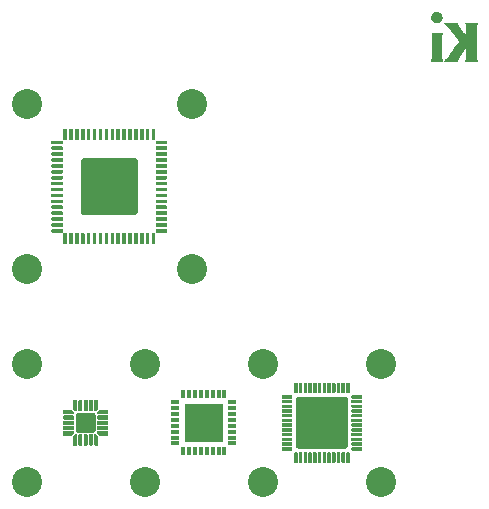
<source format=gbr>
G04 #@! TF.GenerationSoftware,KiCad,Pcbnew,(5.0.0)*
G04 #@! TF.CreationDate,2019-02-17T23:19:19-05:00*
G04 #@! TF.ProjectId,smd test,736D6420746573742E6B696361645F70,rev?*
G04 #@! TF.SameCoordinates,Original*
G04 #@! TF.FileFunction,Soldermask,Bot*
G04 #@! TF.FilePolarity,Negative*
%FSLAX46Y46*%
G04 Gerber Fmt 4.6, Leading zero omitted, Abs format (unit mm)*
G04 Created by KiCad (PCBNEW (5.0.0)) date 02/17/19 23:19:19*
%MOMM*%
%LPD*%
G01*
G04 APERTURE LIST*
%ADD10C,0.010000*%
%ADD11C,2.540000*%
%ADD12R,0.350000X0.700000*%
%ADD13R,0.700000X0.350000*%
%ADD14R,3.200000X3.200000*%
%ADD15C,0.143934*%
%ADD16C,0.100000*%
%ADD17C,0.350000*%
%ADD18C,1.700000*%
%ADD19C,0.300000*%
%ADD20C,4.400000*%
%ADD21C,4.800000*%
G04 APERTURE END LIST*
D10*
G04 #@! TO.C,REF\002A\002A*
G36*
X185544059Y-48975960D02*
X185426455Y-49042395D01*
X185332977Y-49145045D01*
X185289188Y-49231124D01*
X185258578Y-49369614D01*
X185267679Y-49507591D01*
X185315027Y-49629084D01*
X185327412Y-49647850D01*
X185417851Y-49735408D01*
X185536729Y-49795553D01*
X185669667Y-49825418D01*
X185802287Y-49822134D01*
X185920210Y-49782832D01*
X185940994Y-49770244D01*
X186023263Y-49691394D01*
X186091086Y-49582770D01*
X186133253Y-49465295D01*
X186141600Y-49395799D01*
X186122326Y-49286575D01*
X186071810Y-49172110D01*
X186001018Y-49073158D01*
X185945358Y-49024295D01*
X185813139Y-48963876D01*
X185676163Y-48948776D01*
X185544059Y-48975960D01*
X185544059Y-48975960D01*
G37*
X185544059Y-48975960D02*
X185426455Y-49042395D01*
X185332977Y-49145045D01*
X185289188Y-49231124D01*
X185258578Y-49369614D01*
X185267679Y-49507591D01*
X185315027Y-49629084D01*
X185327412Y-49647850D01*
X185417851Y-49735408D01*
X185536729Y-49795553D01*
X185669667Y-49825418D01*
X185802287Y-49822134D01*
X185920210Y-49782832D01*
X185940994Y-49770244D01*
X186023263Y-49691394D01*
X186091086Y-49582770D01*
X186133253Y-49465295D01*
X186141600Y-49395799D01*
X186122326Y-49286575D01*
X186071810Y-49172110D01*
X186001018Y-49073158D01*
X185945358Y-49024295D01*
X185813139Y-48963876D01*
X185676163Y-48948776D01*
X185544059Y-48975960D01*
G36*
X185303400Y-51842045D02*
X185303179Y-52113528D01*
X185302417Y-52338618D01*
X185300974Y-52521721D01*
X185298706Y-52667240D01*
X185295469Y-52779583D01*
X185291122Y-52863155D01*
X185285520Y-52922359D01*
X185278522Y-52961603D01*
X185269984Y-52985292D01*
X185266108Y-52991395D01*
X185239822Y-53028943D01*
X185229109Y-53057085D01*
X185239290Y-53077174D01*
X185275688Y-53090563D01*
X185343624Y-53098605D01*
X185448422Y-53102653D01*
X185595402Y-53104060D01*
X185709800Y-53104200D01*
X185860082Y-53103515D01*
X185991273Y-53101608D01*
X186095573Y-53098702D01*
X186165181Y-53095017D01*
X186192295Y-53090776D01*
X186192400Y-53090488D01*
X186181845Y-53061454D01*
X186155274Y-53004509D01*
X186141600Y-52977200D01*
X186128734Y-52949760D01*
X186118241Y-52919394D01*
X186109880Y-52880920D01*
X186103409Y-52829155D01*
X186098589Y-52758918D01*
X186095178Y-52665027D01*
X186092935Y-52542301D01*
X186091619Y-52385559D01*
X186090990Y-52189617D01*
X186090805Y-51949296D01*
X186090800Y-51884750D01*
X186091053Y-51627269D01*
X186091929Y-51415749D01*
X186093604Y-51245351D01*
X186096252Y-51111238D01*
X186100050Y-51008571D01*
X186105173Y-50932513D01*
X186111797Y-50878226D01*
X186120097Y-50840872D01*
X186129553Y-50816938D01*
X186168305Y-50742000D01*
X185303400Y-50742000D01*
X185303400Y-51842045D01*
X185303400Y-51842045D01*
G37*
X185303400Y-51842045D02*
X185303179Y-52113528D01*
X185302417Y-52338618D01*
X185300974Y-52521721D01*
X185298706Y-52667240D01*
X185295469Y-52779583D01*
X185291122Y-52863155D01*
X185285520Y-52922359D01*
X185278522Y-52961603D01*
X185269984Y-52985292D01*
X185266108Y-52991395D01*
X185239822Y-53028943D01*
X185229109Y-53057085D01*
X185239290Y-53077174D01*
X185275688Y-53090563D01*
X185343624Y-53098605D01*
X185448422Y-53102653D01*
X185595402Y-53104060D01*
X185709800Y-53104200D01*
X185860082Y-53103515D01*
X185991273Y-53101608D01*
X186095573Y-53098702D01*
X186165181Y-53095017D01*
X186192295Y-53090776D01*
X186192400Y-53090488D01*
X186181845Y-53061454D01*
X186155274Y-53004509D01*
X186141600Y-52977200D01*
X186128734Y-52949760D01*
X186118241Y-52919394D01*
X186109880Y-52880920D01*
X186103409Y-52829155D01*
X186098589Y-52758918D01*
X186095178Y-52665027D01*
X186092935Y-52542301D01*
X186091619Y-52385559D01*
X186090990Y-52189617D01*
X186090805Y-51949296D01*
X186090800Y-51884750D01*
X186091053Y-51627269D01*
X186091929Y-51415749D01*
X186093604Y-51245351D01*
X186096252Y-51111238D01*
X186100050Y-51008571D01*
X186105173Y-50932513D01*
X186111797Y-50878226D01*
X186120097Y-50840872D01*
X186129553Y-50816938D01*
X186168305Y-50742000D01*
X185303400Y-50742000D01*
X185303400Y-51842045D01*
G36*
X186886253Y-49878400D02*
X186340941Y-49878400D01*
X186539721Y-50079787D01*
X186869429Y-50442691D01*
X187083849Y-50716815D01*
X187162297Y-50820400D01*
X187256856Y-50940529D01*
X187356950Y-51064202D01*
X187452002Y-51178419D01*
X187531434Y-51270181D01*
X187556532Y-51297760D01*
X187637964Y-51385212D01*
X187568006Y-51476356D01*
X187432564Y-51665604D01*
X187345022Y-51805050D01*
X187290152Y-51887286D01*
X187228876Y-51966612D01*
X187223727Y-51972607D01*
X187154778Y-52055581D01*
X187074253Y-52158137D01*
X186991058Y-52268288D01*
X186914098Y-52374047D01*
X186852281Y-52463425D01*
X186816624Y-52520547D01*
X186781543Y-52573596D01*
X186723014Y-52652062D01*
X186651180Y-52743252D01*
X186576185Y-52834472D01*
X186508172Y-52913032D01*
X186471800Y-52952020D01*
X186447911Y-52978081D01*
X186405637Y-53025406D01*
X186397523Y-53034570D01*
X186335945Y-53104200D01*
X187462400Y-53104200D01*
X187462400Y-53025923D01*
X187479163Y-52949395D01*
X187526393Y-52844149D01*
X187599507Y-52718239D01*
X187693919Y-52579716D01*
X187781458Y-52465533D01*
X187852732Y-52373313D01*
X187918053Y-52282269D01*
X187965223Y-52209535D01*
X187971329Y-52198833D01*
X188011371Y-52132434D01*
X188046658Y-52084284D01*
X188055301Y-52075500D01*
X188089862Y-52036816D01*
X188130085Y-51980250D01*
X188167774Y-51932093D01*
X188198285Y-51910487D01*
X188199586Y-51910400D01*
X188208462Y-51935091D01*
X188215582Y-52006381D01*
X188220736Y-52120092D01*
X188223717Y-52272044D01*
X188224400Y-52406961D01*
X188223716Y-52586263D01*
X188221305Y-52722270D01*
X188216625Y-52822475D01*
X188209137Y-52894369D01*
X188198302Y-52945443D01*
X188183579Y-52983188D01*
X188182756Y-52984811D01*
X188147283Y-53044491D01*
X188115777Y-53082618D01*
X188112906Y-53084761D01*
X188128403Y-53090323D01*
X188187753Y-53095262D01*
X188284014Y-53099312D01*
X188410241Y-53102207D01*
X188559489Y-53103682D01*
X188611206Y-53103811D01*
X189137711Y-53104200D01*
X189108032Y-53034350D01*
X189079859Y-52975758D01*
X189057776Y-52940370D01*
X189053943Y-52911142D01*
X189050343Y-52835781D01*
X189047041Y-52718951D01*
X189044104Y-52565317D01*
X189041601Y-52379546D01*
X189039596Y-52166302D01*
X189038158Y-51930251D01*
X189037353Y-51676059D01*
X189037201Y-51504290D01*
X189037259Y-51200311D01*
X189037530Y-50942912D01*
X189038154Y-50727874D01*
X189039274Y-50550978D01*
X189041031Y-50408004D01*
X189043567Y-50294733D01*
X189047024Y-50206945D01*
X189051543Y-50140421D01*
X189057267Y-50090941D01*
X189064338Y-50054286D01*
X189072896Y-50026237D01*
X189083084Y-50002574D01*
X189088001Y-49992699D01*
X189118756Y-49930869D01*
X189136810Y-49891660D01*
X189138801Y-49885729D01*
X189114665Y-49883507D01*
X189047312Y-49881556D01*
X188944328Y-49879984D01*
X188813294Y-49878901D01*
X188661795Y-49878415D01*
X188628083Y-49878400D01*
X188454940Y-49878664D01*
X188326371Y-49879831D01*
X188236154Y-49882464D01*
X188178063Y-49887123D01*
X188145876Y-49894372D01*
X188133368Y-49904772D01*
X188134314Y-49918885D01*
X188135836Y-49922850D01*
X188169195Y-50011673D01*
X188193261Y-50100181D01*
X188209420Y-50199141D01*
X188219058Y-50319321D01*
X188223560Y-50471488D01*
X188224400Y-50611088D01*
X188224401Y-51030904D01*
X188148201Y-50957900D01*
X188100587Y-50907557D01*
X188074006Y-50870278D01*
X188072000Y-50863483D01*
X188056863Y-50837550D01*
X188017372Y-50784128D01*
X187962412Y-50714145D01*
X187900868Y-50638529D01*
X187841623Y-50568209D01*
X187793561Y-50514114D01*
X187766761Y-50488000D01*
X187744439Y-50460734D01*
X187706064Y-50404630D01*
X187678198Y-50361000D01*
X187619995Y-50273298D01*
X187557049Y-50186698D01*
X187534701Y-50158362D01*
X187489987Y-50091736D01*
X187464592Y-50030643D01*
X187462400Y-50014390D01*
X187461878Y-49970677D01*
X187456209Y-49937502D01*
X187439238Y-49913412D01*
X187404811Y-49896955D01*
X187346774Y-49886677D01*
X187258972Y-49881127D01*
X187135250Y-49878851D01*
X186969455Y-49878396D01*
X186886253Y-49878400D01*
X186886253Y-49878400D01*
G37*
X186886253Y-49878400D02*
X186340941Y-49878400D01*
X186539721Y-50079787D01*
X186869429Y-50442691D01*
X187083849Y-50716815D01*
X187162297Y-50820400D01*
X187256856Y-50940529D01*
X187356950Y-51064202D01*
X187452002Y-51178419D01*
X187531434Y-51270181D01*
X187556532Y-51297760D01*
X187637964Y-51385212D01*
X187568006Y-51476356D01*
X187432564Y-51665604D01*
X187345022Y-51805050D01*
X187290152Y-51887286D01*
X187228876Y-51966612D01*
X187223727Y-51972607D01*
X187154778Y-52055581D01*
X187074253Y-52158137D01*
X186991058Y-52268288D01*
X186914098Y-52374047D01*
X186852281Y-52463425D01*
X186816624Y-52520547D01*
X186781543Y-52573596D01*
X186723014Y-52652062D01*
X186651180Y-52743252D01*
X186576185Y-52834472D01*
X186508172Y-52913032D01*
X186471800Y-52952020D01*
X186447911Y-52978081D01*
X186405637Y-53025406D01*
X186397523Y-53034570D01*
X186335945Y-53104200D01*
X187462400Y-53104200D01*
X187462400Y-53025923D01*
X187479163Y-52949395D01*
X187526393Y-52844149D01*
X187599507Y-52718239D01*
X187693919Y-52579716D01*
X187781458Y-52465533D01*
X187852732Y-52373313D01*
X187918053Y-52282269D01*
X187965223Y-52209535D01*
X187971329Y-52198833D01*
X188011371Y-52132434D01*
X188046658Y-52084284D01*
X188055301Y-52075500D01*
X188089862Y-52036816D01*
X188130085Y-51980250D01*
X188167774Y-51932093D01*
X188198285Y-51910487D01*
X188199586Y-51910400D01*
X188208462Y-51935091D01*
X188215582Y-52006381D01*
X188220736Y-52120092D01*
X188223717Y-52272044D01*
X188224400Y-52406961D01*
X188223716Y-52586263D01*
X188221305Y-52722270D01*
X188216625Y-52822475D01*
X188209137Y-52894369D01*
X188198302Y-52945443D01*
X188183579Y-52983188D01*
X188182756Y-52984811D01*
X188147283Y-53044491D01*
X188115777Y-53082618D01*
X188112906Y-53084761D01*
X188128403Y-53090323D01*
X188187753Y-53095262D01*
X188284014Y-53099312D01*
X188410241Y-53102207D01*
X188559489Y-53103682D01*
X188611206Y-53103811D01*
X189137711Y-53104200D01*
X189108032Y-53034350D01*
X189079859Y-52975758D01*
X189057776Y-52940370D01*
X189053943Y-52911142D01*
X189050343Y-52835781D01*
X189047041Y-52718951D01*
X189044104Y-52565317D01*
X189041601Y-52379546D01*
X189039596Y-52166302D01*
X189038158Y-51930251D01*
X189037353Y-51676059D01*
X189037201Y-51504290D01*
X189037259Y-51200311D01*
X189037530Y-50942912D01*
X189038154Y-50727874D01*
X189039274Y-50550978D01*
X189041031Y-50408004D01*
X189043567Y-50294733D01*
X189047024Y-50206945D01*
X189051543Y-50140421D01*
X189057267Y-50090941D01*
X189064338Y-50054286D01*
X189072896Y-50026237D01*
X189083084Y-50002574D01*
X189088001Y-49992699D01*
X189118756Y-49930869D01*
X189136810Y-49891660D01*
X189138801Y-49885729D01*
X189114665Y-49883507D01*
X189047312Y-49881556D01*
X188944328Y-49879984D01*
X188813294Y-49878901D01*
X188661795Y-49878415D01*
X188628083Y-49878400D01*
X188454940Y-49878664D01*
X188326371Y-49879831D01*
X188236154Y-49882464D01*
X188178063Y-49887123D01*
X188145876Y-49894372D01*
X188133368Y-49904772D01*
X188134314Y-49918885D01*
X188135836Y-49922850D01*
X188169195Y-50011673D01*
X188193261Y-50100181D01*
X188209420Y-50199141D01*
X188219058Y-50319321D01*
X188223560Y-50471488D01*
X188224400Y-50611088D01*
X188224401Y-51030904D01*
X188148201Y-50957900D01*
X188100587Y-50907557D01*
X188074006Y-50870278D01*
X188072000Y-50863483D01*
X188056863Y-50837550D01*
X188017372Y-50784128D01*
X187962412Y-50714145D01*
X187900868Y-50638529D01*
X187841623Y-50568209D01*
X187793561Y-50514114D01*
X187766761Y-50488000D01*
X187744439Y-50460734D01*
X187706064Y-50404630D01*
X187678198Y-50361000D01*
X187619995Y-50273298D01*
X187557049Y-50186698D01*
X187534701Y-50158362D01*
X187489987Y-50091736D01*
X187464592Y-50030643D01*
X187462400Y-50014390D01*
X187461878Y-49970677D01*
X187456209Y-49937502D01*
X187439238Y-49913412D01*
X187404811Y-49896955D01*
X187346774Y-49886677D01*
X187258972Y-49881127D01*
X187135250Y-49878851D01*
X186969455Y-49878396D01*
X186886253Y-49878400D01*
G04 #@! TD*
D11*
G04 #@! TO.C,REF\002A\002A*
X165000000Y-70750000D03*
G04 #@! TD*
G04 #@! TO.C,REF\002A\002A*
X165000000Y-56750000D03*
G04 #@! TD*
G04 #@! TO.C,REF\002A\002A*
X151000000Y-56750000D03*
G04 #@! TD*
G04 #@! TO.C,REF\002A\002A*
X151000000Y-70750000D03*
G04 #@! TD*
G04 #@! TO.C,REF\002A\002A*
X181000000Y-88750000D03*
G04 #@! TD*
G04 #@! TO.C,REF\002A\002A*
X181000000Y-78750000D03*
G04 #@! TD*
G04 #@! TO.C,REF\002A\002A*
X171000000Y-88750000D03*
G04 #@! TD*
G04 #@! TO.C,REF\002A\002A*
X171000000Y-78750000D03*
G04 #@! TD*
D12*
G04 #@! TO.C,REF\002A\002A*
X164250000Y-86150000D03*
X164750000Y-86150000D03*
X165250000Y-86150000D03*
X165750000Y-86150000D03*
X166250000Y-86150000D03*
X166750000Y-86150000D03*
X167250000Y-86150000D03*
X167750000Y-86150000D03*
D13*
X168400000Y-85500000D03*
X168400000Y-85000000D03*
X168400000Y-84500000D03*
X168400000Y-84000000D03*
X168400000Y-83500000D03*
X168400000Y-83000000D03*
X168400000Y-82500000D03*
X168400000Y-82000000D03*
D12*
X167750000Y-81350000D03*
X167250000Y-81350000D03*
X166750000Y-81350000D03*
X166250000Y-81350000D03*
X165750000Y-81350000D03*
X165250000Y-81350000D03*
X164750000Y-81350000D03*
X164250000Y-81350000D03*
D13*
X163600000Y-82000000D03*
X163600000Y-82500000D03*
X163600000Y-83000000D03*
X163600000Y-83500000D03*
X163600000Y-84000000D03*
X163600000Y-84500000D03*
X163600000Y-85000000D03*
X163600000Y-85500000D03*
D14*
X166000000Y-83750000D03*
G04 #@! TD*
D11*
G04 #@! TO.C,REF\002A\002A*
X151000000Y-78750000D03*
G04 #@! TD*
G04 #@! TO.C,REF\002A\002A*
X161000000Y-78750000D03*
G04 #@! TD*
G04 #@! TO.C,REF\002A\002A*
X161000000Y-88750000D03*
G04 #@! TD*
G04 #@! TO.C,REF\002A\002A*
X151000000Y-88750000D03*
G04 #@! TD*
D15*
G04 #@! TO.C,REF\002A\002A*
X155100000Y-85200000D03*
D16*
G36*
X155234755Y-84725961D02*
X155244134Y-84728806D01*
X155252779Y-84733427D01*
X155260355Y-84739645D01*
X155266573Y-84747221D01*
X155271194Y-84755866D01*
X155274039Y-84765245D01*
X155275000Y-84775000D01*
X155275000Y-85625000D01*
X155274039Y-85634755D01*
X155271194Y-85644134D01*
X155266573Y-85652779D01*
X155260355Y-85660355D01*
X155252779Y-85666573D01*
X155244134Y-85671194D01*
X155234755Y-85674039D01*
X155225000Y-85675000D01*
X154975000Y-85675000D01*
X154965245Y-85674039D01*
X154955866Y-85671194D01*
X154947221Y-85666573D01*
X154939645Y-85660355D01*
X154933427Y-85652779D01*
X154928806Y-85644134D01*
X154925961Y-85634755D01*
X154925000Y-85625000D01*
X154925000Y-84925000D01*
X154925961Y-84915245D01*
X154928806Y-84905866D01*
X154933427Y-84897221D01*
X154939645Y-84889645D01*
X155089645Y-84739645D01*
X155097221Y-84733427D01*
X155105866Y-84728806D01*
X155115245Y-84725961D01*
X155125000Y-84725000D01*
X155225000Y-84725000D01*
X155234755Y-84725961D01*
X155234755Y-84725961D01*
G37*
G36*
X155646076Y-84725421D02*
X155654570Y-84726681D01*
X155662900Y-84728768D01*
X155670985Y-84731661D01*
X155678747Y-84735332D01*
X155686112Y-84739746D01*
X155693009Y-84744862D01*
X155699372Y-84750628D01*
X155705138Y-84756991D01*
X155710254Y-84763888D01*
X155714668Y-84771253D01*
X155718339Y-84779015D01*
X155721232Y-84787100D01*
X155723319Y-84795430D01*
X155724579Y-84803924D01*
X155725000Y-84812500D01*
X155725000Y-85587500D01*
X155724579Y-85596076D01*
X155723319Y-85604570D01*
X155721232Y-85612900D01*
X155718339Y-85620985D01*
X155714668Y-85628747D01*
X155710254Y-85636112D01*
X155705138Y-85643009D01*
X155699372Y-85649372D01*
X155693009Y-85655138D01*
X155686112Y-85660254D01*
X155678747Y-85664668D01*
X155670985Y-85668339D01*
X155662900Y-85671232D01*
X155654570Y-85673319D01*
X155646076Y-85674579D01*
X155637500Y-85675000D01*
X155462500Y-85675000D01*
X155453924Y-85674579D01*
X155445430Y-85673319D01*
X155437100Y-85671232D01*
X155429015Y-85668339D01*
X155421253Y-85664668D01*
X155413888Y-85660254D01*
X155406991Y-85655138D01*
X155400628Y-85649372D01*
X155394862Y-85643009D01*
X155389746Y-85636112D01*
X155385332Y-85628747D01*
X155381661Y-85620985D01*
X155378768Y-85612900D01*
X155376681Y-85604570D01*
X155375421Y-85596076D01*
X155375000Y-85587500D01*
X155375000Y-84812500D01*
X155375421Y-84803924D01*
X155376681Y-84795430D01*
X155378768Y-84787100D01*
X155381661Y-84779015D01*
X155385332Y-84771253D01*
X155389746Y-84763888D01*
X155394862Y-84756991D01*
X155400628Y-84750628D01*
X155406991Y-84744862D01*
X155413888Y-84739746D01*
X155421253Y-84735332D01*
X155429015Y-84731661D01*
X155437100Y-84728768D01*
X155445430Y-84726681D01*
X155453924Y-84725421D01*
X155462500Y-84725000D01*
X155637500Y-84725000D01*
X155646076Y-84725421D01*
X155646076Y-84725421D01*
G37*
D17*
X155550000Y-85200000D03*
D16*
G36*
X156096076Y-84725421D02*
X156104570Y-84726681D01*
X156112900Y-84728768D01*
X156120985Y-84731661D01*
X156128747Y-84735332D01*
X156136112Y-84739746D01*
X156143009Y-84744862D01*
X156149372Y-84750628D01*
X156155138Y-84756991D01*
X156160254Y-84763888D01*
X156164668Y-84771253D01*
X156168339Y-84779015D01*
X156171232Y-84787100D01*
X156173319Y-84795430D01*
X156174579Y-84803924D01*
X156175000Y-84812500D01*
X156175000Y-85587500D01*
X156174579Y-85596076D01*
X156173319Y-85604570D01*
X156171232Y-85612900D01*
X156168339Y-85620985D01*
X156164668Y-85628747D01*
X156160254Y-85636112D01*
X156155138Y-85643009D01*
X156149372Y-85649372D01*
X156143009Y-85655138D01*
X156136112Y-85660254D01*
X156128747Y-85664668D01*
X156120985Y-85668339D01*
X156112900Y-85671232D01*
X156104570Y-85673319D01*
X156096076Y-85674579D01*
X156087500Y-85675000D01*
X155912500Y-85675000D01*
X155903924Y-85674579D01*
X155895430Y-85673319D01*
X155887100Y-85671232D01*
X155879015Y-85668339D01*
X155871253Y-85664668D01*
X155863888Y-85660254D01*
X155856991Y-85655138D01*
X155850628Y-85649372D01*
X155844862Y-85643009D01*
X155839746Y-85636112D01*
X155835332Y-85628747D01*
X155831661Y-85620985D01*
X155828768Y-85612900D01*
X155826681Y-85604570D01*
X155825421Y-85596076D01*
X155825000Y-85587500D01*
X155825000Y-84812500D01*
X155825421Y-84803924D01*
X155826681Y-84795430D01*
X155828768Y-84787100D01*
X155831661Y-84779015D01*
X155835332Y-84771253D01*
X155839746Y-84763888D01*
X155844862Y-84756991D01*
X155850628Y-84750628D01*
X155856991Y-84744862D01*
X155863888Y-84739746D01*
X155871253Y-84735332D01*
X155879015Y-84731661D01*
X155887100Y-84728768D01*
X155895430Y-84726681D01*
X155903924Y-84725421D01*
X155912500Y-84725000D01*
X156087500Y-84725000D01*
X156096076Y-84725421D01*
X156096076Y-84725421D01*
G37*
D17*
X156000000Y-85200000D03*
D16*
G36*
X156546076Y-84725421D02*
X156554570Y-84726681D01*
X156562900Y-84728768D01*
X156570985Y-84731661D01*
X156578747Y-84735332D01*
X156586112Y-84739746D01*
X156593009Y-84744862D01*
X156599372Y-84750628D01*
X156605138Y-84756991D01*
X156610254Y-84763888D01*
X156614668Y-84771253D01*
X156618339Y-84779015D01*
X156621232Y-84787100D01*
X156623319Y-84795430D01*
X156624579Y-84803924D01*
X156625000Y-84812500D01*
X156625000Y-85587500D01*
X156624579Y-85596076D01*
X156623319Y-85604570D01*
X156621232Y-85612900D01*
X156618339Y-85620985D01*
X156614668Y-85628747D01*
X156610254Y-85636112D01*
X156605138Y-85643009D01*
X156599372Y-85649372D01*
X156593009Y-85655138D01*
X156586112Y-85660254D01*
X156578747Y-85664668D01*
X156570985Y-85668339D01*
X156562900Y-85671232D01*
X156554570Y-85673319D01*
X156546076Y-85674579D01*
X156537500Y-85675000D01*
X156362500Y-85675000D01*
X156353924Y-85674579D01*
X156345430Y-85673319D01*
X156337100Y-85671232D01*
X156329015Y-85668339D01*
X156321253Y-85664668D01*
X156313888Y-85660254D01*
X156306991Y-85655138D01*
X156300628Y-85649372D01*
X156294862Y-85643009D01*
X156289746Y-85636112D01*
X156285332Y-85628747D01*
X156281661Y-85620985D01*
X156278768Y-85612900D01*
X156276681Y-85604570D01*
X156275421Y-85596076D01*
X156275000Y-85587500D01*
X156275000Y-84812500D01*
X156275421Y-84803924D01*
X156276681Y-84795430D01*
X156278768Y-84787100D01*
X156281661Y-84779015D01*
X156285332Y-84771253D01*
X156289746Y-84763888D01*
X156294862Y-84756991D01*
X156300628Y-84750628D01*
X156306991Y-84744862D01*
X156313888Y-84739746D01*
X156321253Y-84735332D01*
X156329015Y-84731661D01*
X156337100Y-84728768D01*
X156345430Y-84726681D01*
X156353924Y-84725421D01*
X156362500Y-84725000D01*
X156537500Y-84725000D01*
X156546076Y-84725421D01*
X156546076Y-84725421D01*
G37*
D17*
X156450000Y-85200000D03*
D15*
X156900000Y-85200000D03*
D16*
G36*
X156884755Y-84725961D02*
X156894134Y-84728806D01*
X156902779Y-84733427D01*
X156910355Y-84739645D01*
X157060355Y-84889645D01*
X157066573Y-84897221D01*
X157071194Y-84905866D01*
X157074039Y-84915245D01*
X157075000Y-84925000D01*
X157075000Y-85625000D01*
X157074039Y-85634755D01*
X157071194Y-85644134D01*
X157066573Y-85652779D01*
X157060355Y-85660355D01*
X157052779Y-85666573D01*
X157044134Y-85671194D01*
X157034755Y-85674039D01*
X157025000Y-85675000D01*
X156775000Y-85675000D01*
X156765245Y-85674039D01*
X156755866Y-85671194D01*
X156747221Y-85666573D01*
X156739645Y-85660355D01*
X156733427Y-85652779D01*
X156728806Y-85644134D01*
X156725961Y-85634755D01*
X156725000Y-85625000D01*
X156725000Y-84775000D01*
X156725961Y-84765245D01*
X156728806Y-84755866D01*
X156733427Y-84747221D01*
X156739645Y-84739645D01*
X156747221Y-84733427D01*
X156755866Y-84728806D01*
X156765245Y-84725961D01*
X156775000Y-84725000D01*
X156875000Y-84725000D01*
X156884755Y-84725961D01*
X156884755Y-84725961D01*
G37*
D15*
X157450000Y-84650000D03*
D16*
G36*
X157884755Y-84475961D02*
X157894134Y-84478806D01*
X157902779Y-84483427D01*
X157910355Y-84489645D01*
X157916573Y-84497221D01*
X157921194Y-84505866D01*
X157924039Y-84515245D01*
X157925000Y-84525000D01*
X157925000Y-84775000D01*
X157924039Y-84784755D01*
X157921194Y-84794134D01*
X157916573Y-84802779D01*
X157910355Y-84810355D01*
X157902779Y-84816573D01*
X157894134Y-84821194D01*
X157884755Y-84824039D01*
X157875000Y-84825000D01*
X157175000Y-84825000D01*
X157165245Y-84824039D01*
X157155866Y-84821194D01*
X157147221Y-84816573D01*
X157139645Y-84810355D01*
X156989645Y-84660355D01*
X156983427Y-84652779D01*
X156978806Y-84644134D01*
X156975961Y-84634755D01*
X156975000Y-84625000D01*
X156975000Y-84525000D01*
X156975961Y-84515245D01*
X156978806Y-84505866D01*
X156983427Y-84497221D01*
X156989645Y-84489645D01*
X156997221Y-84483427D01*
X157005866Y-84478806D01*
X157015245Y-84475961D01*
X157025000Y-84475000D01*
X157875000Y-84475000D01*
X157884755Y-84475961D01*
X157884755Y-84475961D01*
G37*
G36*
X157846076Y-84025421D02*
X157854570Y-84026681D01*
X157862900Y-84028768D01*
X157870985Y-84031661D01*
X157878747Y-84035332D01*
X157886112Y-84039746D01*
X157893009Y-84044862D01*
X157899372Y-84050628D01*
X157905138Y-84056991D01*
X157910254Y-84063888D01*
X157914668Y-84071253D01*
X157918339Y-84079015D01*
X157921232Y-84087100D01*
X157923319Y-84095430D01*
X157924579Y-84103924D01*
X157925000Y-84112500D01*
X157925000Y-84287500D01*
X157924579Y-84296076D01*
X157923319Y-84304570D01*
X157921232Y-84312900D01*
X157918339Y-84320985D01*
X157914668Y-84328747D01*
X157910254Y-84336112D01*
X157905138Y-84343009D01*
X157899372Y-84349372D01*
X157893009Y-84355138D01*
X157886112Y-84360254D01*
X157878747Y-84364668D01*
X157870985Y-84368339D01*
X157862900Y-84371232D01*
X157854570Y-84373319D01*
X157846076Y-84374579D01*
X157837500Y-84375000D01*
X157062500Y-84375000D01*
X157053924Y-84374579D01*
X157045430Y-84373319D01*
X157037100Y-84371232D01*
X157029015Y-84368339D01*
X157021253Y-84364668D01*
X157013888Y-84360254D01*
X157006991Y-84355138D01*
X157000628Y-84349372D01*
X156994862Y-84343009D01*
X156989746Y-84336112D01*
X156985332Y-84328747D01*
X156981661Y-84320985D01*
X156978768Y-84312900D01*
X156976681Y-84304570D01*
X156975421Y-84296076D01*
X156975000Y-84287500D01*
X156975000Y-84112500D01*
X156975421Y-84103924D01*
X156976681Y-84095430D01*
X156978768Y-84087100D01*
X156981661Y-84079015D01*
X156985332Y-84071253D01*
X156989746Y-84063888D01*
X156994862Y-84056991D01*
X157000628Y-84050628D01*
X157006991Y-84044862D01*
X157013888Y-84039746D01*
X157021253Y-84035332D01*
X157029015Y-84031661D01*
X157037100Y-84028768D01*
X157045430Y-84026681D01*
X157053924Y-84025421D01*
X157062500Y-84025000D01*
X157837500Y-84025000D01*
X157846076Y-84025421D01*
X157846076Y-84025421D01*
G37*
D17*
X157450000Y-84200000D03*
D16*
G36*
X157846076Y-83575421D02*
X157854570Y-83576681D01*
X157862900Y-83578768D01*
X157870985Y-83581661D01*
X157878747Y-83585332D01*
X157886112Y-83589746D01*
X157893009Y-83594862D01*
X157899372Y-83600628D01*
X157905138Y-83606991D01*
X157910254Y-83613888D01*
X157914668Y-83621253D01*
X157918339Y-83629015D01*
X157921232Y-83637100D01*
X157923319Y-83645430D01*
X157924579Y-83653924D01*
X157925000Y-83662500D01*
X157925000Y-83837500D01*
X157924579Y-83846076D01*
X157923319Y-83854570D01*
X157921232Y-83862900D01*
X157918339Y-83870985D01*
X157914668Y-83878747D01*
X157910254Y-83886112D01*
X157905138Y-83893009D01*
X157899372Y-83899372D01*
X157893009Y-83905138D01*
X157886112Y-83910254D01*
X157878747Y-83914668D01*
X157870985Y-83918339D01*
X157862900Y-83921232D01*
X157854570Y-83923319D01*
X157846076Y-83924579D01*
X157837500Y-83925000D01*
X157062500Y-83925000D01*
X157053924Y-83924579D01*
X157045430Y-83923319D01*
X157037100Y-83921232D01*
X157029015Y-83918339D01*
X157021253Y-83914668D01*
X157013888Y-83910254D01*
X157006991Y-83905138D01*
X157000628Y-83899372D01*
X156994862Y-83893009D01*
X156989746Y-83886112D01*
X156985332Y-83878747D01*
X156981661Y-83870985D01*
X156978768Y-83862900D01*
X156976681Y-83854570D01*
X156975421Y-83846076D01*
X156975000Y-83837500D01*
X156975000Y-83662500D01*
X156975421Y-83653924D01*
X156976681Y-83645430D01*
X156978768Y-83637100D01*
X156981661Y-83629015D01*
X156985332Y-83621253D01*
X156989746Y-83613888D01*
X156994862Y-83606991D01*
X157000628Y-83600628D01*
X157006991Y-83594862D01*
X157013888Y-83589746D01*
X157021253Y-83585332D01*
X157029015Y-83581661D01*
X157037100Y-83578768D01*
X157045430Y-83576681D01*
X157053924Y-83575421D01*
X157062500Y-83575000D01*
X157837500Y-83575000D01*
X157846076Y-83575421D01*
X157846076Y-83575421D01*
G37*
D17*
X157450000Y-83750000D03*
D16*
G36*
X157846076Y-83125421D02*
X157854570Y-83126681D01*
X157862900Y-83128768D01*
X157870985Y-83131661D01*
X157878747Y-83135332D01*
X157886112Y-83139746D01*
X157893009Y-83144862D01*
X157899372Y-83150628D01*
X157905138Y-83156991D01*
X157910254Y-83163888D01*
X157914668Y-83171253D01*
X157918339Y-83179015D01*
X157921232Y-83187100D01*
X157923319Y-83195430D01*
X157924579Y-83203924D01*
X157925000Y-83212500D01*
X157925000Y-83387500D01*
X157924579Y-83396076D01*
X157923319Y-83404570D01*
X157921232Y-83412900D01*
X157918339Y-83420985D01*
X157914668Y-83428747D01*
X157910254Y-83436112D01*
X157905138Y-83443009D01*
X157899372Y-83449372D01*
X157893009Y-83455138D01*
X157886112Y-83460254D01*
X157878747Y-83464668D01*
X157870985Y-83468339D01*
X157862900Y-83471232D01*
X157854570Y-83473319D01*
X157846076Y-83474579D01*
X157837500Y-83475000D01*
X157062500Y-83475000D01*
X157053924Y-83474579D01*
X157045430Y-83473319D01*
X157037100Y-83471232D01*
X157029015Y-83468339D01*
X157021253Y-83464668D01*
X157013888Y-83460254D01*
X157006991Y-83455138D01*
X157000628Y-83449372D01*
X156994862Y-83443009D01*
X156989746Y-83436112D01*
X156985332Y-83428747D01*
X156981661Y-83420985D01*
X156978768Y-83412900D01*
X156976681Y-83404570D01*
X156975421Y-83396076D01*
X156975000Y-83387500D01*
X156975000Y-83212500D01*
X156975421Y-83203924D01*
X156976681Y-83195430D01*
X156978768Y-83187100D01*
X156981661Y-83179015D01*
X156985332Y-83171253D01*
X156989746Y-83163888D01*
X156994862Y-83156991D01*
X157000628Y-83150628D01*
X157006991Y-83144862D01*
X157013888Y-83139746D01*
X157021253Y-83135332D01*
X157029015Y-83131661D01*
X157037100Y-83128768D01*
X157045430Y-83126681D01*
X157053924Y-83125421D01*
X157062500Y-83125000D01*
X157837500Y-83125000D01*
X157846076Y-83125421D01*
X157846076Y-83125421D01*
G37*
D17*
X157450000Y-83300000D03*
D15*
X157450000Y-82850000D03*
D16*
G36*
X157884755Y-82675961D02*
X157894134Y-82678806D01*
X157902779Y-82683427D01*
X157910355Y-82689645D01*
X157916573Y-82697221D01*
X157921194Y-82705866D01*
X157924039Y-82715245D01*
X157925000Y-82725000D01*
X157925000Y-82975000D01*
X157924039Y-82984755D01*
X157921194Y-82994134D01*
X157916573Y-83002779D01*
X157910355Y-83010355D01*
X157902779Y-83016573D01*
X157894134Y-83021194D01*
X157884755Y-83024039D01*
X157875000Y-83025000D01*
X157025000Y-83025000D01*
X157015245Y-83024039D01*
X157005866Y-83021194D01*
X156997221Y-83016573D01*
X156989645Y-83010355D01*
X156983427Y-83002779D01*
X156978806Y-82994134D01*
X156975961Y-82984755D01*
X156975000Y-82975000D01*
X156975000Y-82875000D01*
X156975961Y-82865245D01*
X156978806Y-82855866D01*
X156983427Y-82847221D01*
X156989645Y-82839645D01*
X157139645Y-82689645D01*
X157147221Y-82683427D01*
X157155866Y-82678806D01*
X157165245Y-82675961D01*
X157175000Y-82675000D01*
X157875000Y-82675000D01*
X157884755Y-82675961D01*
X157884755Y-82675961D01*
G37*
D15*
X156900000Y-82300000D03*
D16*
G36*
X157034755Y-81825961D02*
X157044134Y-81828806D01*
X157052779Y-81833427D01*
X157060355Y-81839645D01*
X157066573Y-81847221D01*
X157071194Y-81855866D01*
X157074039Y-81865245D01*
X157075000Y-81875000D01*
X157075000Y-82575000D01*
X157074039Y-82584755D01*
X157071194Y-82594134D01*
X157066573Y-82602779D01*
X157060355Y-82610355D01*
X156910355Y-82760355D01*
X156902779Y-82766573D01*
X156894134Y-82771194D01*
X156884755Y-82774039D01*
X156875000Y-82775000D01*
X156775000Y-82775000D01*
X156765245Y-82774039D01*
X156755866Y-82771194D01*
X156747221Y-82766573D01*
X156739645Y-82760355D01*
X156733427Y-82752779D01*
X156728806Y-82744134D01*
X156725961Y-82734755D01*
X156725000Y-82725000D01*
X156725000Y-81875000D01*
X156725961Y-81865245D01*
X156728806Y-81855866D01*
X156733427Y-81847221D01*
X156739645Y-81839645D01*
X156747221Y-81833427D01*
X156755866Y-81828806D01*
X156765245Y-81825961D01*
X156775000Y-81825000D01*
X157025000Y-81825000D01*
X157034755Y-81825961D01*
X157034755Y-81825961D01*
G37*
G36*
X156546076Y-81825421D02*
X156554570Y-81826681D01*
X156562900Y-81828768D01*
X156570985Y-81831661D01*
X156578747Y-81835332D01*
X156586112Y-81839746D01*
X156593009Y-81844862D01*
X156599372Y-81850628D01*
X156605138Y-81856991D01*
X156610254Y-81863888D01*
X156614668Y-81871253D01*
X156618339Y-81879015D01*
X156621232Y-81887100D01*
X156623319Y-81895430D01*
X156624579Y-81903924D01*
X156625000Y-81912500D01*
X156625000Y-82687500D01*
X156624579Y-82696076D01*
X156623319Y-82704570D01*
X156621232Y-82712900D01*
X156618339Y-82720985D01*
X156614668Y-82728747D01*
X156610254Y-82736112D01*
X156605138Y-82743009D01*
X156599372Y-82749372D01*
X156593009Y-82755138D01*
X156586112Y-82760254D01*
X156578747Y-82764668D01*
X156570985Y-82768339D01*
X156562900Y-82771232D01*
X156554570Y-82773319D01*
X156546076Y-82774579D01*
X156537500Y-82775000D01*
X156362500Y-82775000D01*
X156353924Y-82774579D01*
X156345430Y-82773319D01*
X156337100Y-82771232D01*
X156329015Y-82768339D01*
X156321253Y-82764668D01*
X156313888Y-82760254D01*
X156306991Y-82755138D01*
X156300628Y-82749372D01*
X156294862Y-82743009D01*
X156289746Y-82736112D01*
X156285332Y-82728747D01*
X156281661Y-82720985D01*
X156278768Y-82712900D01*
X156276681Y-82704570D01*
X156275421Y-82696076D01*
X156275000Y-82687500D01*
X156275000Y-81912500D01*
X156275421Y-81903924D01*
X156276681Y-81895430D01*
X156278768Y-81887100D01*
X156281661Y-81879015D01*
X156285332Y-81871253D01*
X156289746Y-81863888D01*
X156294862Y-81856991D01*
X156300628Y-81850628D01*
X156306991Y-81844862D01*
X156313888Y-81839746D01*
X156321253Y-81835332D01*
X156329015Y-81831661D01*
X156337100Y-81828768D01*
X156345430Y-81826681D01*
X156353924Y-81825421D01*
X156362500Y-81825000D01*
X156537500Y-81825000D01*
X156546076Y-81825421D01*
X156546076Y-81825421D01*
G37*
D17*
X156450000Y-82300000D03*
D16*
G36*
X156096076Y-81825421D02*
X156104570Y-81826681D01*
X156112900Y-81828768D01*
X156120985Y-81831661D01*
X156128747Y-81835332D01*
X156136112Y-81839746D01*
X156143009Y-81844862D01*
X156149372Y-81850628D01*
X156155138Y-81856991D01*
X156160254Y-81863888D01*
X156164668Y-81871253D01*
X156168339Y-81879015D01*
X156171232Y-81887100D01*
X156173319Y-81895430D01*
X156174579Y-81903924D01*
X156175000Y-81912500D01*
X156175000Y-82687500D01*
X156174579Y-82696076D01*
X156173319Y-82704570D01*
X156171232Y-82712900D01*
X156168339Y-82720985D01*
X156164668Y-82728747D01*
X156160254Y-82736112D01*
X156155138Y-82743009D01*
X156149372Y-82749372D01*
X156143009Y-82755138D01*
X156136112Y-82760254D01*
X156128747Y-82764668D01*
X156120985Y-82768339D01*
X156112900Y-82771232D01*
X156104570Y-82773319D01*
X156096076Y-82774579D01*
X156087500Y-82775000D01*
X155912500Y-82775000D01*
X155903924Y-82774579D01*
X155895430Y-82773319D01*
X155887100Y-82771232D01*
X155879015Y-82768339D01*
X155871253Y-82764668D01*
X155863888Y-82760254D01*
X155856991Y-82755138D01*
X155850628Y-82749372D01*
X155844862Y-82743009D01*
X155839746Y-82736112D01*
X155835332Y-82728747D01*
X155831661Y-82720985D01*
X155828768Y-82712900D01*
X155826681Y-82704570D01*
X155825421Y-82696076D01*
X155825000Y-82687500D01*
X155825000Y-81912500D01*
X155825421Y-81903924D01*
X155826681Y-81895430D01*
X155828768Y-81887100D01*
X155831661Y-81879015D01*
X155835332Y-81871253D01*
X155839746Y-81863888D01*
X155844862Y-81856991D01*
X155850628Y-81850628D01*
X155856991Y-81844862D01*
X155863888Y-81839746D01*
X155871253Y-81835332D01*
X155879015Y-81831661D01*
X155887100Y-81828768D01*
X155895430Y-81826681D01*
X155903924Y-81825421D01*
X155912500Y-81825000D01*
X156087500Y-81825000D01*
X156096076Y-81825421D01*
X156096076Y-81825421D01*
G37*
D17*
X156000000Y-82300000D03*
D16*
G36*
X155646076Y-81825421D02*
X155654570Y-81826681D01*
X155662900Y-81828768D01*
X155670985Y-81831661D01*
X155678747Y-81835332D01*
X155686112Y-81839746D01*
X155693009Y-81844862D01*
X155699372Y-81850628D01*
X155705138Y-81856991D01*
X155710254Y-81863888D01*
X155714668Y-81871253D01*
X155718339Y-81879015D01*
X155721232Y-81887100D01*
X155723319Y-81895430D01*
X155724579Y-81903924D01*
X155725000Y-81912500D01*
X155725000Y-82687500D01*
X155724579Y-82696076D01*
X155723319Y-82704570D01*
X155721232Y-82712900D01*
X155718339Y-82720985D01*
X155714668Y-82728747D01*
X155710254Y-82736112D01*
X155705138Y-82743009D01*
X155699372Y-82749372D01*
X155693009Y-82755138D01*
X155686112Y-82760254D01*
X155678747Y-82764668D01*
X155670985Y-82768339D01*
X155662900Y-82771232D01*
X155654570Y-82773319D01*
X155646076Y-82774579D01*
X155637500Y-82775000D01*
X155462500Y-82775000D01*
X155453924Y-82774579D01*
X155445430Y-82773319D01*
X155437100Y-82771232D01*
X155429015Y-82768339D01*
X155421253Y-82764668D01*
X155413888Y-82760254D01*
X155406991Y-82755138D01*
X155400628Y-82749372D01*
X155394862Y-82743009D01*
X155389746Y-82736112D01*
X155385332Y-82728747D01*
X155381661Y-82720985D01*
X155378768Y-82712900D01*
X155376681Y-82704570D01*
X155375421Y-82696076D01*
X155375000Y-82687500D01*
X155375000Y-81912500D01*
X155375421Y-81903924D01*
X155376681Y-81895430D01*
X155378768Y-81887100D01*
X155381661Y-81879015D01*
X155385332Y-81871253D01*
X155389746Y-81863888D01*
X155394862Y-81856991D01*
X155400628Y-81850628D01*
X155406991Y-81844862D01*
X155413888Y-81839746D01*
X155421253Y-81835332D01*
X155429015Y-81831661D01*
X155437100Y-81828768D01*
X155445430Y-81826681D01*
X155453924Y-81825421D01*
X155462500Y-81825000D01*
X155637500Y-81825000D01*
X155646076Y-81825421D01*
X155646076Y-81825421D01*
G37*
D17*
X155550000Y-82300000D03*
D15*
X155100000Y-82300000D03*
D16*
G36*
X155234755Y-81825961D02*
X155244134Y-81828806D01*
X155252779Y-81833427D01*
X155260355Y-81839645D01*
X155266573Y-81847221D01*
X155271194Y-81855866D01*
X155274039Y-81865245D01*
X155275000Y-81875000D01*
X155275000Y-82725000D01*
X155274039Y-82734755D01*
X155271194Y-82744134D01*
X155266573Y-82752779D01*
X155260355Y-82760355D01*
X155252779Y-82766573D01*
X155244134Y-82771194D01*
X155234755Y-82774039D01*
X155225000Y-82775000D01*
X155125000Y-82775000D01*
X155115245Y-82774039D01*
X155105866Y-82771194D01*
X155097221Y-82766573D01*
X155089645Y-82760355D01*
X154939645Y-82610355D01*
X154933427Y-82602779D01*
X154928806Y-82594134D01*
X154925961Y-82584755D01*
X154925000Y-82575000D01*
X154925000Y-81875000D01*
X154925961Y-81865245D01*
X154928806Y-81855866D01*
X154933427Y-81847221D01*
X154939645Y-81839645D01*
X154947221Y-81833427D01*
X154955866Y-81828806D01*
X154965245Y-81825961D01*
X154975000Y-81825000D01*
X155225000Y-81825000D01*
X155234755Y-81825961D01*
X155234755Y-81825961D01*
G37*
D15*
X154550000Y-82850000D03*
D16*
G36*
X154834755Y-82675961D02*
X154844134Y-82678806D01*
X154852779Y-82683427D01*
X154860355Y-82689645D01*
X155010355Y-82839645D01*
X155016573Y-82847221D01*
X155021194Y-82855866D01*
X155024039Y-82865245D01*
X155025000Y-82875000D01*
X155025000Y-82975000D01*
X155024039Y-82984755D01*
X155021194Y-82994134D01*
X155016573Y-83002779D01*
X155010355Y-83010355D01*
X155002779Y-83016573D01*
X154994134Y-83021194D01*
X154984755Y-83024039D01*
X154975000Y-83025000D01*
X154125000Y-83025000D01*
X154115245Y-83024039D01*
X154105866Y-83021194D01*
X154097221Y-83016573D01*
X154089645Y-83010355D01*
X154083427Y-83002779D01*
X154078806Y-82994134D01*
X154075961Y-82984755D01*
X154075000Y-82975000D01*
X154075000Y-82725000D01*
X154075961Y-82715245D01*
X154078806Y-82705866D01*
X154083427Y-82697221D01*
X154089645Y-82689645D01*
X154097221Y-82683427D01*
X154105866Y-82678806D01*
X154115245Y-82675961D01*
X154125000Y-82675000D01*
X154825000Y-82675000D01*
X154834755Y-82675961D01*
X154834755Y-82675961D01*
G37*
G36*
X154946076Y-83125421D02*
X154954570Y-83126681D01*
X154962900Y-83128768D01*
X154970985Y-83131661D01*
X154978747Y-83135332D01*
X154986112Y-83139746D01*
X154993009Y-83144862D01*
X154999372Y-83150628D01*
X155005138Y-83156991D01*
X155010254Y-83163888D01*
X155014668Y-83171253D01*
X155018339Y-83179015D01*
X155021232Y-83187100D01*
X155023319Y-83195430D01*
X155024579Y-83203924D01*
X155025000Y-83212500D01*
X155025000Y-83387500D01*
X155024579Y-83396076D01*
X155023319Y-83404570D01*
X155021232Y-83412900D01*
X155018339Y-83420985D01*
X155014668Y-83428747D01*
X155010254Y-83436112D01*
X155005138Y-83443009D01*
X154999372Y-83449372D01*
X154993009Y-83455138D01*
X154986112Y-83460254D01*
X154978747Y-83464668D01*
X154970985Y-83468339D01*
X154962900Y-83471232D01*
X154954570Y-83473319D01*
X154946076Y-83474579D01*
X154937500Y-83475000D01*
X154162500Y-83475000D01*
X154153924Y-83474579D01*
X154145430Y-83473319D01*
X154137100Y-83471232D01*
X154129015Y-83468339D01*
X154121253Y-83464668D01*
X154113888Y-83460254D01*
X154106991Y-83455138D01*
X154100628Y-83449372D01*
X154094862Y-83443009D01*
X154089746Y-83436112D01*
X154085332Y-83428747D01*
X154081661Y-83420985D01*
X154078768Y-83412900D01*
X154076681Y-83404570D01*
X154075421Y-83396076D01*
X154075000Y-83387500D01*
X154075000Y-83212500D01*
X154075421Y-83203924D01*
X154076681Y-83195430D01*
X154078768Y-83187100D01*
X154081661Y-83179015D01*
X154085332Y-83171253D01*
X154089746Y-83163888D01*
X154094862Y-83156991D01*
X154100628Y-83150628D01*
X154106991Y-83144862D01*
X154113888Y-83139746D01*
X154121253Y-83135332D01*
X154129015Y-83131661D01*
X154137100Y-83128768D01*
X154145430Y-83126681D01*
X154153924Y-83125421D01*
X154162500Y-83125000D01*
X154937500Y-83125000D01*
X154946076Y-83125421D01*
X154946076Y-83125421D01*
G37*
D17*
X154550000Y-83300000D03*
D16*
G36*
X154946076Y-83575421D02*
X154954570Y-83576681D01*
X154962900Y-83578768D01*
X154970985Y-83581661D01*
X154978747Y-83585332D01*
X154986112Y-83589746D01*
X154993009Y-83594862D01*
X154999372Y-83600628D01*
X155005138Y-83606991D01*
X155010254Y-83613888D01*
X155014668Y-83621253D01*
X155018339Y-83629015D01*
X155021232Y-83637100D01*
X155023319Y-83645430D01*
X155024579Y-83653924D01*
X155025000Y-83662500D01*
X155025000Y-83837500D01*
X155024579Y-83846076D01*
X155023319Y-83854570D01*
X155021232Y-83862900D01*
X155018339Y-83870985D01*
X155014668Y-83878747D01*
X155010254Y-83886112D01*
X155005138Y-83893009D01*
X154999372Y-83899372D01*
X154993009Y-83905138D01*
X154986112Y-83910254D01*
X154978747Y-83914668D01*
X154970985Y-83918339D01*
X154962900Y-83921232D01*
X154954570Y-83923319D01*
X154946076Y-83924579D01*
X154937500Y-83925000D01*
X154162500Y-83925000D01*
X154153924Y-83924579D01*
X154145430Y-83923319D01*
X154137100Y-83921232D01*
X154129015Y-83918339D01*
X154121253Y-83914668D01*
X154113888Y-83910254D01*
X154106991Y-83905138D01*
X154100628Y-83899372D01*
X154094862Y-83893009D01*
X154089746Y-83886112D01*
X154085332Y-83878747D01*
X154081661Y-83870985D01*
X154078768Y-83862900D01*
X154076681Y-83854570D01*
X154075421Y-83846076D01*
X154075000Y-83837500D01*
X154075000Y-83662500D01*
X154075421Y-83653924D01*
X154076681Y-83645430D01*
X154078768Y-83637100D01*
X154081661Y-83629015D01*
X154085332Y-83621253D01*
X154089746Y-83613888D01*
X154094862Y-83606991D01*
X154100628Y-83600628D01*
X154106991Y-83594862D01*
X154113888Y-83589746D01*
X154121253Y-83585332D01*
X154129015Y-83581661D01*
X154137100Y-83578768D01*
X154145430Y-83576681D01*
X154153924Y-83575421D01*
X154162500Y-83575000D01*
X154937500Y-83575000D01*
X154946076Y-83575421D01*
X154946076Y-83575421D01*
G37*
D17*
X154550000Y-83750000D03*
D16*
G36*
X154946076Y-84025421D02*
X154954570Y-84026681D01*
X154962900Y-84028768D01*
X154970985Y-84031661D01*
X154978747Y-84035332D01*
X154986112Y-84039746D01*
X154993009Y-84044862D01*
X154999372Y-84050628D01*
X155005138Y-84056991D01*
X155010254Y-84063888D01*
X155014668Y-84071253D01*
X155018339Y-84079015D01*
X155021232Y-84087100D01*
X155023319Y-84095430D01*
X155024579Y-84103924D01*
X155025000Y-84112500D01*
X155025000Y-84287500D01*
X155024579Y-84296076D01*
X155023319Y-84304570D01*
X155021232Y-84312900D01*
X155018339Y-84320985D01*
X155014668Y-84328747D01*
X155010254Y-84336112D01*
X155005138Y-84343009D01*
X154999372Y-84349372D01*
X154993009Y-84355138D01*
X154986112Y-84360254D01*
X154978747Y-84364668D01*
X154970985Y-84368339D01*
X154962900Y-84371232D01*
X154954570Y-84373319D01*
X154946076Y-84374579D01*
X154937500Y-84375000D01*
X154162500Y-84375000D01*
X154153924Y-84374579D01*
X154145430Y-84373319D01*
X154137100Y-84371232D01*
X154129015Y-84368339D01*
X154121253Y-84364668D01*
X154113888Y-84360254D01*
X154106991Y-84355138D01*
X154100628Y-84349372D01*
X154094862Y-84343009D01*
X154089746Y-84336112D01*
X154085332Y-84328747D01*
X154081661Y-84320985D01*
X154078768Y-84312900D01*
X154076681Y-84304570D01*
X154075421Y-84296076D01*
X154075000Y-84287500D01*
X154075000Y-84112500D01*
X154075421Y-84103924D01*
X154076681Y-84095430D01*
X154078768Y-84087100D01*
X154081661Y-84079015D01*
X154085332Y-84071253D01*
X154089746Y-84063888D01*
X154094862Y-84056991D01*
X154100628Y-84050628D01*
X154106991Y-84044862D01*
X154113888Y-84039746D01*
X154121253Y-84035332D01*
X154129015Y-84031661D01*
X154137100Y-84028768D01*
X154145430Y-84026681D01*
X154153924Y-84025421D01*
X154162500Y-84025000D01*
X154937500Y-84025000D01*
X154946076Y-84025421D01*
X154946076Y-84025421D01*
G37*
D17*
X154550000Y-84200000D03*
D15*
X154550000Y-84650000D03*
D16*
G36*
X154984755Y-84475961D02*
X154994134Y-84478806D01*
X155002779Y-84483427D01*
X155010355Y-84489645D01*
X155016573Y-84497221D01*
X155021194Y-84505866D01*
X155024039Y-84515245D01*
X155025000Y-84525000D01*
X155025000Y-84625000D01*
X155024039Y-84634755D01*
X155021194Y-84644134D01*
X155016573Y-84652779D01*
X155010355Y-84660355D01*
X154860355Y-84810355D01*
X154852779Y-84816573D01*
X154844134Y-84821194D01*
X154834755Y-84824039D01*
X154825000Y-84825000D01*
X154125000Y-84825000D01*
X154115245Y-84824039D01*
X154105866Y-84821194D01*
X154097221Y-84816573D01*
X154089645Y-84810355D01*
X154083427Y-84802779D01*
X154078806Y-84794134D01*
X154075961Y-84784755D01*
X154075000Y-84775000D01*
X154075000Y-84525000D01*
X154075961Y-84515245D01*
X154078806Y-84505866D01*
X154083427Y-84497221D01*
X154089645Y-84489645D01*
X154097221Y-84483427D01*
X154105866Y-84478806D01*
X154115245Y-84475961D01*
X154125000Y-84475000D01*
X154975000Y-84475000D01*
X154984755Y-84475961D01*
X154984755Y-84475961D01*
G37*
G36*
X156610411Y-82901279D02*
X156636196Y-82905104D01*
X156661482Y-82911438D01*
X156686025Y-82920219D01*
X156709590Y-82931365D01*
X156731948Y-82944766D01*
X156752886Y-82960294D01*
X156772200Y-82977800D01*
X156789706Y-82997114D01*
X156805234Y-83018052D01*
X156818635Y-83040410D01*
X156829781Y-83063975D01*
X156838562Y-83088518D01*
X156844896Y-83113804D01*
X156848721Y-83139589D01*
X156850000Y-83165625D01*
X156850000Y-84334375D01*
X156848721Y-84360411D01*
X156844896Y-84386196D01*
X156838562Y-84411482D01*
X156829781Y-84436025D01*
X156818635Y-84459590D01*
X156805234Y-84481948D01*
X156789706Y-84502886D01*
X156772200Y-84522200D01*
X156752886Y-84539706D01*
X156731948Y-84555234D01*
X156709590Y-84568635D01*
X156686025Y-84579781D01*
X156661482Y-84588562D01*
X156636196Y-84594896D01*
X156610411Y-84598721D01*
X156584375Y-84600000D01*
X155415625Y-84600000D01*
X155389589Y-84598721D01*
X155363804Y-84594896D01*
X155338518Y-84588562D01*
X155313975Y-84579781D01*
X155290410Y-84568635D01*
X155268052Y-84555234D01*
X155247114Y-84539706D01*
X155227800Y-84522200D01*
X155210294Y-84502886D01*
X155194766Y-84481948D01*
X155181365Y-84459590D01*
X155170219Y-84436025D01*
X155161438Y-84411482D01*
X155155104Y-84386196D01*
X155151279Y-84360411D01*
X155150000Y-84334375D01*
X155150000Y-83165625D01*
X155151279Y-83139589D01*
X155155104Y-83113804D01*
X155161438Y-83088518D01*
X155170219Y-83063975D01*
X155181365Y-83040410D01*
X155194766Y-83018052D01*
X155210294Y-82997114D01*
X155227800Y-82977800D01*
X155247114Y-82960294D01*
X155268052Y-82944766D01*
X155290410Y-82931365D01*
X155313975Y-82920219D01*
X155338518Y-82911438D01*
X155363804Y-82905104D01*
X155389589Y-82901279D01*
X155415625Y-82900000D01*
X156584375Y-82900000D01*
X156610411Y-82901279D01*
X156610411Y-82901279D01*
G37*
D18*
X156000000Y-83750000D03*
G04 #@! TD*
D16*
G04 #@! TO.C,REF\002A\002A*
G36*
X173882351Y-86250361D02*
X173889632Y-86251441D01*
X173896771Y-86253229D01*
X173903701Y-86255709D01*
X173910355Y-86258856D01*
X173916668Y-86262640D01*
X173922579Y-86267024D01*
X173928033Y-86271967D01*
X173932976Y-86277421D01*
X173937360Y-86283332D01*
X173941144Y-86289645D01*
X173944291Y-86296299D01*
X173946771Y-86303229D01*
X173948559Y-86310368D01*
X173949639Y-86317649D01*
X173950000Y-86325000D01*
X173950000Y-87075000D01*
X173949639Y-87082351D01*
X173948559Y-87089632D01*
X173946771Y-87096771D01*
X173944291Y-87103701D01*
X173941144Y-87110355D01*
X173937360Y-87116668D01*
X173932976Y-87122579D01*
X173928033Y-87128033D01*
X173922579Y-87132976D01*
X173916668Y-87137360D01*
X173910355Y-87141144D01*
X173903701Y-87144291D01*
X173896771Y-87146771D01*
X173889632Y-87148559D01*
X173882351Y-87149639D01*
X173875000Y-87150000D01*
X173725000Y-87150000D01*
X173717649Y-87149639D01*
X173710368Y-87148559D01*
X173703229Y-87146771D01*
X173696299Y-87144291D01*
X173689645Y-87141144D01*
X173683332Y-87137360D01*
X173677421Y-87132976D01*
X173671967Y-87128033D01*
X173667024Y-87122579D01*
X173662640Y-87116668D01*
X173658856Y-87110355D01*
X173655709Y-87103701D01*
X173653229Y-87096771D01*
X173651441Y-87089632D01*
X173650361Y-87082351D01*
X173650000Y-87075000D01*
X173650000Y-86325000D01*
X173650361Y-86317649D01*
X173651441Y-86310368D01*
X173653229Y-86303229D01*
X173655709Y-86296299D01*
X173658856Y-86289645D01*
X173662640Y-86283332D01*
X173667024Y-86277421D01*
X173671967Y-86271967D01*
X173677421Y-86267024D01*
X173683332Y-86262640D01*
X173689645Y-86258856D01*
X173696299Y-86255709D01*
X173703229Y-86253229D01*
X173710368Y-86251441D01*
X173717649Y-86250361D01*
X173725000Y-86250000D01*
X173875000Y-86250000D01*
X173882351Y-86250361D01*
X173882351Y-86250361D01*
G37*
D19*
X173800000Y-86700000D03*
D16*
G36*
X174282351Y-86250361D02*
X174289632Y-86251441D01*
X174296771Y-86253229D01*
X174303701Y-86255709D01*
X174310355Y-86258856D01*
X174316668Y-86262640D01*
X174322579Y-86267024D01*
X174328033Y-86271967D01*
X174332976Y-86277421D01*
X174337360Y-86283332D01*
X174341144Y-86289645D01*
X174344291Y-86296299D01*
X174346771Y-86303229D01*
X174348559Y-86310368D01*
X174349639Y-86317649D01*
X174350000Y-86325000D01*
X174350000Y-87075000D01*
X174349639Y-87082351D01*
X174348559Y-87089632D01*
X174346771Y-87096771D01*
X174344291Y-87103701D01*
X174341144Y-87110355D01*
X174337360Y-87116668D01*
X174332976Y-87122579D01*
X174328033Y-87128033D01*
X174322579Y-87132976D01*
X174316668Y-87137360D01*
X174310355Y-87141144D01*
X174303701Y-87144291D01*
X174296771Y-87146771D01*
X174289632Y-87148559D01*
X174282351Y-87149639D01*
X174275000Y-87150000D01*
X174125000Y-87150000D01*
X174117649Y-87149639D01*
X174110368Y-87148559D01*
X174103229Y-87146771D01*
X174096299Y-87144291D01*
X174089645Y-87141144D01*
X174083332Y-87137360D01*
X174077421Y-87132976D01*
X174071967Y-87128033D01*
X174067024Y-87122579D01*
X174062640Y-87116668D01*
X174058856Y-87110355D01*
X174055709Y-87103701D01*
X174053229Y-87096771D01*
X174051441Y-87089632D01*
X174050361Y-87082351D01*
X174050000Y-87075000D01*
X174050000Y-86325000D01*
X174050361Y-86317649D01*
X174051441Y-86310368D01*
X174053229Y-86303229D01*
X174055709Y-86296299D01*
X174058856Y-86289645D01*
X174062640Y-86283332D01*
X174067024Y-86277421D01*
X174071967Y-86271967D01*
X174077421Y-86267024D01*
X174083332Y-86262640D01*
X174089645Y-86258856D01*
X174096299Y-86255709D01*
X174103229Y-86253229D01*
X174110368Y-86251441D01*
X174117649Y-86250361D01*
X174125000Y-86250000D01*
X174275000Y-86250000D01*
X174282351Y-86250361D01*
X174282351Y-86250361D01*
G37*
D19*
X174200000Y-86700000D03*
D16*
G36*
X174682351Y-86250361D02*
X174689632Y-86251441D01*
X174696771Y-86253229D01*
X174703701Y-86255709D01*
X174710355Y-86258856D01*
X174716668Y-86262640D01*
X174722579Y-86267024D01*
X174728033Y-86271967D01*
X174732976Y-86277421D01*
X174737360Y-86283332D01*
X174741144Y-86289645D01*
X174744291Y-86296299D01*
X174746771Y-86303229D01*
X174748559Y-86310368D01*
X174749639Y-86317649D01*
X174750000Y-86325000D01*
X174750000Y-87075000D01*
X174749639Y-87082351D01*
X174748559Y-87089632D01*
X174746771Y-87096771D01*
X174744291Y-87103701D01*
X174741144Y-87110355D01*
X174737360Y-87116668D01*
X174732976Y-87122579D01*
X174728033Y-87128033D01*
X174722579Y-87132976D01*
X174716668Y-87137360D01*
X174710355Y-87141144D01*
X174703701Y-87144291D01*
X174696771Y-87146771D01*
X174689632Y-87148559D01*
X174682351Y-87149639D01*
X174675000Y-87150000D01*
X174525000Y-87150000D01*
X174517649Y-87149639D01*
X174510368Y-87148559D01*
X174503229Y-87146771D01*
X174496299Y-87144291D01*
X174489645Y-87141144D01*
X174483332Y-87137360D01*
X174477421Y-87132976D01*
X174471967Y-87128033D01*
X174467024Y-87122579D01*
X174462640Y-87116668D01*
X174458856Y-87110355D01*
X174455709Y-87103701D01*
X174453229Y-87096771D01*
X174451441Y-87089632D01*
X174450361Y-87082351D01*
X174450000Y-87075000D01*
X174450000Y-86325000D01*
X174450361Y-86317649D01*
X174451441Y-86310368D01*
X174453229Y-86303229D01*
X174455709Y-86296299D01*
X174458856Y-86289645D01*
X174462640Y-86283332D01*
X174467024Y-86277421D01*
X174471967Y-86271967D01*
X174477421Y-86267024D01*
X174483332Y-86262640D01*
X174489645Y-86258856D01*
X174496299Y-86255709D01*
X174503229Y-86253229D01*
X174510368Y-86251441D01*
X174517649Y-86250361D01*
X174525000Y-86250000D01*
X174675000Y-86250000D01*
X174682351Y-86250361D01*
X174682351Y-86250361D01*
G37*
D19*
X174600000Y-86700000D03*
D16*
G36*
X175082351Y-86250361D02*
X175089632Y-86251441D01*
X175096771Y-86253229D01*
X175103701Y-86255709D01*
X175110355Y-86258856D01*
X175116668Y-86262640D01*
X175122579Y-86267024D01*
X175128033Y-86271967D01*
X175132976Y-86277421D01*
X175137360Y-86283332D01*
X175141144Y-86289645D01*
X175144291Y-86296299D01*
X175146771Y-86303229D01*
X175148559Y-86310368D01*
X175149639Y-86317649D01*
X175150000Y-86325000D01*
X175150000Y-87075000D01*
X175149639Y-87082351D01*
X175148559Y-87089632D01*
X175146771Y-87096771D01*
X175144291Y-87103701D01*
X175141144Y-87110355D01*
X175137360Y-87116668D01*
X175132976Y-87122579D01*
X175128033Y-87128033D01*
X175122579Y-87132976D01*
X175116668Y-87137360D01*
X175110355Y-87141144D01*
X175103701Y-87144291D01*
X175096771Y-87146771D01*
X175089632Y-87148559D01*
X175082351Y-87149639D01*
X175075000Y-87150000D01*
X174925000Y-87150000D01*
X174917649Y-87149639D01*
X174910368Y-87148559D01*
X174903229Y-87146771D01*
X174896299Y-87144291D01*
X174889645Y-87141144D01*
X174883332Y-87137360D01*
X174877421Y-87132976D01*
X174871967Y-87128033D01*
X174867024Y-87122579D01*
X174862640Y-87116668D01*
X174858856Y-87110355D01*
X174855709Y-87103701D01*
X174853229Y-87096771D01*
X174851441Y-87089632D01*
X174850361Y-87082351D01*
X174850000Y-87075000D01*
X174850000Y-86325000D01*
X174850361Y-86317649D01*
X174851441Y-86310368D01*
X174853229Y-86303229D01*
X174855709Y-86296299D01*
X174858856Y-86289645D01*
X174862640Y-86283332D01*
X174867024Y-86277421D01*
X174871967Y-86271967D01*
X174877421Y-86267024D01*
X174883332Y-86262640D01*
X174889645Y-86258856D01*
X174896299Y-86255709D01*
X174903229Y-86253229D01*
X174910368Y-86251441D01*
X174917649Y-86250361D01*
X174925000Y-86250000D01*
X175075000Y-86250000D01*
X175082351Y-86250361D01*
X175082351Y-86250361D01*
G37*
D19*
X175000000Y-86700000D03*
D16*
G36*
X175482351Y-86250361D02*
X175489632Y-86251441D01*
X175496771Y-86253229D01*
X175503701Y-86255709D01*
X175510355Y-86258856D01*
X175516668Y-86262640D01*
X175522579Y-86267024D01*
X175528033Y-86271967D01*
X175532976Y-86277421D01*
X175537360Y-86283332D01*
X175541144Y-86289645D01*
X175544291Y-86296299D01*
X175546771Y-86303229D01*
X175548559Y-86310368D01*
X175549639Y-86317649D01*
X175550000Y-86325000D01*
X175550000Y-87075000D01*
X175549639Y-87082351D01*
X175548559Y-87089632D01*
X175546771Y-87096771D01*
X175544291Y-87103701D01*
X175541144Y-87110355D01*
X175537360Y-87116668D01*
X175532976Y-87122579D01*
X175528033Y-87128033D01*
X175522579Y-87132976D01*
X175516668Y-87137360D01*
X175510355Y-87141144D01*
X175503701Y-87144291D01*
X175496771Y-87146771D01*
X175489632Y-87148559D01*
X175482351Y-87149639D01*
X175475000Y-87150000D01*
X175325000Y-87150000D01*
X175317649Y-87149639D01*
X175310368Y-87148559D01*
X175303229Y-87146771D01*
X175296299Y-87144291D01*
X175289645Y-87141144D01*
X175283332Y-87137360D01*
X175277421Y-87132976D01*
X175271967Y-87128033D01*
X175267024Y-87122579D01*
X175262640Y-87116668D01*
X175258856Y-87110355D01*
X175255709Y-87103701D01*
X175253229Y-87096771D01*
X175251441Y-87089632D01*
X175250361Y-87082351D01*
X175250000Y-87075000D01*
X175250000Y-86325000D01*
X175250361Y-86317649D01*
X175251441Y-86310368D01*
X175253229Y-86303229D01*
X175255709Y-86296299D01*
X175258856Y-86289645D01*
X175262640Y-86283332D01*
X175267024Y-86277421D01*
X175271967Y-86271967D01*
X175277421Y-86267024D01*
X175283332Y-86262640D01*
X175289645Y-86258856D01*
X175296299Y-86255709D01*
X175303229Y-86253229D01*
X175310368Y-86251441D01*
X175317649Y-86250361D01*
X175325000Y-86250000D01*
X175475000Y-86250000D01*
X175482351Y-86250361D01*
X175482351Y-86250361D01*
G37*
D19*
X175400000Y-86700000D03*
D16*
G36*
X175882351Y-86250361D02*
X175889632Y-86251441D01*
X175896771Y-86253229D01*
X175903701Y-86255709D01*
X175910355Y-86258856D01*
X175916668Y-86262640D01*
X175922579Y-86267024D01*
X175928033Y-86271967D01*
X175932976Y-86277421D01*
X175937360Y-86283332D01*
X175941144Y-86289645D01*
X175944291Y-86296299D01*
X175946771Y-86303229D01*
X175948559Y-86310368D01*
X175949639Y-86317649D01*
X175950000Y-86325000D01*
X175950000Y-87075000D01*
X175949639Y-87082351D01*
X175948559Y-87089632D01*
X175946771Y-87096771D01*
X175944291Y-87103701D01*
X175941144Y-87110355D01*
X175937360Y-87116668D01*
X175932976Y-87122579D01*
X175928033Y-87128033D01*
X175922579Y-87132976D01*
X175916668Y-87137360D01*
X175910355Y-87141144D01*
X175903701Y-87144291D01*
X175896771Y-87146771D01*
X175889632Y-87148559D01*
X175882351Y-87149639D01*
X175875000Y-87150000D01*
X175725000Y-87150000D01*
X175717649Y-87149639D01*
X175710368Y-87148559D01*
X175703229Y-87146771D01*
X175696299Y-87144291D01*
X175689645Y-87141144D01*
X175683332Y-87137360D01*
X175677421Y-87132976D01*
X175671967Y-87128033D01*
X175667024Y-87122579D01*
X175662640Y-87116668D01*
X175658856Y-87110355D01*
X175655709Y-87103701D01*
X175653229Y-87096771D01*
X175651441Y-87089632D01*
X175650361Y-87082351D01*
X175650000Y-87075000D01*
X175650000Y-86325000D01*
X175650361Y-86317649D01*
X175651441Y-86310368D01*
X175653229Y-86303229D01*
X175655709Y-86296299D01*
X175658856Y-86289645D01*
X175662640Y-86283332D01*
X175667024Y-86277421D01*
X175671967Y-86271967D01*
X175677421Y-86267024D01*
X175683332Y-86262640D01*
X175689645Y-86258856D01*
X175696299Y-86255709D01*
X175703229Y-86253229D01*
X175710368Y-86251441D01*
X175717649Y-86250361D01*
X175725000Y-86250000D01*
X175875000Y-86250000D01*
X175882351Y-86250361D01*
X175882351Y-86250361D01*
G37*
D19*
X175800000Y-86700000D03*
D16*
G36*
X176282351Y-86250361D02*
X176289632Y-86251441D01*
X176296771Y-86253229D01*
X176303701Y-86255709D01*
X176310355Y-86258856D01*
X176316668Y-86262640D01*
X176322579Y-86267024D01*
X176328033Y-86271967D01*
X176332976Y-86277421D01*
X176337360Y-86283332D01*
X176341144Y-86289645D01*
X176344291Y-86296299D01*
X176346771Y-86303229D01*
X176348559Y-86310368D01*
X176349639Y-86317649D01*
X176350000Y-86325000D01*
X176350000Y-87075000D01*
X176349639Y-87082351D01*
X176348559Y-87089632D01*
X176346771Y-87096771D01*
X176344291Y-87103701D01*
X176341144Y-87110355D01*
X176337360Y-87116668D01*
X176332976Y-87122579D01*
X176328033Y-87128033D01*
X176322579Y-87132976D01*
X176316668Y-87137360D01*
X176310355Y-87141144D01*
X176303701Y-87144291D01*
X176296771Y-87146771D01*
X176289632Y-87148559D01*
X176282351Y-87149639D01*
X176275000Y-87150000D01*
X176125000Y-87150000D01*
X176117649Y-87149639D01*
X176110368Y-87148559D01*
X176103229Y-87146771D01*
X176096299Y-87144291D01*
X176089645Y-87141144D01*
X176083332Y-87137360D01*
X176077421Y-87132976D01*
X176071967Y-87128033D01*
X176067024Y-87122579D01*
X176062640Y-87116668D01*
X176058856Y-87110355D01*
X176055709Y-87103701D01*
X176053229Y-87096771D01*
X176051441Y-87089632D01*
X176050361Y-87082351D01*
X176050000Y-87075000D01*
X176050000Y-86325000D01*
X176050361Y-86317649D01*
X176051441Y-86310368D01*
X176053229Y-86303229D01*
X176055709Y-86296299D01*
X176058856Y-86289645D01*
X176062640Y-86283332D01*
X176067024Y-86277421D01*
X176071967Y-86271967D01*
X176077421Y-86267024D01*
X176083332Y-86262640D01*
X176089645Y-86258856D01*
X176096299Y-86255709D01*
X176103229Y-86253229D01*
X176110368Y-86251441D01*
X176117649Y-86250361D01*
X176125000Y-86250000D01*
X176275000Y-86250000D01*
X176282351Y-86250361D01*
X176282351Y-86250361D01*
G37*
D19*
X176200000Y-86700000D03*
D16*
G36*
X176682351Y-86250361D02*
X176689632Y-86251441D01*
X176696771Y-86253229D01*
X176703701Y-86255709D01*
X176710355Y-86258856D01*
X176716668Y-86262640D01*
X176722579Y-86267024D01*
X176728033Y-86271967D01*
X176732976Y-86277421D01*
X176737360Y-86283332D01*
X176741144Y-86289645D01*
X176744291Y-86296299D01*
X176746771Y-86303229D01*
X176748559Y-86310368D01*
X176749639Y-86317649D01*
X176750000Y-86325000D01*
X176750000Y-87075000D01*
X176749639Y-87082351D01*
X176748559Y-87089632D01*
X176746771Y-87096771D01*
X176744291Y-87103701D01*
X176741144Y-87110355D01*
X176737360Y-87116668D01*
X176732976Y-87122579D01*
X176728033Y-87128033D01*
X176722579Y-87132976D01*
X176716668Y-87137360D01*
X176710355Y-87141144D01*
X176703701Y-87144291D01*
X176696771Y-87146771D01*
X176689632Y-87148559D01*
X176682351Y-87149639D01*
X176675000Y-87150000D01*
X176525000Y-87150000D01*
X176517649Y-87149639D01*
X176510368Y-87148559D01*
X176503229Y-87146771D01*
X176496299Y-87144291D01*
X176489645Y-87141144D01*
X176483332Y-87137360D01*
X176477421Y-87132976D01*
X176471967Y-87128033D01*
X176467024Y-87122579D01*
X176462640Y-87116668D01*
X176458856Y-87110355D01*
X176455709Y-87103701D01*
X176453229Y-87096771D01*
X176451441Y-87089632D01*
X176450361Y-87082351D01*
X176450000Y-87075000D01*
X176450000Y-86325000D01*
X176450361Y-86317649D01*
X176451441Y-86310368D01*
X176453229Y-86303229D01*
X176455709Y-86296299D01*
X176458856Y-86289645D01*
X176462640Y-86283332D01*
X176467024Y-86277421D01*
X176471967Y-86271967D01*
X176477421Y-86267024D01*
X176483332Y-86262640D01*
X176489645Y-86258856D01*
X176496299Y-86255709D01*
X176503229Y-86253229D01*
X176510368Y-86251441D01*
X176517649Y-86250361D01*
X176525000Y-86250000D01*
X176675000Y-86250000D01*
X176682351Y-86250361D01*
X176682351Y-86250361D01*
G37*
D19*
X176600000Y-86700000D03*
D16*
G36*
X177082351Y-86250361D02*
X177089632Y-86251441D01*
X177096771Y-86253229D01*
X177103701Y-86255709D01*
X177110355Y-86258856D01*
X177116668Y-86262640D01*
X177122579Y-86267024D01*
X177128033Y-86271967D01*
X177132976Y-86277421D01*
X177137360Y-86283332D01*
X177141144Y-86289645D01*
X177144291Y-86296299D01*
X177146771Y-86303229D01*
X177148559Y-86310368D01*
X177149639Y-86317649D01*
X177150000Y-86325000D01*
X177150000Y-87075000D01*
X177149639Y-87082351D01*
X177148559Y-87089632D01*
X177146771Y-87096771D01*
X177144291Y-87103701D01*
X177141144Y-87110355D01*
X177137360Y-87116668D01*
X177132976Y-87122579D01*
X177128033Y-87128033D01*
X177122579Y-87132976D01*
X177116668Y-87137360D01*
X177110355Y-87141144D01*
X177103701Y-87144291D01*
X177096771Y-87146771D01*
X177089632Y-87148559D01*
X177082351Y-87149639D01*
X177075000Y-87150000D01*
X176925000Y-87150000D01*
X176917649Y-87149639D01*
X176910368Y-87148559D01*
X176903229Y-87146771D01*
X176896299Y-87144291D01*
X176889645Y-87141144D01*
X176883332Y-87137360D01*
X176877421Y-87132976D01*
X176871967Y-87128033D01*
X176867024Y-87122579D01*
X176862640Y-87116668D01*
X176858856Y-87110355D01*
X176855709Y-87103701D01*
X176853229Y-87096771D01*
X176851441Y-87089632D01*
X176850361Y-87082351D01*
X176850000Y-87075000D01*
X176850000Y-86325000D01*
X176850361Y-86317649D01*
X176851441Y-86310368D01*
X176853229Y-86303229D01*
X176855709Y-86296299D01*
X176858856Y-86289645D01*
X176862640Y-86283332D01*
X176867024Y-86277421D01*
X176871967Y-86271967D01*
X176877421Y-86267024D01*
X176883332Y-86262640D01*
X176889645Y-86258856D01*
X176896299Y-86255709D01*
X176903229Y-86253229D01*
X176910368Y-86251441D01*
X176917649Y-86250361D01*
X176925000Y-86250000D01*
X177075000Y-86250000D01*
X177082351Y-86250361D01*
X177082351Y-86250361D01*
G37*
D19*
X177000000Y-86700000D03*
D16*
G36*
X177482351Y-86250361D02*
X177489632Y-86251441D01*
X177496771Y-86253229D01*
X177503701Y-86255709D01*
X177510355Y-86258856D01*
X177516668Y-86262640D01*
X177522579Y-86267024D01*
X177528033Y-86271967D01*
X177532976Y-86277421D01*
X177537360Y-86283332D01*
X177541144Y-86289645D01*
X177544291Y-86296299D01*
X177546771Y-86303229D01*
X177548559Y-86310368D01*
X177549639Y-86317649D01*
X177550000Y-86325000D01*
X177550000Y-87075000D01*
X177549639Y-87082351D01*
X177548559Y-87089632D01*
X177546771Y-87096771D01*
X177544291Y-87103701D01*
X177541144Y-87110355D01*
X177537360Y-87116668D01*
X177532976Y-87122579D01*
X177528033Y-87128033D01*
X177522579Y-87132976D01*
X177516668Y-87137360D01*
X177510355Y-87141144D01*
X177503701Y-87144291D01*
X177496771Y-87146771D01*
X177489632Y-87148559D01*
X177482351Y-87149639D01*
X177475000Y-87150000D01*
X177325000Y-87150000D01*
X177317649Y-87149639D01*
X177310368Y-87148559D01*
X177303229Y-87146771D01*
X177296299Y-87144291D01*
X177289645Y-87141144D01*
X177283332Y-87137360D01*
X177277421Y-87132976D01*
X177271967Y-87128033D01*
X177267024Y-87122579D01*
X177262640Y-87116668D01*
X177258856Y-87110355D01*
X177255709Y-87103701D01*
X177253229Y-87096771D01*
X177251441Y-87089632D01*
X177250361Y-87082351D01*
X177250000Y-87075000D01*
X177250000Y-86325000D01*
X177250361Y-86317649D01*
X177251441Y-86310368D01*
X177253229Y-86303229D01*
X177255709Y-86296299D01*
X177258856Y-86289645D01*
X177262640Y-86283332D01*
X177267024Y-86277421D01*
X177271967Y-86271967D01*
X177277421Y-86267024D01*
X177283332Y-86262640D01*
X177289645Y-86258856D01*
X177296299Y-86255709D01*
X177303229Y-86253229D01*
X177310368Y-86251441D01*
X177317649Y-86250361D01*
X177325000Y-86250000D01*
X177475000Y-86250000D01*
X177482351Y-86250361D01*
X177482351Y-86250361D01*
G37*
D19*
X177400000Y-86700000D03*
D16*
G36*
X177882351Y-86250361D02*
X177889632Y-86251441D01*
X177896771Y-86253229D01*
X177903701Y-86255709D01*
X177910355Y-86258856D01*
X177916668Y-86262640D01*
X177922579Y-86267024D01*
X177928033Y-86271967D01*
X177932976Y-86277421D01*
X177937360Y-86283332D01*
X177941144Y-86289645D01*
X177944291Y-86296299D01*
X177946771Y-86303229D01*
X177948559Y-86310368D01*
X177949639Y-86317649D01*
X177950000Y-86325000D01*
X177950000Y-87075000D01*
X177949639Y-87082351D01*
X177948559Y-87089632D01*
X177946771Y-87096771D01*
X177944291Y-87103701D01*
X177941144Y-87110355D01*
X177937360Y-87116668D01*
X177932976Y-87122579D01*
X177928033Y-87128033D01*
X177922579Y-87132976D01*
X177916668Y-87137360D01*
X177910355Y-87141144D01*
X177903701Y-87144291D01*
X177896771Y-87146771D01*
X177889632Y-87148559D01*
X177882351Y-87149639D01*
X177875000Y-87150000D01*
X177725000Y-87150000D01*
X177717649Y-87149639D01*
X177710368Y-87148559D01*
X177703229Y-87146771D01*
X177696299Y-87144291D01*
X177689645Y-87141144D01*
X177683332Y-87137360D01*
X177677421Y-87132976D01*
X177671967Y-87128033D01*
X177667024Y-87122579D01*
X177662640Y-87116668D01*
X177658856Y-87110355D01*
X177655709Y-87103701D01*
X177653229Y-87096771D01*
X177651441Y-87089632D01*
X177650361Y-87082351D01*
X177650000Y-87075000D01*
X177650000Y-86325000D01*
X177650361Y-86317649D01*
X177651441Y-86310368D01*
X177653229Y-86303229D01*
X177655709Y-86296299D01*
X177658856Y-86289645D01*
X177662640Y-86283332D01*
X177667024Y-86277421D01*
X177671967Y-86271967D01*
X177677421Y-86267024D01*
X177683332Y-86262640D01*
X177689645Y-86258856D01*
X177696299Y-86255709D01*
X177703229Y-86253229D01*
X177710368Y-86251441D01*
X177717649Y-86250361D01*
X177725000Y-86250000D01*
X177875000Y-86250000D01*
X177882351Y-86250361D01*
X177882351Y-86250361D01*
G37*
D19*
X177800000Y-86700000D03*
D16*
G36*
X178282351Y-86250361D02*
X178289632Y-86251441D01*
X178296771Y-86253229D01*
X178303701Y-86255709D01*
X178310355Y-86258856D01*
X178316668Y-86262640D01*
X178322579Y-86267024D01*
X178328033Y-86271967D01*
X178332976Y-86277421D01*
X178337360Y-86283332D01*
X178341144Y-86289645D01*
X178344291Y-86296299D01*
X178346771Y-86303229D01*
X178348559Y-86310368D01*
X178349639Y-86317649D01*
X178350000Y-86325000D01*
X178350000Y-87075000D01*
X178349639Y-87082351D01*
X178348559Y-87089632D01*
X178346771Y-87096771D01*
X178344291Y-87103701D01*
X178341144Y-87110355D01*
X178337360Y-87116668D01*
X178332976Y-87122579D01*
X178328033Y-87128033D01*
X178322579Y-87132976D01*
X178316668Y-87137360D01*
X178310355Y-87141144D01*
X178303701Y-87144291D01*
X178296771Y-87146771D01*
X178289632Y-87148559D01*
X178282351Y-87149639D01*
X178275000Y-87150000D01*
X178125000Y-87150000D01*
X178117649Y-87149639D01*
X178110368Y-87148559D01*
X178103229Y-87146771D01*
X178096299Y-87144291D01*
X178089645Y-87141144D01*
X178083332Y-87137360D01*
X178077421Y-87132976D01*
X178071967Y-87128033D01*
X178067024Y-87122579D01*
X178062640Y-87116668D01*
X178058856Y-87110355D01*
X178055709Y-87103701D01*
X178053229Y-87096771D01*
X178051441Y-87089632D01*
X178050361Y-87082351D01*
X178050000Y-87075000D01*
X178050000Y-86325000D01*
X178050361Y-86317649D01*
X178051441Y-86310368D01*
X178053229Y-86303229D01*
X178055709Y-86296299D01*
X178058856Y-86289645D01*
X178062640Y-86283332D01*
X178067024Y-86277421D01*
X178071967Y-86271967D01*
X178077421Y-86267024D01*
X178083332Y-86262640D01*
X178089645Y-86258856D01*
X178096299Y-86255709D01*
X178103229Y-86253229D01*
X178110368Y-86251441D01*
X178117649Y-86250361D01*
X178125000Y-86250000D01*
X178275000Y-86250000D01*
X178282351Y-86250361D01*
X178282351Y-86250361D01*
G37*
D19*
X178200000Y-86700000D03*
D16*
G36*
X179332351Y-85800361D02*
X179339632Y-85801441D01*
X179346771Y-85803229D01*
X179353701Y-85805709D01*
X179360355Y-85808856D01*
X179366668Y-85812640D01*
X179372579Y-85817024D01*
X179378033Y-85821967D01*
X179382976Y-85827421D01*
X179387360Y-85833332D01*
X179391144Y-85839645D01*
X179394291Y-85846299D01*
X179396771Y-85853229D01*
X179398559Y-85860368D01*
X179399639Y-85867649D01*
X179400000Y-85875000D01*
X179400000Y-86025000D01*
X179399639Y-86032351D01*
X179398559Y-86039632D01*
X179396771Y-86046771D01*
X179394291Y-86053701D01*
X179391144Y-86060355D01*
X179387360Y-86066668D01*
X179382976Y-86072579D01*
X179378033Y-86078033D01*
X179372579Y-86082976D01*
X179366668Y-86087360D01*
X179360355Y-86091144D01*
X179353701Y-86094291D01*
X179346771Y-86096771D01*
X179339632Y-86098559D01*
X179332351Y-86099639D01*
X179325000Y-86100000D01*
X178575000Y-86100000D01*
X178567649Y-86099639D01*
X178560368Y-86098559D01*
X178553229Y-86096771D01*
X178546299Y-86094291D01*
X178539645Y-86091144D01*
X178533332Y-86087360D01*
X178527421Y-86082976D01*
X178521967Y-86078033D01*
X178517024Y-86072579D01*
X178512640Y-86066668D01*
X178508856Y-86060355D01*
X178505709Y-86053701D01*
X178503229Y-86046771D01*
X178501441Y-86039632D01*
X178500361Y-86032351D01*
X178500000Y-86025000D01*
X178500000Y-85875000D01*
X178500361Y-85867649D01*
X178501441Y-85860368D01*
X178503229Y-85853229D01*
X178505709Y-85846299D01*
X178508856Y-85839645D01*
X178512640Y-85833332D01*
X178517024Y-85827421D01*
X178521967Y-85821967D01*
X178527421Y-85817024D01*
X178533332Y-85812640D01*
X178539645Y-85808856D01*
X178546299Y-85805709D01*
X178553229Y-85803229D01*
X178560368Y-85801441D01*
X178567649Y-85800361D01*
X178575000Y-85800000D01*
X179325000Y-85800000D01*
X179332351Y-85800361D01*
X179332351Y-85800361D01*
G37*
D19*
X178950000Y-85950000D03*
D16*
G36*
X179332351Y-85400361D02*
X179339632Y-85401441D01*
X179346771Y-85403229D01*
X179353701Y-85405709D01*
X179360355Y-85408856D01*
X179366668Y-85412640D01*
X179372579Y-85417024D01*
X179378033Y-85421967D01*
X179382976Y-85427421D01*
X179387360Y-85433332D01*
X179391144Y-85439645D01*
X179394291Y-85446299D01*
X179396771Y-85453229D01*
X179398559Y-85460368D01*
X179399639Y-85467649D01*
X179400000Y-85475000D01*
X179400000Y-85625000D01*
X179399639Y-85632351D01*
X179398559Y-85639632D01*
X179396771Y-85646771D01*
X179394291Y-85653701D01*
X179391144Y-85660355D01*
X179387360Y-85666668D01*
X179382976Y-85672579D01*
X179378033Y-85678033D01*
X179372579Y-85682976D01*
X179366668Y-85687360D01*
X179360355Y-85691144D01*
X179353701Y-85694291D01*
X179346771Y-85696771D01*
X179339632Y-85698559D01*
X179332351Y-85699639D01*
X179325000Y-85700000D01*
X178575000Y-85700000D01*
X178567649Y-85699639D01*
X178560368Y-85698559D01*
X178553229Y-85696771D01*
X178546299Y-85694291D01*
X178539645Y-85691144D01*
X178533332Y-85687360D01*
X178527421Y-85682976D01*
X178521967Y-85678033D01*
X178517024Y-85672579D01*
X178512640Y-85666668D01*
X178508856Y-85660355D01*
X178505709Y-85653701D01*
X178503229Y-85646771D01*
X178501441Y-85639632D01*
X178500361Y-85632351D01*
X178500000Y-85625000D01*
X178500000Y-85475000D01*
X178500361Y-85467649D01*
X178501441Y-85460368D01*
X178503229Y-85453229D01*
X178505709Y-85446299D01*
X178508856Y-85439645D01*
X178512640Y-85433332D01*
X178517024Y-85427421D01*
X178521967Y-85421967D01*
X178527421Y-85417024D01*
X178533332Y-85412640D01*
X178539645Y-85408856D01*
X178546299Y-85405709D01*
X178553229Y-85403229D01*
X178560368Y-85401441D01*
X178567649Y-85400361D01*
X178575000Y-85400000D01*
X179325000Y-85400000D01*
X179332351Y-85400361D01*
X179332351Y-85400361D01*
G37*
D19*
X178950000Y-85550000D03*
D16*
G36*
X179332351Y-85000361D02*
X179339632Y-85001441D01*
X179346771Y-85003229D01*
X179353701Y-85005709D01*
X179360355Y-85008856D01*
X179366668Y-85012640D01*
X179372579Y-85017024D01*
X179378033Y-85021967D01*
X179382976Y-85027421D01*
X179387360Y-85033332D01*
X179391144Y-85039645D01*
X179394291Y-85046299D01*
X179396771Y-85053229D01*
X179398559Y-85060368D01*
X179399639Y-85067649D01*
X179400000Y-85075000D01*
X179400000Y-85225000D01*
X179399639Y-85232351D01*
X179398559Y-85239632D01*
X179396771Y-85246771D01*
X179394291Y-85253701D01*
X179391144Y-85260355D01*
X179387360Y-85266668D01*
X179382976Y-85272579D01*
X179378033Y-85278033D01*
X179372579Y-85282976D01*
X179366668Y-85287360D01*
X179360355Y-85291144D01*
X179353701Y-85294291D01*
X179346771Y-85296771D01*
X179339632Y-85298559D01*
X179332351Y-85299639D01*
X179325000Y-85300000D01*
X178575000Y-85300000D01*
X178567649Y-85299639D01*
X178560368Y-85298559D01*
X178553229Y-85296771D01*
X178546299Y-85294291D01*
X178539645Y-85291144D01*
X178533332Y-85287360D01*
X178527421Y-85282976D01*
X178521967Y-85278033D01*
X178517024Y-85272579D01*
X178512640Y-85266668D01*
X178508856Y-85260355D01*
X178505709Y-85253701D01*
X178503229Y-85246771D01*
X178501441Y-85239632D01*
X178500361Y-85232351D01*
X178500000Y-85225000D01*
X178500000Y-85075000D01*
X178500361Y-85067649D01*
X178501441Y-85060368D01*
X178503229Y-85053229D01*
X178505709Y-85046299D01*
X178508856Y-85039645D01*
X178512640Y-85033332D01*
X178517024Y-85027421D01*
X178521967Y-85021967D01*
X178527421Y-85017024D01*
X178533332Y-85012640D01*
X178539645Y-85008856D01*
X178546299Y-85005709D01*
X178553229Y-85003229D01*
X178560368Y-85001441D01*
X178567649Y-85000361D01*
X178575000Y-85000000D01*
X179325000Y-85000000D01*
X179332351Y-85000361D01*
X179332351Y-85000361D01*
G37*
D19*
X178950000Y-85150000D03*
D16*
G36*
X179332351Y-84600361D02*
X179339632Y-84601441D01*
X179346771Y-84603229D01*
X179353701Y-84605709D01*
X179360355Y-84608856D01*
X179366668Y-84612640D01*
X179372579Y-84617024D01*
X179378033Y-84621967D01*
X179382976Y-84627421D01*
X179387360Y-84633332D01*
X179391144Y-84639645D01*
X179394291Y-84646299D01*
X179396771Y-84653229D01*
X179398559Y-84660368D01*
X179399639Y-84667649D01*
X179400000Y-84675000D01*
X179400000Y-84825000D01*
X179399639Y-84832351D01*
X179398559Y-84839632D01*
X179396771Y-84846771D01*
X179394291Y-84853701D01*
X179391144Y-84860355D01*
X179387360Y-84866668D01*
X179382976Y-84872579D01*
X179378033Y-84878033D01*
X179372579Y-84882976D01*
X179366668Y-84887360D01*
X179360355Y-84891144D01*
X179353701Y-84894291D01*
X179346771Y-84896771D01*
X179339632Y-84898559D01*
X179332351Y-84899639D01*
X179325000Y-84900000D01*
X178575000Y-84900000D01*
X178567649Y-84899639D01*
X178560368Y-84898559D01*
X178553229Y-84896771D01*
X178546299Y-84894291D01*
X178539645Y-84891144D01*
X178533332Y-84887360D01*
X178527421Y-84882976D01*
X178521967Y-84878033D01*
X178517024Y-84872579D01*
X178512640Y-84866668D01*
X178508856Y-84860355D01*
X178505709Y-84853701D01*
X178503229Y-84846771D01*
X178501441Y-84839632D01*
X178500361Y-84832351D01*
X178500000Y-84825000D01*
X178500000Y-84675000D01*
X178500361Y-84667649D01*
X178501441Y-84660368D01*
X178503229Y-84653229D01*
X178505709Y-84646299D01*
X178508856Y-84639645D01*
X178512640Y-84633332D01*
X178517024Y-84627421D01*
X178521967Y-84621967D01*
X178527421Y-84617024D01*
X178533332Y-84612640D01*
X178539645Y-84608856D01*
X178546299Y-84605709D01*
X178553229Y-84603229D01*
X178560368Y-84601441D01*
X178567649Y-84600361D01*
X178575000Y-84600000D01*
X179325000Y-84600000D01*
X179332351Y-84600361D01*
X179332351Y-84600361D01*
G37*
D19*
X178950000Y-84750000D03*
D16*
G36*
X179332351Y-84200361D02*
X179339632Y-84201441D01*
X179346771Y-84203229D01*
X179353701Y-84205709D01*
X179360355Y-84208856D01*
X179366668Y-84212640D01*
X179372579Y-84217024D01*
X179378033Y-84221967D01*
X179382976Y-84227421D01*
X179387360Y-84233332D01*
X179391144Y-84239645D01*
X179394291Y-84246299D01*
X179396771Y-84253229D01*
X179398559Y-84260368D01*
X179399639Y-84267649D01*
X179400000Y-84275000D01*
X179400000Y-84425000D01*
X179399639Y-84432351D01*
X179398559Y-84439632D01*
X179396771Y-84446771D01*
X179394291Y-84453701D01*
X179391144Y-84460355D01*
X179387360Y-84466668D01*
X179382976Y-84472579D01*
X179378033Y-84478033D01*
X179372579Y-84482976D01*
X179366668Y-84487360D01*
X179360355Y-84491144D01*
X179353701Y-84494291D01*
X179346771Y-84496771D01*
X179339632Y-84498559D01*
X179332351Y-84499639D01*
X179325000Y-84500000D01*
X178575000Y-84500000D01*
X178567649Y-84499639D01*
X178560368Y-84498559D01*
X178553229Y-84496771D01*
X178546299Y-84494291D01*
X178539645Y-84491144D01*
X178533332Y-84487360D01*
X178527421Y-84482976D01*
X178521967Y-84478033D01*
X178517024Y-84472579D01*
X178512640Y-84466668D01*
X178508856Y-84460355D01*
X178505709Y-84453701D01*
X178503229Y-84446771D01*
X178501441Y-84439632D01*
X178500361Y-84432351D01*
X178500000Y-84425000D01*
X178500000Y-84275000D01*
X178500361Y-84267649D01*
X178501441Y-84260368D01*
X178503229Y-84253229D01*
X178505709Y-84246299D01*
X178508856Y-84239645D01*
X178512640Y-84233332D01*
X178517024Y-84227421D01*
X178521967Y-84221967D01*
X178527421Y-84217024D01*
X178533332Y-84212640D01*
X178539645Y-84208856D01*
X178546299Y-84205709D01*
X178553229Y-84203229D01*
X178560368Y-84201441D01*
X178567649Y-84200361D01*
X178575000Y-84200000D01*
X179325000Y-84200000D01*
X179332351Y-84200361D01*
X179332351Y-84200361D01*
G37*
D19*
X178950000Y-84350000D03*
D16*
G36*
X179332351Y-83800361D02*
X179339632Y-83801441D01*
X179346771Y-83803229D01*
X179353701Y-83805709D01*
X179360355Y-83808856D01*
X179366668Y-83812640D01*
X179372579Y-83817024D01*
X179378033Y-83821967D01*
X179382976Y-83827421D01*
X179387360Y-83833332D01*
X179391144Y-83839645D01*
X179394291Y-83846299D01*
X179396771Y-83853229D01*
X179398559Y-83860368D01*
X179399639Y-83867649D01*
X179400000Y-83875000D01*
X179400000Y-84025000D01*
X179399639Y-84032351D01*
X179398559Y-84039632D01*
X179396771Y-84046771D01*
X179394291Y-84053701D01*
X179391144Y-84060355D01*
X179387360Y-84066668D01*
X179382976Y-84072579D01*
X179378033Y-84078033D01*
X179372579Y-84082976D01*
X179366668Y-84087360D01*
X179360355Y-84091144D01*
X179353701Y-84094291D01*
X179346771Y-84096771D01*
X179339632Y-84098559D01*
X179332351Y-84099639D01*
X179325000Y-84100000D01*
X178575000Y-84100000D01*
X178567649Y-84099639D01*
X178560368Y-84098559D01*
X178553229Y-84096771D01*
X178546299Y-84094291D01*
X178539645Y-84091144D01*
X178533332Y-84087360D01*
X178527421Y-84082976D01*
X178521967Y-84078033D01*
X178517024Y-84072579D01*
X178512640Y-84066668D01*
X178508856Y-84060355D01*
X178505709Y-84053701D01*
X178503229Y-84046771D01*
X178501441Y-84039632D01*
X178500361Y-84032351D01*
X178500000Y-84025000D01*
X178500000Y-83875000D01*
X178500361Y-83867649D01*
X178501441Y-83860368D01*
X178503229Y-83853229D01*
X178505709Y-83846299D01*
X178508856Y-83839645D01*
X178512640Y-83833332D01*
X178517024Y-83827421D01*
X178521967Y-83821967D01*
X178527421Y-83817024D01*
X178533332Y-83812640D01*
X178539645Y-83808856D01*
X178546299Y-83805709D01*
X178553229Y-83803229D01*
X178560368Y-83801441D01*
X178567649Y-83800361D01*
X178575000Y-83800000D01*
X179325000Y-83800000D01*
X179332351Y-83800361D01*
X179332351Y-83800361D01*
G37*
D19*
X178950000Y-83950000D03*
D16*
G36*
X179332351Y-83400361D02*
X179339632Y-83401441D01*
X179346771Y-83403229D01*
X179353701Y-83405709D01*
X179360355Y-83408856D01*
X179366668Y-83412640D01*
X179372579Y-83417024D01*
X179378033Y-83421967D01*
X179382976Y-83427421D01*
X179387360Y-83433332D01*
X179391144Y-83439645D01*
X179394291Y-83446299D01*
X179396771Y-83453229D01*
X179398559Y-83460368D01*
X179399639Y-83467649D01*
X179400000Y-83475000D01*
X179400000Y-83625000D01*
X179399639Y-83632351D01*
X179398559Y-83639632D01*
X179396771Y-83646771D01*
X179394291Y-83653701D01*
X179391144Y-83660355D01*
X179387360Y-83666668D01*
X179382976Y-83672579D01*
X179378033Y-83678033D01*
X179372579Y-83682976D01*
X179366668Y-83687360D01*
X179360355Y-83691144D01*
X179353701Y-83694291D01*
X179346771Y-83696771D01*
X179339632Y-83698559D01*
X179332351Y-83699639D01*
X179325000Y-83700000D01*
X178575000Y-83700000D01*
X178567649Y-83699639D01*
X178560368Y-83698559D01*
X178553229Y-83696771D01*
X178546299Y-83694291D01*
X178539645Y-83691144D01*
X178533332Y-83687360D01*
X178527421Y-83682976D01*
X178521967Y-83678033D01*
X178517024Y-83672579D01*
X178512640Y-83666668D01*
X178508856Y-83660355D01*
X178505709Y-83653701D01*
X178503229Y-83646771D01*
X178501441Y-83639632D01*
X178500361Y-83632351D01*
X178500000Y-83625000D01*
X178500000Y-83475000D01*
X178500361Y-83467649D01*
X178501441Y-83460368D01*
X178503229Y-83453229D01*
X178505709Y-83446299D01*
X178508856Y-83439645D01*
X178512640Y-83433332D01*
X178517024Y-83427421D01*
X178521967Y-83421967D01*
X178527421Y-83417024D01*
X178533332Y-83412640D01*
X178539645Y-83408856D01*
X178546299Y-83405709D01*
X178553229Y-83403229D01*
X178560368Y-83401441D01*
X178567649Y-83400361D01*
X178575000Y-83400000D01*
X179325000Y-83400000D01*
X179332351Y-83400361D01*
X179332351Y-83400361D01*
G37*
D19*
X178950000Y-83550000D03*
D16*
G36*
X179332351Y-83000361D02*
X179339632Y-83001441D01*
X179346771Y-83003229D01*
X179353701Y-83005709D01*
X179360355Y-83008856D01*
X179366668Y-83012640D01*
X179372579Y-83017024D01*
X179378033Y-83021967D01*
X179382976Y-83027421D01*
X179387360Y-83033332D01*
X179391144Y-83039645D01*
X179394291Y-83046299D01*
X179396771Y-83053229D01*
X179398559Y-83060368D01*
X179399639Y-83067649D01*
X179400000Y-83075000D01*
X179400000Y-83225000D01*
X179399639Y-83232351D01*
X179398559Y-83239632D01*
X179396771Y-83246771D01*
X179394291Y-83253701D01*
X179391144Y-83260355D01*
X179387360Y-83266668D01*
X179382976Y-83272579D01*
X179378033Y-83278033D01*
X179372579Y-83282976D01*
X179366668Y-83287360D01*
X179360355Y-83291144D01*
X179353701Y-83294291D01*
X179346771Y-83296771D01*
X179339632Y-83298559D01*
X179332351Y-83299639D01*
X179325000Y-83300000D01*
X178575000Y-83300000D01*
X178567649Y-83299639D01*
X178560368Y-83298559D01*
X178553229Y-83296771D01*
X178546299Y-83294291D01*
X178539645Y-83291144D01*
X178533332Y-83287360D01*
X178527421Y-83282976D01*
X178521967Y-83278033D01*
X178517024Y-83272579D01*
X178512640Y-83266668D01*
X178508856Y-83260355D01*
X178505709Y-83253701D01*
X178503229Y-83246771D01*
X178501441Y-83239632D01*
X178500361Y-83232351D01*
X178500000Y-83225000D01*
X178500000Y-83075000D01*
X178500361Y-83067649D01*
X178501441Y-83060368D01*
X178503229Y-83053229D01*
X178505709Y-83046299D01*
X178508856Y-83039645D01*
X178512640Y-83033332D01*
X178517024Y-83027421D01*
X178521967Y-83021967D01*
X178527421Y-83017024D01*
X178533332Y-83012640D01*
X178539645Y-83008856D01*
X178546299Y-83005709D01*
X178553229Y-83003229D01*
X178560368Y-83001441D01*
X178567649Y-83000361D01*
X178575000Y-83000000D01*
X179325000Y-83000000D01*
X179332351Y-83000361D01*
X179332351Y-83000361D01*
G37*
D19*
X178950000Y-83150000D03*
D16*
G36*
X179332351Y-82600361D02*
X179339632Y-82601441D01*
X179346771Y-82603229D01*
X179353701Y-82605709D01*
X179360355Y-82608856D01*
X179366668Y-82612640D01*
X179372579Y-82617024D01*
X179378033Y-82621967D01*
X179382976Y-82627421D01*
X179387360Y-82633332D01*
X179391144Y-82639645D01*
X179394291Y-82646299D01*
X179396771Y-82653229D01*
X179398559Y-82660368D01*
X179399639Y-82667649D01*
X179400000Y-82675000D01*
X179400000Y-82825000D01*
X179399639Y-82832351D01*
X179398559Y-82839632D01*
X179396771Y-82846771D01*
X179394291Y-82853701D01*
X179391144Y-82860355D01*
X179387360Y-82866668D01*
X179382976Y-82872579D01*
X179378033Y-82878033D01*
X179372579Y-82882976D01*
X179366668Y-82887360D01*
X179360355Y-82891144D01*
X179353701Y-82894291D01*
X179346771Y-82896771D01*
X179339632Y-82898559D01*
X179332351Y-82899639D01*
X179325000Y-82900000D01*
X178575000Y-82900000D01*
X178567649Y-82899639D01*
X178560368Y-82898559D01*
X178553229Y-82896771D01*
X178546299Y-82894291D01*
X178539645Y-82891144D01*
X178533332Y-82887360D01*
X178527421Y-82882976D01*
X178521967Y-82878033D01*
X178517024Y-82872579D01*
X178512640Y-82866668D01*
X178508856Y-82860355D01*
X178505709Y-82853701D01*
X178503229Y-82846771D01*
X178501441Y-82839632D01*
X178500361Y-82832351D01*
X178500000Y-82825000D01*
X178500000Y-82675000D01*
X178500361Y-82667649D01*
X178501441Y-82660368D01*
X178503229Y-82653229D01*
X178505709Y-82646299D01*
X178508856Y-82639645D01*
X178512640Y-82633332D01*
X178517024Y-82627421D01*
X178521967Y-82621967D01*
X178527421Y-82617024D01*
X178533332Y-82612640D01*
X178539645Y-82608856D01*
X178546299Y-82605709D01*
X178553229Y-82603229D01*
X178560368Y-82601441D01*
X178567649Y-82600361D01*
X178575000Y-82600000D01*
X179325000Y-82600000D01*
X179332351Y-82600361D01*
X179332351Y-82600361D01*
G37*
D19*
X178950000Y-82750000D03*
D16*
G36*
X179332351Y-82200361D02*
X179339632Y-82201441D01*
X179346771Y-82203229D01*
X179353701Y-82205709D01*
X179360355Y-82208856D01*
X179366668Y-82212640D01*
X179372579Y-82217024D01*
X179378033Y-82221967D01*
X179382976Y-82227421D01*
X179387360Y-82233332D01*
X179391144Y-82239645D01*
X179394291Y-82246299D01*
X179396771Y-82253229D01*
X179398559Y-82260368D01*
X179399639Y-82267649D01*
X179400000Y-82275000D01*
X179400000Y-82425000D01*
X179399639Y-82432351D01*
X179398559Y-82439632D01*
X179396771Y-82446771D01*
X179394291Y-82453701D01*
X179391144Y-82460355D01*
X179387360Y-82466668D01*
X179382976Y-82472579D01*
X179378033Y-82478033D01*
X179372579Y-82482976D01*
X179366668Y-82487360D01*
X179360355Y-82491144D01*
X179353701Y-82494291D01*
X179346771Y-82496771D01*
X179339632Y-82498559D01*
X179332351Y-82499639D01*
X179325000Y-82500000D01*
X178575000Y-82500000D01*
X178567649Y-82499639D01*
X178560368Y-82498559D01*
X178553229Y-82496771D01*
X178546299Y-82494291D01*
X178539645Y-82491144D01*
X178533332Y-82487360D01*
X178527421Y-82482976D01*
X178521967Y-82478033D01*
X178517024Y-82472579D01*
X178512640Y-82466668D01*
X178508856Y-82460355D01*
X178505709Y-82453701D01*
X178503229Y-82446771D01*
X178501441Y-82439632D01*
X178500361Y-82432351D01*
X178500000Y-82425000D01*
X178500000Y-82275000D01*
X178500361Y-82267649D01*
X178501441Y-82260368D01*
X178503229Y-82253229D01*
X178505709Y-82246299D01*
X178508856Y-82239645D01*
X178512640Y-82233332D01*
X178517024Y-82227421D01*
X178521967Y-82221967D01*
X178527421Y-82217024D01*
X178533332Y-82212640D01*
X178539645Y-82208856D01*
X178546299Y-82205709D01*
X178553229Y-82203229D01*
X178560368Y-82201441D01*
X178567649Y-82200361D01*
X178575000Y-82200000D01*
X179325000Y-82200000D01*
X179332351Y-82200361D01*
X179332351Y-82200361D01*
G37*
D19*
X178950000Y-82350000D03*
D16*
G36*
X179332351Y-81800361D02*
X179339632Y-81801441D01*
X179346771Y-81803229D01*
X179353701Y-81805709D01*
X179360355Y-81808856D01*
X179366668Y-81812640D01*
X179372579Y-81817024D01*
X179378033Y-81821967D01*
X179382976Y-81827421D01*
X179387360Y-81833332D01*
X179391144Y-81839645D01*
X179394291Y-81846299D01*
X179396771Y-81853229D01*
X179398559Y-81860368D01*
X179399639Y-81867649D01*
X179400000Y-81875000D01*
X179400000Y-82025000D01*
X179399639Y-82032351D01*
X179398559Y-82039632D01*
X179396771Y-82046771D01*
X179394291Y-82053701D01*
X179391144Y-82060355D01*
X179387360Y-82066668D01*
X179382976Y-82072579D01*
X179378033Y-82078033D01*
X179372579Y-82082976D01*
X179366668Y-82087360D01*
X179360355Y-82091144D01*
X179353701Y-82094291D01*
X179346771Y-82096771D01*
X179339632Y-82098559D01*
X179332351Y-82099639D01*
X179325000Y-82100000D01*
X178575000Y-82100000D01*
X178567649Y-82099639D01*
X178560368Y-82098559D01*
X178553229Y-82096771D01*
X178546299Y-82094291D01*
X178539645Y-82091144D01*
X178533332Y-82087360D01*
X178527421Y-82082976D01*
X178521967Y-82078033D01*
X178517024Y-82072579D01*
X178512640Y-82066668D01*
X178508856Y-82060355D01*
X178505709Y-82053701D01*
X178503229Y-82046771D01*
X178501441Y-82039632D01*
X178500361Y-82032351D01*
X178500000Y-82025000D01*
X178500000Y-81875000D01*
X178500361Y-81867649D01*
X178501441Y-81860368D01*
X178503229Y-81853229D01*
X178505709Y-81846299D01*
X178508856Y-81839645D01*
X178512640Y-81833332D01*
X178517024Y-81827421D01*
X178521967Y-81821967D01*
X178527421Y-81817024D01*
X178533332Y-81812640D01*
X178539645Y-81808856D01*
X178546299Y-81805709D01*
X178553229Y-81803229D01*
X178560368Y-81801441D01*
X178567649Y-81800361D01*
X178575000Y-81800000D01*
X179325000Y-81800000D01*
X179332351Y-81800361D01*
X179332351Y-81800361D01*
G37*
D19*
X178950000Y-81950000D03*
D16*
G36*
X179332351Y-81400361D02*
X179339632Y-81401441D01*
X179346771Y-81403229D01*
X179353701Y-81405709D01*
X179360355Y-81408856D01*
X179366668Y-81412640D01*
X179372579Y-81417024D01*
X179378033Y-81421967D01*
X179382976Y-81427421D01*
X179387360Y-81433332D01*
X179391144Y-81439645D01*
X179394291Y-81446299D01*
X179396771Y-81453229D01*
X179398559Y-81460368D01*
X179399639Y-81467649D01*
X179400000Y-81475000D01*
X179400000Y-81625000D01*
X179399639Y-81632351D01*
X179398559Y-81639632D01*
X179396771Y-81646771D01*
X179394291Y-81653701D01*
X179391144Y-81660355D01*
X179387360Y-81666668D01*
X179382976Y-81672579D01*
X179378033Y-81678033D01*
X179372579Y-81682976D01*
X179366668Y-81687360D01*
X179360355Y-81691144D01*
X179353701Y-81694291D01*
X179346771Y-81696771D01*
X179339632Y-81698559D01*
X179332351Y-81699639D01*
X179325000Y-81700000D01*
X178575000Y-81700000D01*
X178567649Y-81699639D01*
X178560368Y-81698559D01*
X178553229Y-81696771D01*
X178546299Y-81694291D01*
X178539645Y-81691144D01*
X178533332Y-81687360D01*
X178527421Y-81682976D01*
X178521967Y-81678033D01*
X178517024Y-81672579D01*
X178512640Y-81666668D01*
X178508856Y-81660355D01*
X178505709Y-81653701D01*
X178503229Y-81646771D01*
X178501441Y-81639632D01*
X178500361Y-81632351D01*
X178500000Y-81625000D01*
X178500000Y-81475000D01*
X178500361Y-81467649D01*
X178501441Y-81460368D01*
X178503229Y-81453229D01*
X178505709Y-81446299D01*
X178508856Y-81439645D01*
X178512640Y-81433332D01*
X178517024Y-81427421D01*
X178521967Y-81421967D01*
X178527421Y-81417024D01*
X178533332Y-81412640D01*
X178539645Y-81408856D01*
X178546299Y-81405709D01*
X178553229Y-81403229D01*
X178560368Y-81401441D01*
X178567649Y-81400361D01*
X178575000Y-81400000D01*
X179325000Y-81400000D01*
X179332351Y-81400361D01*
X179332351Y-81400361D01*
G37*
D19*
X178950000Y-81550000D03*
D16*
G36*
X178282351Y-80350361D02*
X178289632Y-80351441D01*
X178296771Y-80353229D01*
X178303701Y-80355709D01*
X178310355Y-80358856D01*
X178316668Y-80362640D01*
X178322579Y-80367024D01*
X178328033Y-80371967D01*
X178332976Y-80377421D01*
X178337360Y-80383332D01*
X178341144Y-80389645D01*
X178344291Y-80396299D01*
X178346771Y-80403229D01*
X178348559Y-80410368D01*
X178349639Y-80417649D01*
X178350000Y-80425000D01*
X178350000Y-81175000D01*
X178349639Y-81182351D01*
X178348559Y-81189632D01*
X178346771Y-81196771D01*
X178344291Y-81203701D01*
X178341144Y-81210355D01*
X178337360Y-81216668D01*
X178332976Y-81222579D01*
X178328033Y-81228033D01*
X178322579Y-81232976D01*
X178316668Y-81237360D01*
X178310355Y-81241144D01*
X178303701Y-81244291D01*
X178296771Y-81246771D01*
X178289632Y-81248559D01*
X178282351Y-81249639D01*
X178275000Y-81250000D01*
X178125000Y-81250000D01*
X178117649Y-81249639D01*
X178110368Y-81248559D01*
X178103229Y-81246771D01*
X178096299Y-81244291D01*
X178089645Y-81241144D01*
X178083332Y-81237360D01*
X178077421Y-81232976D01*
X178071967Y-81228033D01*
X178067024Y-81222579D01*
X178062640Y-81216668D01*
X178058856Y-81210355D01*
X178055709Y-81203701D01*
X178053229Y-81196771D01*
X178051441Y-81189632D01*
X178050361Y-81182351D01*
X178050000Y-81175000D01*
X178050000Y-80425000D01*
X178050361Y-80417649D01*
X178051441Y-80410368D01*
X178053229Y-80403229D01*
X178055709Y-80396299D01*
X178058856Y-80389645D01*
X178062640Y-80383332D01*
X178067024Y-80377421D01*
X178071967Y-80371967D01*
X178077421Y-80367024D01*
X178083332Y-80362640D01*
X178089645Y-80358856D01*
X178096299Y-80355709D01*
X178103229Y-80353229D01*
X178110368Y-80351441D01*
X178117649Y-80350361D01*
X178125000Y-80350000D01*
X178275000Y-80350000D01*
X178282351Y-80350361D01*
X178282351Y-80350361D01*
G37*
D19*
X178200000Y-80800000D03*
D16*
G36*
X177882351Y-80350361D02*
X177889632Y-80351441D01*
X177896771Y-80353229D01*
X177903701Y-80355709D01*
X177910355Y-80358856D01*
X177916668Y-80362640D01*
X177922579Y-80367024D01*
X177928033Y-80371967D01*
X177932976Y-80377421D01*
X177937360Y-80383332D01*
X177941144Y-80389645D01*
X177944291Y-80396299D01*
X177946771Y-80403229D01*
X177948559Y-80410368D01*
X177949639Y-80417649D01*
X177950000Y-80425000D01*
X177950000Y-81175000D01*
X177949639Y-81182351D01*
X177948559Y-81189632D01*
X177946771Y-81196771D01*
X177944291Y-81203701D01*
X177941144Y-81210355D01*
X177937360Y-81216668D01*
X177932976Y-81222579D01*
X177928033Y-81228033D01*
X177922579Y-81232976D01*
X177916668Y-81237360D01*
X177910355Y-81241144D01*
X177903701Y-81244291D01*
X177896771Y-81246771D01*
X177889632Y-81248559D01*
X177882351Y-81249639D01*
X177875000Y-81250000D01*
X177725000Y-81250000D01*
X177717649Y-81249639D01*
X177710368Y-81248559D01*
X177703229Y-81246771D01*
X177696299Y-81244291D01*
X177689645Y-81241144D01*
X177683332Y-81237360D01*
X177677421Y-81232976D01*
X177671967Y-81228033D01*
X177667024Y-81222579D01*
X177662640Y-81216668D01*
X177658856Y-81210355D01*
X177655709Y-81203701D01*
X177653229Y-81196771D01*
X177651441Y-81189632D01*
X177650361Y-81182351D01*
X177650000Y-81175000D01*
X177650000Y-80425000D01*
X177650361Y-80417649D01*
X177651441Y-80410368D01*
X177653229Y-80403229D01*
X177655709Y-80396299D01*
X177658856Y-80389645D01*
X177662640Y-80383332D01*
X177667024Y-80377421D01*
X177671967Y-80371967D01*
X177677421Y-80367024D01*
X177683332Y-80362640D01*
X177689645Y-80358856D01*
X177696299Y-80355709D01*
X177703229Y-80353229D01*
X177710368Y-80351441D01*
X177717649Y-80350361D01*
X177725000Y-80350000D01*
X177875000Y-80350000D01*
X177882351Y-80350361D01*
X177882351Y-80350361D01*
G37*
D19*
X177800000Y-80800000D03*
D16*
G36*
X177482351Y-80350361D02*
X177489632Y-80351441D01*
X177496771Y-80353229D01*
X177503701Y-80355709D01*
X177510355Y-80358856D01*
X177516668Y-80362640D01*
X177522579Y-80367024D01*
X177528033Y-80371967D01*
X177532976Y-80377421D01*
X177537360Y-80383332D01*
X177541144Y-80389645D01*
X177544291Y-80396299D01*
X177546771Y-80403229D01*
X177548559Y-80410368D01*
X177549639Y-80417649D01*
X177550000Y-80425000D01*
X177550000Y-81175000D01*
X177549639Y-81182351D01*
X177548559Y-81189632D01*
X177546771Y-81196771D01*
X177544291Y-81203701D01*
X177541144Y-81210355D01*
X177537360Y-81216668D01*
X177532976Y-81222579D01*
X177528033Y-81228033D01*
X177522579Y-81232976D01*
X177516668Y-81237360D01*
X177510355Y-81241144D01*
X177503701Y-81244291D01*
X177496771Y-81246771D01*
X177489632Y-81248559D01*
X177482351Y-81249639D01*
X177475000Y-81250000D01*
X177325000Y-81250000D01*
X177317649Y-81249639D01*
X177310368Y-81248559D01*
X177303229Y-81246771D01*
X177296299Y-81244291D01*
X177289645Y-81241144D01*
X177283332Y-81237360D01*
X177277421Y-81232976D01*
X177271967Y-81228033D01*
X177267024Y-81222579D01*
X177262640Y-81216668D01*
X177258856Y-81210355D01*
X177255709Y-81203701D01*
X177253229Y-81196771D01*
X177251441Y-81189632D01*
X177250361Y-81182351D01*
X177250000Y-81175000D01*
X177250000Y-80425000D01*
X177250361Y-80417649D01*
X177251441Y-80410368D01*
X177253229Y-80403229D01*
X177255709Y-80396299D01*
X177258856Y-80389645D01*
X177262640Y-80383332D01*
X177267024Y-80377421D01*
X177271967Y-80371967D01*
X177277421Y-80367024D01*
X177283332Y-80362640D01*
X177289645Y-80358856D01*
X177296299Y-80355709D01*
X177303229Y-80353229D01*
X177310368Y-80351441D01*
X177317649Y-80350361D01*
X177325000Y-80350000D01*
X177475000Y-80350000D01*
X177482351Y-80350361D01*
X177482351Y-80350361D01*
G37*
D19*
X177400000Y-80800000D03*
D16*
G36*
X177082351Y-80350361D02*
X177089632Y-80351441D01*
X177096771Y-80353229D01*
X177103701Y-80355709D01*
X177110355Y-80358856D01*
X177116668Y-80362640D01*
X177122579Y-80367024D01*
X177128033Y-80371967D01*
X177132976Y-80377421D01*
X177137360Y-80383332D01*
X177141144Y-80389645D01*
X177144291Y-80396299D01*
X177146771Y-80403229D01*
X177148559Y-80410368D01*
X177149639Y-80417649D01*
X177150000Y-80425000D01*
X177150000Y-81175000D01*
X177149639Y-81182351D01*
X177148559Y-81189632D01*
X177146771Y-81196771D01*
X177144291Y-81203701D01*
X177141144Y-81210355D01*
X177137360Y-81216668D01*
X177132976Y-81222579D01*
X177128033Y-81228033D01*
X177122579Y-81232976D01*
X177116668Y-81237360D01*
X177110355Y-81241144D01*
X177103701Y-81244291D01*
X177096771Y-81246771D01*
X177089632Y-81248559D01*
X177082351Y-81249639D01*
X177075000Y-81250000D01*
X176925000Y-81250000D01*
X176917649Y-81249639D01*
X176910368Y-81248559D01*
X176903229Y-81246771D01*
X176896299Y-81244291D01*
X176889645Y-81241144D01*
X176883332Y-81237360D01*
X176877421Y-81232976D01*
X176871967Y-81228033D01*
X176867024Y-81222579D01*
X176862640Y-81216668D01*
X176858856Y-81210355D01*
X176855709Y-81203701D01*
X176853229Y-81196771D01*
X176851441Y-81189632D01*
X176850361Y-81182351D01*
X176850000Y-81175000D01*
X176850000Y-80425000D01*
X176850361Y-80417649D01*
X176851441Y-80410368D01*
X176853229Y-80403229D01*
X176855709Y-80396299D01*
X176858856Y-80389645D01*
X176862640Y-80383332D01*
X176867024Y-80377421D01*
X176871967Y-80371967D01*
X176877421Y-80367024D01*
X176883332Y-80362640D01*
X176889645Y-80358856D01*
X176896299Y-80355709D01*
X176903229Y-80353229D01*
X176910368Y-80351441D01*
X176917649Y-80350361D01*
X176925000Y-80350000D01*
X177075000Y-80350000D01*
X177082351Y-80350361D01*
X177082351Y-80350361D01*
G37*
D19*
X177000000Y-80800000D03*
D16*
G36*
X176682351Y-80350361D02*
X176689632Y-80351441D01*
X176696771Y-80353229D01*
X176703701Y-80355709D01*
X176710355Y-80358856D01*
X176716668Y-80362640D01*
X176722579Y-80367024D01*
X176728033Y-80371967D01*
X176732976Y-80377421D01*
X176737360Y-80383332D01*
X176741144Y-80389645D01*
X176744291Y-80396299D01*
X176746771Y-80403229D01*
X176748559Y-80410368D01*
X176749639Y-80417649D01*
X176750000Y-80425000D01*
X176750000Y-81175000D01*
X176749639Y-81182351D01*
X176748559Y-81189632D01*
X176746771Y-81196771D01*
X176744291Y-81203701D01*
X176741144Y-81210355D01*
X176737360Y-81216668D01*
X176732976Y-81222579D01*
X176728033Y-81228033D01*
X176722579Y-81232976D01*
X176716668Y-81237360D01*
X176710355Y-81241144D01*
X176703701Y-81244291D01*
X176696771Y-81246771D01*
X176689632Y-81248559D01*
X176682351Y-81249639D01*
X176675000Y-81250000D01*
X176525000Y-81250000D01*
X176517649Y-81249639D01*
X176510368Y-81248559D01*
X176503229Y-81246771D01*
X176496299Y-81244291D01*
X176489645Y-81241144D01*
X176483332Y-81237360D01*
X176477421Y-81232976D01*
X176471967Y-81228033D01*
X176467024Y-81222579D01*
X176462640Y-81216668D01*
X176458856Y-81210355D01*
X176455709Y-81203701D01*
X176453229Y-81196771D01*
X176451441Y-81189632D01*
X176450361Y-81182351D01*
X176450000Y-81175000D01*
X176450000Y-80425000D01*
X176450361Y-80417649D01*
X176451441Y-80410368D01*
X176453229Y-80403229D01*
X176455709Y-80396299D01*
X176458856Y-80389645D01*
X176462640Y-80383332D01*
X176467024Y-80377421D01*
X176471967Y-80371967D01*
X176477421Y-80367024D01*
X176483332Y-80362640D01*
X176489645Y-80358856D01*
X176496299Y-80355709D01*
X176503229Y-80353229D01*
X176510368Y-80351441D01*
X176517649Y-80350361D01*
X176525000Y-80350000D01*
X176675000Y-80350000D01*
X176682351Y-80350361D01*
X176682351Y-80350361D01*
G37*
D19*
X176600000Y-80800000D03*
D16*
G36*
X176282351Y-80350361D02*
X176289632Y-80351441D01*
X176296771Y-80353229D01*
X176303701Y-80355709D01*
X176310355Y-80358856D01*
X176316668Y-80362640D01*
X176322579Y-80367024D01*
X176328033Y-80371967D01*
X176332976Y-80377421D01*
X176337360Y-80383332D01*
X176341144Y-80389645D01*
X176344291Y-80396299D01*
X176346771Y-80403229D01*
X176348559Y-80410368D01*
X176349639Y-80417649D01*
X176350000Y-80425000D01*
X176350000Y-81175000D01*
X176349639Y-81182351D01*
X176348559Y-81189632D01*
X176346771Y-81196771D01*
X176344291Y-81203701D01*
X176341144Y-81210355D01*
X176337360Y-81216668D01*
X176332976Y-81222579D01*
X176328033Y-81228033D01*
X176322579Y-81232976D01*
X176316668Y-81237360D01*
X176310355Y-81241144D01*
X176303701Y-81244291D01*
X176296771Y-81246771D01*
X176289632Y-81248559D01*
X176282351Y-81249639D01*
X176275000Y-81250000D01*
X176125000Y-81250000D01*
X176117649Y-81249639D01*
X176110368Y-81248559D01*
X176103229Y-81246771D01*
X176096299Y-81244291D01*
X176089645Y-81241144D01*
X176083332Y-81237360D01*
X176077421Y-81232976D01*
X176071967Y-81228033D01*
X176067024Y-81222579D01*
X176062640Y-81216668D01*
X176058856Y-81210355D01*
X176055709Y-81203701D01*
X176053229Y-81196771D01*
X176051441Y-81189632D01*
X176050361Y-81182351D01*
X176050000Y-81175000D01*
X176050000Y-80425000D01*
X176050361Y-80417649D01*
X176051441Y-80410368D01*
X176053229Y-80403229D01*
X176055709Y-80396299D01*
X176058856Y-80389645D01*
X176062640Y-80383332D01*
X176067024Y-80377421D01*
X176071967Y-80371967D01*
X176077421Y-80367024D01*
X176083332Y-80362640D01*
X176089645Y-80358856D01*
X176096299Y-80355709D01*
X176103229Y-80353229D01*
X176110368Y-80351441D01*
X176117649Y-80350361D01*
X176125000Y-80350000D01*
X176275000Y-80350000D01*
X176282351Y-80350361D01*
X176282351Y-80350361D01*
G37*
D19*
X176200000Y-80800000D03*
D16*
G36*
X175882351Y-80350361D02*
X175889632Y-80351441D01*
X175896771Y-80353229D01*
X175903701Y-80355709D01*
X175910355Y-80358856D01*
X175916668Y-80362640D01*
X175922579Y-80367024D01*
X175928033Y-80371967D01*
X175932976Y-80377421D01*
X175937360Y-80383332D01*
X175941144Y-80389645D01*
X175944291Y-80396299D01*
X175946771Y-80403229D01*
X175948559Y-80410368D01*
X175949639Y-80417649D01*
X175950000Y-80425000D01*
X175950000Y-81175000D01*
X175949639Y-81182351D01*
X175948559Y-81189632D01*
X175946771Y-81196771D01*
X175944291Y-81203701D01*
X175941144Y-81210355D01*
X175937360Y-81216668D01*
X175932976Y-81222579D01*
X175928033Y-81228033D01*
X175922579Y-81232976D01*
X175916668Y-81237360D01*
X175910355Y-81241144D01*
X175903701Y-81244291D01*
X175896771Y-81246771D01*
X175889632Y-81248559D01*
X175882351Y-81249639D01*
X175875000Y-81250000D01*
X175725000Y-81250000D01*
X175717649Y-81249639D01*
X175710368Y-81248559D01*
X175703229Y-81246771D01*
X175696299Y-81244291D01*
X175689645Y-81241144D01*
X175683332Y-81237360D01*
X175677421Y-81232976D01*
X175671967Y-81228033D01*
X175667024Y-81222579D01*
X175662640Y-81216668D01*
X175658856Y-81210355D01*
X175655709Y-81203701D01*
X175653229Y-81196771D01*
X175651441Y-81189632D01*
X175650361Y-81182351D01*
X175650000Y-81175000D01*
X175650000Y-80425000D01*
X175650361Y-80417649D01*
X175651441Y-80410368D01*
X175653229Y-80403229D01*
X175655709Y-80396299D01*
X175658856Y-80389645D01*
X175662640Y-80383332D01*
X175667024Y-80377421D01*
X175671967Y-80371967D01*
X175677421Y-80367024D01*
X175683332Y-80362640D01*
X175689645Y-80358856D01*
X175696299Y-80355709D01*
X175703229Y-80353229D01*
X175710368Y-80351441D01*
X175717649Y-80350361D01*
X175725000Y-80350000D01*
X175875000Y-80350000D01*
X175882351Y-80350361D01*
X175882351Y-80350361D01*
G37*
D19*
X175800000Y-80800000D03*
D16*
G36*
X175482351Y-80350361D02*
X175489632Y-80351441D01*
X175496771Y-80353229D01*
X175503701Y-80355709D01*
X175510355Y-80358856D01*
X175516668Y-80362640D01*
X175522579Y-80367024D01*
X175528033Y-80371967D01*
X175532976Y-80377421D01*
X175537360Y-80383332D01*
X175541144Y-80389645D01*
X175544291Y-80396299D01*
X175546771Y-80403229D01*
X175548559Y-80410368D01*
X175549639Y-80417649D01*
X175550000Y-80425000D01*
X175550000Y-81175000D01*
X175549639Y-81182351D01*
X175548559Y-81189632D01*
X175546771Y-81196771D01*
X175544291Y-81203701D01*
X175541144Y-81210355D01*
X175537360Y-81216668D01*
X175532976Y-81222579D01*
X175528033Y-81228033D01*
X175522579Y-81232976D01*
X175516668Y-81237360D01*
X175510355Y-81241144D01*
X175503701Y-81244291D01*
X175496771Y-81246771D01*
X175489632Y-81248559D01*
X175482351Y-81249639D01*
X175475000Y-81250000D01*
X175325000Y-81250000D01*
X175317649Y-81249639D01*
X175310368Y-81248559D01*
X175303229Y-81246771D01*
X175296299Y-81244291D01*
X175289645Y-81241144D01*
X175283332Y-81237360D01*
X175277421Y-81232976D01*
X175271967Y-81228033D01*
X175267024Y-81222579D01*
X175262640Y-81216668D01*
X175258856Y-81210355D01*
X175255709Y-81203701D01*
X175253229Y-81196771D01*
X175251441Y-81189632D01*
X175250361Y-81182351D01*
X175250000Y-81175000D01*
X175250000Y-80425000D01*
X175250361Y-80417649D01*
X175251441Y-80410368D01*
X175253229Y-80403229D01*
X175255709Y-80396299D01*
X175258856Y-80389645D01*
X175262640Y-80383332D01*
X175267024Y-80377421D01*
X175271967Y-80371967D01*
X175277421Y-80367024D01*
X175283332Y-80362640D01*
X175289645Y-80358856D01*
X175296299Y-80355709D01*
X175303229Y-80353229D01*
X175310368Y-80351441D01*
X175317649Y-80350361D01*
X175325000Y-80350000D01*
X175475000Y-80350000D01*
X175482351Y-80350361D01*
X175482351Y-80350361D01*
G37*
D19*
X175400000Y-80800000D03*
D16*
G36*
X175082351Y-80350361D02*
X175089632Y-80351441D01*
X175096771Y-80353229D01*
X175103701Y-80355709D01*
X175110355Y-80358856D01*
X175116668Y-80362640D01*
X175122579Y-80367024D01*
X175128033Y-80371967D01*
X175132976Y-80377421D01*
X175137360Y-80383332D01*
X175141144Y-80389645D01*
X175144291Y-80396299D01*
X175146771Y-80403229D01*
X175148559Y-80410368D01*
X175149639Y-80417649D01*
X175150000Y-80425000D01*
X175150000Y-81175000D01*
X175149639Y-81182351D01*
X175148559Y-81189632D01*
X175146771Y-81196771D01*
X175144291Y-81203701D01*
X175141144Y-81210355D01*
X175137360Y-81216668D01*
X175132976Y-81222579D01*
X175128033Y-81228033D01*
X175122579Y-81232976D01*
X175116668Y-81237360D01*
X175110355Y-81241144D01*
X175103701Y-81244291D01*
X175096771Y-81246771D01*
X175089632Y-81248559D01*
X175082351Y-81249639D01*
X175075000Y-81250000D01*
X174925000Y-81250000D01*
X174917649Y-81249639D01*
X174910368Y-81248559D01*
X174903229Y-81246771D01*
X174896299Y-81244291D01*
X174889645Y-81241144D01*
X174883332Y-81237360D01*
X174877421Y-81232976D01*
X174871967Y-81228033D01*
X174867024Y-81222579D01*
X174862640Y-81216668D01*
X174858856Y-81210355D01*
X174855709Y-81203701D01*
X174853229Y-81196771D01*
X174851441Y-81189632D01*
X174850361Y-81182351D01*
X174850000Y-81175000D01*
X174850000Y-80425000D01*
X174850361Y-80417649D01*
X174851441Y-80410368D01*
X174853229Y-80403229D01*
X174855709Y-80396299D01*
X174858856Y-80389645D01*
X174862640Y-80383332D01*
X174867024Y-80377421D01*
X174871967Y-80371967D01*
X174877421Y-80367024D01*
X174883332Y-80362640D01*
X174889645Y-80358856D01*
X174896299Y-80355709D01*
X174903229Y-80353229D01*
X174910368Y-80351441D01*
X174917649Y-80350361D01*
X174925000Y-80350000D01*
X175075000Y-80350000D01*
X175082351Y-80350361D01*
X175082351Y-80350361D01*
G37*
D19*
X175000000Y-80800000D03*
D16*
G36*
X174682351Y-80350361D02*
X174689632Y-80351441D01*
X174696771Y-80353229D01*
X174703701Y-80355709D01*
X174710355Y-80358856D01*
X174716668Y-80362640D01*
X174722579Y-80367024D01*
X174728033Y-80371967D01*
X174732976Y-80377421D01*
X174737360Y-80383332D01*
X174741144Y-80389645D01*
X174744291Y-80396299D01*
X174746771Y-80403229D01*
X174748559Y-80410368D01*
X174749639Y-80417649D01*
X174750000Y-80425000D01*
X174750000Y-81175000D01*
X174749639Y-81182351D01*
X174748559Y-81189632D01*
X174746771Y-81196771D01*
X174744291Y-81203701D01*
X174741144Y-81210355D01*
X174737360Y-81216668D01*
X174732976Y-81222579D01*
X174728033Y-81228033D01*
X174722579Y-81232976D01*
X174716668Y-81237360D01*
X174710355Y-81241144D01*
X174703701Y-81244291D01*
X174696771Y-81246771D01*
X174689632Y-81248559D01*
X174682351Y-81249639D01*
X174675000Y-81250000D01*
X174525000Y-81250000D01*
X174517649Y-81249639D01*
X174510368Y-81248559D01*
X174503229Y-81246771D01*
X174496299Y-81244291D01*
X174489645Y-81241144D01*
X174483332Y-81237360D01*
X174477421Y-81232976D01*
X174471967Y-81228033D01*
X174467024Y-81222579D01*
X174462640Y-81216668D01*
X174458856Y-81210355D01*
X174455709Y-81203701D01*
X174453229Y-81196771D01*
X174451441Y-81189632D01*
X174450361Y-81182351D01*
X174450000Y-81175000D01*
X174450000Y-80425000D01*
X174450361Y-80417649D01*
X174451441Y-80410368D01*
X174453229Y-80403229D01*
X174455709Y-80396299D01*
X174458856Y-80389645D01*
X174462640Y-80383332D01*
X174467024Y-80377421D01*
X174471967Y-80371967D01*
X174477421Y-80367024D01*
X174483332Y-80362640D01*
X174489645Y-80358856D01*
X174496299Y-80355709D01*
X174503229Y-80353229D01*
X174510368Y-80351441D01*
X174517649Y-80350361D01*
X174525000Y-80350000D01*
X174675000Y-80350000D01*
X174682351Y-80350361D01*
X174682351Y-80350361D01*
G37*
D19*
X174600000Y-80800000D03*
D16*
G36*
X174282351Y-80350361D02*
X174289632Y-80351441D01*
X174296771Y-80353229D01*
X174303701Y-80355709D01*
X174310355Y-80358856D01*
X174316668Y-80362640D01*
X174322579Y-80367024D01*
X174328033Y-80371967D01*
X174332976Y-80377421D01*
X174337360Y-80383332D01*
X174341144Y-80389645D01*
X174344291Y-80396299D01*
X174346771Y-80403229D01*
X174348559Y-80410368D01*
X174349639Y-80417649D01*
X174350000Y-80425000D01*
X174350000Y-81175000D01*
X174349639Y-81182351D01*
X174348559Y-81189632D01*
X174346771Y-81196771D01*
X174344291Y-81203701D01*
X174341144Y-81210355D01*
X174337360Y-81216668D01*
X174332976Y-81222579D01*
X174328033Y-81228033D01*
X174322579Y-81232976D01*
X174316668Y-81237360D01*
X174310355Y-81241144D01*
X174303701Y-81244291D01*
X174296771Y-81246771D01*
X174289632Y-81248559D01*
X174282351Y-81249639D01*
X174275000Y-81250000D01*
X174125000Y-81250000D01*
X174117649Y-81249639D01*
X174110368Y-81248559D01*
X174103229Y-81246771D01*
X174096299Y-81244291D01*
X174089645Y-81241144D01*
X174083332Y-81237360D01*
X174077421Y-81232976D01*
X174071967Y-81228033D01*
X174067024Y-81222579D01*
X174062640Y-81216668D01*
X174058856Y-81210355D01*
X174055709Y-81203701D01*
X174053229Y-81196771D01*
X174051441Y-81189632D01*
X174050361Y-81182351D01*
X174050000Y-81175000D01*
X174050000Y-80425000D01*
X174050361Y-80417649D01*
X174051441Y-80410368D01*
X174053229Y-80403229D01*
X174055709Y-80396299D01*
X174058856Y-80389645D01*
X174062640Y-80383332D01*
X174067024Y-80377421D01*
X174071967Y-80371967D01*
X174077421Y-80367024D01*
X174083332Y-80362640D01*
X174089645Y-80358856D01*
X174096299Y-80355709D01*
X174103229Y-80353229D01*
X174110368Y-80351441D01*
X174117649Y-80350361D01*
X174125000Y-80350000D01*
X174275000Y-80350000D01*
X174282351Y-80350361D01*
X174282351Y-80350361D01*
G37*
D19*
X174200000Y-80800000D03*
D16*
G36*
X173882351Y-80350361D02*
X173889632Y-80351441D01*
X173896771Y-80353229D01*
X173903701Y-80355709D01*
X173910355Y-80358856D01*
X173916668Y-80362640D01*
X173922579Y-80367024D01*
X173928033Y-80371967D01*
X173932976Y-80377421D01*
X173937360Y-80383332D01*
X173941144Y-80389645D01*
X173944291Y-80396299D01*
X173946771Y-80403229D01*
X173948559Y-80410368D01*
X173949639Y-80417649D01*
X173950000Y-80425000D01*
X173950000Y-81175000D01*
X173949639Y-81182351D01*
X173948559Y-81189632D01*
X173946771Y-81196771D01*
X173944291Y-81203701D01*
X173941144Y-81210355D01*
X173937360Y-81216668D01*
X173932976Y-81222579D01*
X173928033Y-81228033D01*
X173922579Y-81232976D01*
X173916668Y-81237360D01*
X173910355Y-81241144D01*
X173903701Y-81244291D01*
X173896771Y-81246771D01*
X173889632Y-81248559D01*
X173882351Y-81249639D01*
X173875000Y-81250000D01*
X173725000Y-81250000D01*
X173717649Y-81249639D01*
X173710368Y-81248559D01*
X173703229Y-81246771D01*
X173696299Y-81244291D01*
X173689645Y-81241144D01*
X173683332Y-81237360D01*
X173677421Y-81232976D01*
X173671967Y-81228033D01*
X173667024Y-81222579D01*
X173662640Y-81216668D01*
X173658856Y-81210355D01*
X173655709Y-81203701D01*
X173653229Y-81196771D01*
X173651441Y-81189632D01*
X173650361Y-81182351D01*
X173650000Y-81175000D01*
X173650000Y-80425000D01*
X173650361Y-80417649D01*
X173651441Y-80410368D01*
X173653229Y-80403229D01*
X173655709Y-80396299D01*
X173658856Y-80389645D01*
X173662640Y-80383332D01*
X173667024Y-80377421D01*
X173671967Y-80371967D01*
X173677421Y-80367024D01*
X173683332Y-80362640D01*
X173689645Y-80358856D01*
X173696299Y-80355709D01*
X173703229Y-80353229D01*
X173710368Y-80351441D01*
X173717649Y-80350361D01*
X173725000Y-80350000D01*
X173875000Y-80350000D01*
X173882351Y-80350361D01*
X173882351Y-80350361D01*
G37*
D19*
X173800000Y-80800000D03*
D16*
G36*
X173432351Y-81400361D02*
X173439632Y-81401441D01*
X173446771Y-81403229D01*
X173453701Y-81405709D01*
X173460355Y-81408856D01*
X173466668Y-81412640D01*
X173472579Y-81417024D01*
X173478033Y-81421967D01*
X173482976Y-81427421D01*
X173487360Y-81433332D01*
X173491144Y-81439645D01*
X173494291Y-81446299D01*
X173496771Y-81453229D01*
X173498559Y-81460368D01*
X173499639Y-81467649D01*
X173500000Y-81475000D01*
X173500000Y-81625000D01*
X173499639Y-81632351D01*
X173498559Y-81639632D01*
X173496771Y-81646771D01*
X173494291Y-81653701D01*
X173491144Y-81660355D01*
X173487360Y-81666668D01*
X173482976Y-81672579D01*
X173478033Y-81678033D01*
X173472579Y-81682976D01*
X173466668Y-81687360D01*
X173460355Y-81691144D01*
X173453701Y-81694291D01*
X173446771Y-81696771D01*
X173439632Y-81698559D01*
X173432351Y-81699639D01*
X173425000Y-81700000D01*
X172675000Y-81700000D01*
X172667649Y-81699639D01*
X172660368Y-81698559D01*
X172653229Y-81696771D01*
X172646299Y-81694291D01*
X172639645Y-81691144D01*
X172633332Y-81687360D01*
X172627421Y-81682976D01*
X172621967Y-81678033D01*
X172617024Y-81672579D01*
X172612640Y-81666668D01*
X172608856Y-81660355D01*
X172605709Y-81653701D01*
X172603229Y-81646771D01*
X172601441Y-81639632D01*
X172600361Y-81632351D01*
X172600000Y-81625000D01*
X172600000Y-81475000D01*
X172600361Y-81467649D01*
X172601441Y-81460368D01*
X172603229Y-81453229D01*
X172605709Y-81446299D01*
X172608856Y-81439645D01*
X172612640Y-81433332D01*
X172617024Y-81427421D01*
X172621967Y-81421967D01*
X172627421Y-81417024D01*
X172633332Y-81412640D01*
X172639645Y-81408856D01*
X172646299Y-81405709D01*
X172653229Y-81403229D01*
X172660368Y-81401441D01*
X172667649Y-81400361D01*
X172675000Y-81400000D01*
X173425000Y-81400000D01*
X173432351Y-81400361D01*
X173432351Y-81400361D01*
G37*
D19*
X173050000Y-81550000D03*
D16*
G36*
X173432351Y-81800361D02*
X173439632Y-81801441D01*
X173446771Y-81803229D01*
X173453701Y-81805709D01*
X173460355Y-81808856D01*
X173466668Y-81812640D01*
X173472579Y-81817024D01*
X173478033Y-81821967D01*
X173482976Y-81827421D01*
X173487360Y-81833332D01*
X173491144Y-81839645D01*
X173494291Y-81846299D01*
X173496771Y-81853229D01*
X173498559Y-81860368D01*
X173499639Y-81867649D01*
X173500000Y-81875000D01*
X173500000Y-82025000D01*
X173499639Y-82032351D01*
X173498559Y-82039632D01*
X173496771Y-82046771D01*
X173494291Y-82053701D01*
X173491144Y-82060355D01*
X173487360Y-82066668D01*
X173482976Y-82072579D01*
X173478033Y-82078033D01*
X173472579Y-82082976D01*
X173466668Y-82087360D01*
X173460355Y-82091144D01*
X173453701Y-82094291D01*
X173446771Y-82096771D01*
X173439632Y-82098559D01*
X173432351Y-82099639D01*
X173425000Y-82100000D01*
X172675000Y-82100000D01*
X172667649Y-82099639D01*
X172660368Y-82098559D01*
X172653229Y-82096771D01*
X172646299Y-82094291D01*
X172639645Y-82091144D01*
X172633332Y-82087360D01*
X172627421Y-82082976D01*
X172621967Y-82078033D01*
X172617024Y-82072579D01*
X172612640Y-82066668D01*
X172608856Y-82060355D01*
X172605709Y-82053701D01*
X172603229Y-82046771D01*
X172601441Y-82039632D01*
X172600361Y-82032351D01*
X172600000Y-82025000D01*
X172600000Y-81875000D01*
X172600361Y-81867649D01*
X172601441Y-81860368D01*
X172603229Y-81853229D01*
X172605709Y-81846299D01*
X172608856Y-81839645D01*
X172612640Y-81833332D01*
X172617024Y-81827421D01*
X172621967Y-81821967D01*
X172627421Y-81817024D01*
X172633332Y-81812640D01*
X172639645Y-81808856D01*
X172646299Y-81805709D01*
X172653229Y-81803229D01*
X172660368Y-81801441D01*
X172667649Y-81800361D01*
X172675000Y-81800000D01*
X173425000Y-81800000D01*
X173432351Y-81800361D01*
X173432351Y-81800361D01*
G37*
D19*
X173050000Y-81950000D03*
D16*
G36*
X173432351Y-82200361D02*
X173439632Y-82201441D01*
X173446771Y-82203229D01*
X173453701Y-82205709D01*
X173460355Y-82208856D01*
X173466668Y-82212640D01*
X173472579Y-82217024D01*
X173478033Y-82221967D01*
X173482976Y-82227421D01*
X173487360Y-82233332D01*
X173491144Y-82239645D01*
X173494291Y-82246299D01*
X173496771Y-82253229D01*
X173498559Y-82260368D01*
X173499639Y-82267649D01*
X173500000Y-82275000D01*
X173500000Y-82425000D01*
X173499639Y-82432351D01*
X173498559Y-82439632D01*
X173496771Y-82446771D01*
X173494291Y-82453701D01*
X173491144Y-82460355D01*
X173487360Y-82466668D01*
X173482976Y-82472579D01*
X173478033Y-82478033D01*
X173472579Y-82482976D01*
X173466668Y-82487360D01*
X173460355Y-82491144D01*
X173453701Y-82494291D01*
X173446771Y-82496771D01*
X173439632Y-82498559D01*
X173432351Y-82499639D01*
X173425000Y-82500000D01*
X172675000Y-82500000D01*
X172667649Y-82499639D01*
X172660368Y-82498559D01*
X172653229Y-82496771D01*
X172646299Y-82494291D01*
X172639645Y-82491144D01*
X172633332Y-82487360D01*
X172627421Y-82482976D01*
X172621967Y-82478033D01*
X172617024Y-82472579D01*
X172612640Y-82466668D01*
X172608856Y-82460355D01*
X172605709Y-82453701D01*
X172603229Y-82446771D01*
X172601441Y-82439632D01*
X172600361Y-82432351D01*
X172600000Y-82425000D01*
X172600000Y-82275000D01*
X172600361Y-82267649D01*
X172601441Y-82260368D01*
X172603229Y-82253229D01*
X172605709Y-82246299D01*
X172608856Y-82239645D01*
X172612640Y-82233332D01*
X172617024Y-82227421D01*
X172621967Y-82221967D01*
X172627421Y-82217024D01*
X172633332Y-82212640D01*
X172639645Y-82208856D01*
X172646299Y-82205709D01*
X172653229Y-82203229D01*
X172660368Y-82201441D01*
X172667649Y-82200361D01*
X172675000Y-82200000D01*
X173425000Y-82200000D01*
X173432351Y-82200361D01*
X173432351Y-82200361D01*
G37*
D19*
X173050000Y-82350000D03*
D16*
G36*
X173432351Y-82600361D02*
X173439632Y-82601441D01*
X173446771Y-82603229D01*
X173453701Y-82605709D01*
X173460355Y-82608856D01*
X173466668Y-82612640D01*
X173472579Y-82617024D01*
X173478033Y-82621967D01*
X173482976Y-82627421D01*
X173487360Y-82633332D01*
X173491144Y-82639645D01*
X173494291Y-82646299D01*
X173496771Y-82653229D01*
X173498559Y-82660368D01*
X173499639Y-82667649D01*
X173500000Y-82675000D01*
X173500000Y-82825000D01*
X173499639Y-82832351D01*
X173498559Y-82839632D01*
X173496771Y-82846771D01*
X173494291Y-82853701D01*
X173491144Y-82860355D01*
X173487360Y-82866668D01*
X173482976Y-82872579D01*
X173478033Y-82878033D01*
X173472579Y-82882976D01*
X173466668Y-82887360D01*
X173460355Y-82891144D01*
X173453701Y-82894291D01*
X173446771Y-82896771D01*
X173439632Y-82898559D01*
X173432351Y-82899639D01*
X173425000Y-82900000D01*
X172675000Y-82900000D01*
X172667649Y-82899639D01*
X172660368Y-82898559D01*
X172653229Y-82896771D01*
X172646299Y-82894291D01*
X172639645Y-82891144D01*
X172633332Y-82887360D01*
X172627421Y-82882976D01*
X172621967Y-82878033D01*
X172617024Y-82872579D01*
X172612640Y-82866668D01*
X172608856Y-82860355D01*
X172605709Y-82853701D01*
X172603229Y-82846771D01*
X172601441Y-82839632D01*
X172600361Y-82832351D01*
X172600000Y-82825000D01*
X172600000Y-82675000D01*
X172600361Y-82667649D01*
X172601441Y-82660368D01*
X172603229Y-82653229D01*
X172605709Y-82646299D01*
X172608856Y-82639645D01*
X172612640Y-82633332D01*
X172617024Y-82627421D01*
X172621967Y-82621967D01*
X172627421Y-82617024D01*
X172633332Y-82612640D01*
X172639645Y-82608856D01*
X172646299Y-82605709D01*
X172653229Y-82603229D01*
X172660368Y-82601441D01*
X172667649Y-82600361D01*
X172675000Y-82600000D01*
X173425000Y-82600000D01*
X173432351Y-82600361D01*
X173432351Y-82600361D01*
G37*
D19*
X173050000Y-82750000D03*
D16*
G36*
X173432351Y-83000361D02*
X173439632Y-83001441D01*
X173446771Y-83003229D01*
X173453701Y-83005709D01*
X173460355Y-83008856D01*
X173466668Y-83012640D01*
X173472579Y-83017024D01*
X173478033Y-83021967D01*
X173482976Y-83027421D01*
X173487360Y-83033332D01*
X173491144Y-83039645D01*
X173494291Y-83046299D01*
X173496771Y-83053229D01*
X173498559Y-83060368D01*
X173499639Y-83067649D01*
X173500000Y-83075000D01*
X173500000Y-83225000D01*
X173499639Y-83232351D01*
X173498559Y-83239632D01*
X173496771Y-83246771D01*
X173494291Y-83253701D01*
X173491144Y-83260355D01*
X173487360Y-83266668D01*
X173482976Y-83272579D01*
X173478033Y-83278033D01*
X173472579Y-83282976D01*
X173466668Y-83287360D01*
X173460355Y-83291144D01*
X173453701Y-83294291D01*
X173446771Y-83296771D01*
X173439632Y-83298559D01*
X173432351Y-83299639D01*
X173425000Y-83300000D01*
X172675000Y-83300000D01*
X172667649Y-83299639D01*
X172660368Y-83298559D01*
X172653229Y-83296771D01*
X172646299Y-83294291D01*
X172639645Y-83291144D01*
X172633332Y-83287360D01*
X172627421Y-83282976D01*
X172621967Y-83278033D01*
X172617024Y-83272579D01*
X172612640Y-83266668D01*
X172608856Y-83260355D01*
X172605709Y-83253701D01*
X172603229Y-83246771D01*
X172601441Y-83239632D01*
X172600361Y-83232351D01*
X172600000Y-83225000D01*
X172600000Y-83075000D01*
X172600361Y-83067649D01*
X172601441Y-83060368D01*
X172603229Y-83053229D01*
X172605709Y-83046299D01*
X172608856Y-83039645D01*
X172612640Y-83033332D01*
X172617024Y-83027421D01*
X172621967Y-83021967D01*
X172627421Y-83017024D01*
X172633332Y-83012640D01*
X172639645Y-83008856D01*
X172646299Y-83005709D01*
X172653229Y-83003229D01*
X172660368Y-83001441D01*
X172667649Y-83000361D01*
X172675000Y-83000000D01*
X173425000Y-83000000D01*
X173432351Y-83000361D01*
X173432351Y-83000361D01*
G37*
D19*
X173050000Y-83150000D03*
D16*
G36*
X173432351Y-83400361D02*
X173439632Y-83401441D01*
X173446771Y-83403229D01*
X173453701Y-83405709D01*
X173460355Y-83408856D01*
X173466668Y-83412640D01*
X173472579Y-83417024D01*
X173478033Y-83421967D01*
X173482976Y-83427421D01*
X173487360Y-83433332D01*
X173491144Y-83439645D01*
X173494291Y-83446299D01*
X173496771Y-83453229D01*
X173498559Y-83460368D01*
X173499639Y-83467649D01*
X173500000Y-83475000D01*
X173500000Y-83625000D01*
X173499639Y-83632351D01*
X173498559Y-83639632D01*
X173496771Y-83646771D01*
X173494291Y-83653701D01*
X173491144Y-83660355D01*
X173487360Y-83666668D01*
X173482976Y-83672579D01*
X173478033Y-83678033D01*
X173472579Y-83682976D01*
X173466668Y-83687360D01*
X173460355Y-83691144D01*
X173453701Y-83694291D01*
X173446771Y-83696771D01*
X173439632Y-83698559D01*
X173432351Y-83699639D01*
X173425000Y-83700000D01*
X172675000Y-83700000D01*
X172667649Y-83699639D01*
X172660368Y-83698559D01*
X172653229Y-83696771D01*
X172646299Y-83694291D01*
X172639645Y-83691144D01*
X172633332Y-83687360D01*
X172627421Y-83682976D01*
X172621967Y-83678033D01*
X172617024Y-83672579D01*
X172612640Y-83666668D01*
X172608856Y-83660355D01*
X172605709Y-83653701D01*
X172603229Y-83646771D01*
X172601441Y-83639632D01*
X172600361Y-83632351D01*
X172600000Y-83625000D01*
X172600000Y-83475000D01*
X172600361Y-83467649D01*
X172601441Y-83460368D01*
X172603229Y-83453229D01*
X172605709Y-83446299D01*
X172608856Y-83439645D01*
X172612640Y-83433332D01*
X172617024Y-83427421D01*
X172621967Y-83421967D01*
X172627421Y-83417024D01*
X172633332Y-83412640D01*
X172639645Y-83408856D01*
X172646299Y-83405709D01*
X172653229Y-83403229D01*
X172660368Y-83401441D01*
X172667649Y-83400361D01*
X172675000Y-83400000D01*
X173425000Y-83400000D01*
X173432351Y-83400361D01*
X173432351Y-83400361D01*
G37*
D19*
X173050000Y-83550000D03*
D16*
G36*
X173432351Y-83800361D02*
X173439632Y-83801441D01*
X173446771Y-83803229D01*
X173453701Y-83805709D01*
X173460355Y-83808856D01*
X173466668Y-83812640D01*
X173472579Y-83817024D01*
X173478033Y-83821967D01*
X173482976Y-83827421D01*
X173487360Y-83833332D01*
X173491144Y-83839645D01*
X173494291Y-83846299D01*
X173496771Y-83853229D01*
X173498559Y-83860368D01*
X173499639Y-83867649D01*
X173500000Y-83875000D01*
X173500000Y-84025000D01*
X173499639Y-84032351D01*
X173498559Y-84039632D01*
X173496771Y-84046771D01*
X173494291Y-84053701D01*
X173491144Y-84060355D01*
X173487360Y-84066668D01*
X173482976Y-84072579D01*
X173478033Y-84078033D01*
X173472579Y-84082976D01*
X173466668Y-84087360D01*
X173460355Y-84091144D01*
X173453701Y-84094291D01*
X173446771Y-84096771D01*
X173439632Y-84098559D01*
X173432351Y-84099639D01*
X173425000Y-84100000D01*
X172675000Y-84100000D01*
X172667649Y-84099639D01*
X172660368Y-84098559D01*
X172653229Y-84096771D01*
X172646299Y-84094291D01*
X172639645Y-84091144D01*
X172633332Y-84087360D01*
X172627421Y-84082976D01*
X172621967Y-84078033D01*
X172617024Y-84072579D01*
X172612640Y-84066668D01*
X172608856Y-84060355D01*
X172605709Y-84053701D01*
X172603229Y-84046771D01*
X172601441Y-84039632D01*
X172600361Y-84032351D01*
X172600000Y-84025000D01*
X172600000Y-83875000D01*
X172600361Y-83867649D01*
X172601441Y-83860368D01*
X172603229Y-83853229D01*
X172605709Y-83846299D01*
X172608856Y-83839645D01*
X172612640Y-83833332D01*
X172617024Y-83827421D01*
X172621967Y-83821967D01*
X172627421Y-83817024D01*
X172633332Y-83812640D01*
X172639645Y-83808856D01*
X172646299Y-83805709D01*
X172653229Y-83803229D01*
X172660368Y-83801441D01*
X172667649Y-83800361D01*
X172675000Y-83800000D01*
X173425000Y-83800000D01*
X173432351Y-83800361D01*
X173432351Y-83800361D01*
G37*
D19*
X173050000Y-83950000D03*
D16*
G36*
X173432351Y-84200361D02*
X173439632Y-84201441D01*
X173446771Y-84203229D01*
X173453701Y-84205709D01*
X173460355Y-84208856D01*
X173466668Y-84212640D01*
X173472579Y-84217024D01*
X173478033Y-84221967D01*
X173482976Y-84227421D01*
X173487360Y-84233332D01*
X173491144Y-84239645D01*
X173494291Y-84246299D01*
X173496771Y-84253229D01*
X173498559Y-84260368D01*
X173499639Y-84267649D01*
X173500000Y-84275000D01*
X173500000Y-84425000D01*
X173499639Y-84432351D01*
X173498559Y-84439632D01*
X173496771Y-84446771D01*
X173494291Y-84453701D01*
X173491144Y-84460355D01*
X173487360Y-84466668D01*
X173482976Y-84472579D01*
X173478033Y-84478033D01*
X173472579Y-84482976D01*
X173466668Y-84487360D01*
X173460355Y-84491144D01*
X173453701Y-84494291D01*
X173446771Y-84496771D01*
X173439632Y-84498559D01*
X173432351Y-84499639D01*
X173425000Y-84500000D01*
X172675000Y-84500000D01*
X172667649Y-84499639D01*
X172660368Y-84498559D01*
X172653229Y-84496771D01*
X172646299Y-84494291D01*
X172639645Y-84491144D01*
X172633332Y-84487360D01*
X172627421Y-84482976D01*
X172621967Y-84478033D01*
X172617024Y-84472579D01*
X172612640Y-84466668D01*
X172608856Y-84460355D01*
X172605709Y-84453701D01*
X172603229Y-84446771D01*
X172601441Y-84439632D01*
X172600361Y-84432351D01*
X172600000Y-84425000D01*
X172600000Y-84275000D01*
X172600361Y-84267649D01*
X172601441Y-84260368D01*
X172603229Y-84253229D01*
X172605709Y-84246299D01*
X172608856Y-84239645D01*
X172612640Y-84233332D01*
X172617024Y-84227421D01*
X172621967Y-84221967D01*
X172627421Y-84217024D01*
X172633332Y-84212640D01*
X172639645Y-84208856D01*
X172646299Y-84205709D01*
X172653229Y-84203229D01*
X172660368Y-84201441D01*
X172667649Y-84200361D01*
X172675000Y-84200000D01*
X173425000Y-84200000D01*
X173432351Y-84200361D01*
X173432351Y-84200361D01*
G37*
D19*
X173050000Y-84350000D03*
D16*
G36*
X173432351Y-84600361D02*
X173439632Y-84601441D01*
X173446771Y-84603229D01*
X173453701Y-84605709D01*
X173460355Y-84608856D01*
X173466668Y-84612640D01*
X173472579Y-84617024D01*
X173478033Y-84621967D01*
X173482976Y-84627421D01*
X173487360Y-84633332D01*
X173491144Y-84639645D01*
X173494291Y-84646299D01*
X173496771Y-84653229D01*
X173498559Y-84660368D01*
X173499639Y-84667649D01*
X173500000Y-84675000D01*
X173500000Y-84825000D01*
X173499639Y-84832351D01*
X173498559Y-84839632D01*
X173496771Y-84846771D01*
X173494291Y-84853701D01*
X173491144Y-84860355D01*
X173487360Y-84866668D01*
X173482976Y-84872579D01*
X173478033Y-84878033D01*
X173472579Y-84882976D01*
X173466668Y-84887360D01*
X173460355Y-84891144D01*
X173453701Y-84894291D01*
X173446771Y-84896771D01*
X173439632Y-84898559D01*
X173432351Y-84899639D01*
X173425000Y-84900000D01*
X172675000Y-84900000D01*
X172667649Y-84899639D01*
X172660368Y-84898559D01*
X172653229Y-84896771D01*
X172646299Y-84894291D01*
X172639645Y-84891144D01*
X172633332Y-84887360D01*
X172627421Y-84882976D01*
X172621967Y-84878033D01*
X172617024Y-84872579D01*
X172612640Y-84866668D01*
X172608856Y-84860355D01*
X172605709Y-84853701D01*
X172603229Y-84846771D01*
X172601441Y-84839632D01*
X172600361Y-84832351D01*
X172600000Y-84825000D01*
X172600000Y-84675000D01*
X172600361Y-84667649D01*
X172601441Y-84660368D01*
X172603229Y-84653229D01*
X172605709Y-84646299D01*
X172608856Y-84639645D01*
X172612640Y-84633332D01*
X172617024Y-84627421D01*
X172621967Y-84621967D01*
X172627421Y-84617024D01*
X172633332Y-84612640D01*
X172639645Y-84608856D01*
X172646299Y-84605709D01*
X172653229Y-84603229D01*
X172660368Y-84601441D01*
X172667649Y-84600361D01*
X172675000Y-84600000D01*
X173425000Y-84600000D01*
X173432351Y-84600361D01*
X173432351Y-84600361D01*
G37*
D19*
X173050000Y-84750000D03*
D16*
G36*
X173432351Y-85000361D02*
X173439632Y-85001441D01*
X173446771Y-85003229D01*
X173453701Y-85005709D01*
X173460355Y-85008856D01*
X173466668Y-85012640D01*
X173472579Y-85017024D01*
X173478033Y-85021967D01*
X173482976Y-85027421D01*
X173487360Y-85033332D01*
X173491144Y-85039645D01*
X173494291Y-85046299D01*
X173496771Y-85053229D01*
X173498559Y-85060368D01*
X173499639Y-85067649D01*
X173500000Y-85075000D01*
X173500000Y-85225000D01*
X173499639Y-85232351D01*
X173498559Y-85239632D01*
X173496771Y-85246771D01*
X173494291Y-85253701D01*
X173491144Y-85260355D01*
X173487360Y-85266668D01*
X173482976Y-85272579D01*
X173478033Y-85278033D01*
X173472579Y-85282976D01*
X173466668Y-85287360D01*
X173460355Y-85291144D01*
X173453701Y-85294291D01*
X173446771Y-85296771D01*
X173439632Y-85298559D01*
X173432351Y-85299639D01*
X173425000Y-85300000D01*
X172675000Y-85300000D01*
X172667649Y-85299639D01*
X172660368Y-85298559D01*
X172653229Y-85296771D01*
X172646299Y-85294291D01*
X172639645Y-85291144D01*
X172633332Y-85287360D01*
X172627421Y-85282976D01*
X172621967Y-85278033D01*
X172617024Y-85272579D01*
X172612640Y-85266668D01*
X172608856Y-85260355D01*
X172605709Y-85253701D01*
X172603229Y-85246771D01*
X172601441Y-85239632D01*
X172600361Y-85232351D01*
X172600000Y-85225000D01*
X172600000Y-85075000D01*
X172600361Y-85067649D01*
X172601441Y-85060368D01*
X172603229Y-85053229D01*
X172605709Y-85046299D01*
X172608856Y-85039645D01*
X172612640Y-85033332D01*
X172617024Y-85027421D01*
X172621967Y-85021967D01*
X172627421Y-85017024D01*
X172633332Y-85012640D01*
X172639645Y-85008856D01*
X172646299Y-85005709D01*
X172653229Y-85003229D01*
X172660368Y-85001441D01*
X172667649Y-85000361D01*
X172675000Y-85000000D01*
X173425000Y-85000000D01*
X173432351Y-85000361D01*
X173432351Y-85000361D01*
G37*
D19*
X173050000Y-85150000D03*
D16*
G36*
X173432351Y-85400361D02*
X173439632Y-85401441D01*
X173446771Y-85403229D01*
X173453701Y-85405709D01*
X173460355Y-85408856D01*
X173466668Y-85412640D01*
X173472579Y-85417024D01*
X173478033Y-85421967D01*
X173482976Y-85427421D01*
X173487360Y-85433332D01*
X173491144Y-85439645D01*
X173494291Y-85446299D01*
X173496771Y-85453229D01*
X173498559Y-85460368D01*
X173499639Y-85467649D01*
X173500000Y-85475000D01*
X173500000Y-85625000D01*
X173499639Y-85632351D01*
X173498559Y-85639632D01*
X173496771Y-85646771D01*
X173494291Y-85653701D01*
X173491144Y-85660355D01*
X173487360Y-85666668D01*
X173482976Y-85672579D01*
X173478033Y-85678033D01*
X173472579Y-85682976D01*
X173466668Y-85687360D01*
X173460355Y-85691144D01*
X173453701Y-85694291D01*
X173446771Y-85696771D01*
X173439632Y-85698559D01*
X173432351Y-85699639D01*
X173425000Y-85700000D01*
X172675000Y-85700000D01*
X172667649Y-85699639D01*
X172660368Y-85698559D01*
X172653229Y-85696771D01*
X172646299Y-85694291D01*
X172639645Y-85691144D01*
X172633332Y-85687360D01*
X172627421Y-85682976D01*
X172621967Y-85678033D01*
X172617024Y-85672579D01*
X172612640Y-85666668D01*
X172608856Y-85660355D01*
X172605709Y-85653701D01*
X172603229Y-85646771D01*
X172601441Y-85639632D01*
X172600361Y-85632351D01*
X172600000Y-85625000D01*
X172600000Y-85475000D01*
X172600361Y-85467649D01*
X172601441Y-85460368D01*
X172603229Y-85453229D01*
X172605709Y-85446299D01*
X172608856Y-85439645D01*
X172612640Y-85433332D01*
X172617024Y-85427421D01*
X172621967Y-85421967D01*
X172627421Y-85417024D01*
X172633332Y-85412640D01*
X172639645Y-85408856D01*
X172646299Y-85405709D01*
X172653229Y-85403229D01*
X172660368Y-85401441D01*
X172667649Y-85400361D01*
X172675000Y-85400000D01*
X173425000Y-85400000D01*
X173432351Y-85400361D01*
X173432351Y-85400361D01*
G37*
D19*
X173050000Y-85550000D03*
D16*
G36*
X173432351Y-85800361D02*
X173439632Y-85801441D01*
X173446771Y-85803229D01*
X173453701Y-85805709D01*
X173460355Y-85808856D01*
X173466668Y-85812640D01*
X173472579Y-85817024D01*
X173478033Y-85821967D01*
X173482976Y-85827421D01*
X173487360Y-85833332D01*
X173491144Y-85839645D01*
X173494291Y-85846299D01*
X173496771Y-85853229D01*
X173498559Y-85860368D01*
X173499639Y-85867649D01*
X173500000Y-85875000D01*
X173500000Y-86025000D01*
X173499639Y-86032351D01*
X173498559Y-86039632D01*
X173496771Y-86046771D01*
X173494291Y-86053701D01*
X173491144Y-86060355D01*
X173487360Y-86066668D01*
X173482976Y-86072579D01*
X173478033Y-86078033D01*
X173472579Y-86082976D01*
X173466668Y-86087360D01*
X173460355Y-86091144D01*
X173453701Y-86094291D01*
X173446771Y-86096771D01*
X173439632Y-86098559D01*
X173432351Y-86099639D01*
X173425000Y-86100000D01*
X172675000Y-86100000D01*
X172667649Y-86099639D01*
X172660368Y-86098559D01*
X172653229Y-86096771D01*
X172646299Y-86094291D01*
X172639645Y-86091144D01*
X172633332Y-86087360D01*
X172627421Y-86082976D01*
X172621967Y-86078033D01*
X172617024Y-86072579D01*
X172612640Y-86066668D01*
X172608856Y-86060355D01*
X172605709Y-86053701D01*
X172603229Y-86046771D01*
X172601441Y-86039632D01*
X172600361Y-86032351D01*
X172600000Y-86025000D01*
X172600000Y-85875000D01*
X172600361Y-85867649D01*
X172601441Y-85860368D01*
X172603229Y-85853229D01*
X172605709Y-85846299D01*
X172608856Y-85839645D01*
X172612640Y-85833332D01*
X172617024Y-85827421D01*
X172621967Y-85821967D01*
X172627421Y-85817024D01*
X172633332Y-85812640D01*
X172639645Y-85808856D01*
X172646299Y-85805709D01*
X172653229Y-85803229D01*
X172660368Y-85801441D01*
X172667649Y-85800361D01*
X172675000Y-85800000D01*
X173425000Y-85800000D01*
X173432351Y-85800361D01*
X173432351Y-85800361D01*
G37*
D19*
X173050000Y-85950000D03*
D16*
G36*
X177969258Y-81551232D02*
X177994091Y-81554915D01*
X178018443Y-81561015D01*
X178042081Y-81569473D01*
X178064775Y-81580206D01*
X178086308Y-81593113D01*
X178106472Y-81608068D01*
X178125073Y-81624927D01*
X178141932Y-81643528D01*
X178156887Y-81663692D01*
X178169794Y-81685225D01*
X178180527Y-81707919D01*
X178188985Y-81731557D01*
X178195085Y-81755909D01*
X178198768Y-81780742D01*
X178200000Y-81805816D01*
X178200000Y-85694184D01*
X178198768Y-85719258D01*
X178195085Y-85744091D01*
X178188985Y-85768443D01*
X178180527Y-85792081D01*
X178169794Y-85814775D01*
X178156887Y-85836308D01*
X178141932Y-85856472D01*
X178125073Y-85875073D01*
X178106472Y-85891932D01*
X178086308Y-85906887D01*
X178064775Y-85919794D01*
X178042081Y-85930527D01*
X178018443Y-85938985D01*
X177994091Y-85945085D01*
X177969258Y-85948768D01*
X177944184Y-85950000D01*
X174055816Y-85950000D01*
X174030742Y-85948768D01*
X174005909Y-85945085D01*
X173981557Y-85938985D01*
X173957919Y-85930527D01*
X173935225Y-85919794D01*
X173913692Y-85906887D01*
X173893528Y-85891932D01*
X173874927Y-85875073D01*
X173858068Y-85856472D01*
X173843113Y-85836308D01*
X173830206Y-85814775D01*
X173819473Y-85792081D01*
X173811015Y-85768443D01*
X173804915Y-85744091D01*
X173801232Y-85719258D01*
X173800000Y-85694184D01*
X173800000Y-81805816D01*
X173801232Y-81780742D01*
X173804915Y-81755909D01*
X173811015Y-81731557D01*
X173819473Y-81707919D01*
X173830206Y-81685225D01*
X173843113Y-81663692D01*
X173858068Y-81643528D01*
X173874927Y-81624927D01*
X173893528Y-81608068D01*
X173913692Y-81593113D01*
X173935225Y-81580206D01*
X173957919Y-81569473D01*
X173981557Y-81561015D01*
X174005909Y-81554915D01*
X174030742Y-81551232D01*
X174055816Y-81550000D01*
X177944184Y-81550000D01*
X177969258Y-81551232D01*
X177969258Y-81551232D01*
G37*
D20*
X176000000Y-83750000D03*
G04 #@! TD*
D16*
G04 #@! TO.C,REF\002A\002A*
G36*
X154332351Y-67675361D02*
X154339632Y-67676441D01*
X154346771Y-67678229D01*
X154353701Y-67680709D01*
X154360355Y-67683856D01*
X154366668Y-67687640D01*
X154372579Y-67692024D01*
X154378033Y-67696967D01*
X154382976Y-67702421D01*
X154387360Y-67708332D01*
X154391144Y-67714645D01*
X154394291Y-67721299D01*
X154396771Y-67728229D01*
X154398559Y-67735368D01*
X154399639Y-67742649D01*
X154400000Y-67750000D01*
X154400000Y-68575000D01*
X154399639Y-68582351D01*
X154398559Y-68589632D01*
X154396771Y-68596771D01*
X154394291Y-68603701D01*
X154391144Y-68610355D01*
X154387360Y-68616668D01*
X154382976Y-68622579D01*
X154378033Y-68628033D01*
X154372579Y-68632976D01*
X154366668Y-68637360D01*
X154360355Y-68641144D01*
X154353701Y-68644291D01*
X154346771Y-68646771D01*
X154339632Y-68648559D01*
X154332351Y-68649639D01*
X154325000Y-68650000D01*
X154175000Y-68650000D01*
X154167649Y-68649639D01*
X154160368Y-68648559D01*
X154153229Y-68646771D01*
X154146299Y-68644291D01*
X154139645Y-68641144D01*
X154133332Y-68637360D01*
X154127421Y-68632976D01*
X154121967Y-68628033D01*
X154117024Y-68622579D01*
X154112640Y-68616668D01*
X154108856Y-68610355D01*
X154105709Y-68603701D01*
X154103229Y-68596771D01*
X154101441Y-68589632D01*
X154100361Y-68582351D01*
X154100000Y-68575000D01*
X154100000Y-67750000D01*
X154100361Y-67742649D01*
X154101441Y-67735368D01*
X154103229Y-67728229D01*
X154105709Y-67721299D01*
X154108856Y-67714645D01*
X154112640Y-67708332D01*
X154117024Y-67702421D01*
X154121967Y-67696967D01*
X154127421Y-67692024D01*
X154133332Y-67687640D01*
X154139645Y-67683856D01*
X154146299Y-67680709D01*
X154153229Y-67678229D01*
X154160368Y-67676441D01*
X154167649Y-67675361D01*
X154175000Y-67675000D01*
X154325000Y-67675000D01*
X154332351Y-67675361D01*
X154332351Y-67675361D01*
G37*
D19*
X154250000Y-68162500D03*
D16*
G36*
X154832351Y-67675361D02*
X154839632Y-67676441D01*
X154846771Y-67678229D01*
X154853701Y-67680709D01*
X154860355Y-67683856D01*
X154866668Y-67687640D01*
X154872579Y-67692024D01*
X154878033Y-67696967D01*
X154882976Y-67702421D01*
X154887360Y-67708332D01*
X154891144Y-67714645D01*
X154894291Y-67721299D01*
X154896771Y-67728229D01*
X154898559Y-67735368D01*
X154899639Y-67742649D01*
X154900000Y-67750000D01*
X154900000Y-68575000D01*
X154899639Y-68582351D01*
X154898559Y-68589632D01*
X154896771Y-68596771D01*
X154894291Y-68603701D01*
X154891144Y-68610355D01*
X154887360Y-68616668D01*
X154882976Y-68622579D01*
X154878033Y-68628033D01*
X154872579Y-68632976D01*
X154866668Y-68637360D01*
X154860355Y-68641144D01*
X154853701Y-68644291D01*
X154846771Y-68646771D01*
X154839632Y-68648559D01*
X154832351Y-68649639D01*
X154825000Y-68650000D01*
X154675000Y-68650000D01*
X154667649Y-68649639D01*
X154660368Y-68648559D01*
X154653229Y-68646771D01*
X154646299Y-68644291D01*
X154639645Y-68641144D01*
X154633332Y-68637360D01*
X154627421Y-68632976D01*
X154621967Y-68628033D01*
X154617024Y-68622579D01*
X154612640Y-68616668D01*
X154608856Y-68610355D01*
X154605709Y-68603701D01*
X154603229Y-68596771D01*
X154601441Y-68589632D01*
X154600361Y-68582351D01*
X154600000Y-68575000D01*
X154600000Y-67750000D01*
X154600361Y-67742649D01*
X154601441Y-67735368D01*
X154603229Y-67728229D01*
X154605709Y-67721299D01*
X154608856Y-67714645D01*
X154612640Y-67708332D01*
X154617024Y-67702421D01*
X154621967Y-67696967D01*
X154627421Y-67692024D01*
X154633332Y-67687640D01*
X154639645Y-67683856D01*
X154646299Y-67680709D01*
X154653229Y-67678229D01*
X154660368Y-67676441D01*
X154667649Y-67675361D01*
X154675000Y-67675000D01*
X154825000Y-67675000D01*
X154832351Y-67675361D01*
X154832351Y-67675361D01*
G37*
D19*
X154750000Y-68162500D03*
D16*
G36*
X155332351Y-67675361D02*
X155339632Y-67676441D01*
X155346771Y-67678229D01*
X155353701Y-67680709D01*
X155360355Y-67683856D01*
X155366668Y-67687640D01*
X155372579Y-67692024D01*
X155378033Y-67696967D01*
X155382976Y-67702421D01*
X155387360Y-67708332D01*
X155391144Y-67714645D01*
X155394291Y-67721299D01*
X155396771Y-67728229D01*
X155398559Y-67735368D01*
X155399639Y-67742649D01*
X155400000Y-67750000D01*
X155400000Y-68575000D01*
X155399639Y-68582351D01*
X155398559Y-68589632D01*
X155396771Y-68596771D01*
X155394291Y-68603701D01*
X155391144Y-68610355D01*
X155387360Y-68616668D01*
X155382976Y-68622579D01*
X155378033Y-68628033D01*
X155372579Y-68632976D01*
X155366668Y-68637360D01*
X155360355Y-68641144D01*
X155353701Y-68644291D01*
X155346771Y-68646771D01*
X155339632Y-68648559D01*
X155332351Y-68649639D01*
X155325000Y-68650000D01*
X155175000Y-68650000D01*
X155167649Y-68649639D01*
X155160368Y-68648559D01*
X155153229Y-68646771D01*
X155146299Y-68644291D01*
X155139645Y-68641144D01*
X155133332Y-68637360D01*
X155127421Y-68632976D01*
X155121967Y-68628033D01*
X155117024Y-68622579D01*
X155112640Y-68616668D01*
X155108856Y-68610355D01*
X155105709Y-68603701D01*
X155103229Y-68596771D01*
X155101441Y-68589632D01*
X155100361Y-68582351D01*
X155100000Y-68575000D01*
X155100000Y-67750000D01*
X155100361Y-67742649D01*
X155101441Y-67735368D01*
X155103229Y-67728229D01*
X155105709Y-67721299D01*
X155108856Y-67714645D01*
X155112640Y-67708332D01*
X155117024Y-67702421D01*
X155121967Y-67696967D01*
X155127421Y-67692024D01*
X155133332Y-67687640D01*
X155139645Y-67683856D01*
X155146299Y-67680709D01*
X155153229Y-67678229D01*
X155160368Y-67676441D01*
X155167649Y-67675361D01*
X155175000Y-67675000D01*
X155325000Y-67675000D01*
X155332351Y-67675361D01*
X155332351Y-67675361D01*
G37*
D19*
X155250000Y-68162500D03*
D16*
G36*
X155832351Y-67675361D02*
X155839632Y-67676441D01*
X155846771Y-67678229D01*
X155853701Y-67680709D01*
X155860355Y-67683856D01*
X155866668Y-67687640D01*
X155872579Y-67692024D01*
X155878033Y-67696967D01*
X155882976Y-67702421D01*
X155887360Y-67708332D01*
X155891144Y-67714645D01*
X155894291Y-67721299D01*
X155896771Y-67728229D01*
X155898559Y-67735368D01*
X155899639Y-67742649D01*
X155900000Y-67750000D01*
X155900000Y-68575000D01*
X155899639Y-68582351D01*
X155898559Y-68589632D01*
X155896771Y-68596771D01*
X155894291Y-68603701D01*
X155891144Y-68610355D01*
X155887360Y-68616668D01*
X155882976Y-68622579D01*
X155878033Y-68628033D01*
X155872579Y-68632976D01*
X155866668Y-68637360D01*
X155860355Y-68641144D01*
X155853701Y-68644291D01*
X155846771Y-68646771D01*
X155839632Y-68648559D01*
X155832351Y-68649639D01*
X155825000Y-68650000D01*
X155675000Y-68650000D01*
X155667649Y-68649639D01*
X155660368Y-68648559D01*
X155653229Y-68646771D01*
X155646299Y-68644291D01*
X155639645Y-68641144D01*
X155633332Y-68637360D01*
X155627421Y-68632976D01*
X155621967Y-68628033D01*
X155617024Y-68622579D01*
X155612640Y-68616668D01*
X155608856Y-68610355D01*
X155605709Y-68603701D01*
X155603229Y-68596771D01*
X155601441Y-68589632D01*
X155600361Y-68582351D01*
X155600000Y-68575000D01*
X155600000Y-67750000D01*
X155600361Y-67742649D01*
X155601441Y-67735368D01*
X155603229Y-67728229D01*
X155605709Y-67721299D01*
X155608856Y-67714645D01*
X155612640Y-67708332D01*
X155617024Y-67702421D01*
X155621967Y-67696967D01*
X155627421Y-67692024D01*
X155633332Y-67687640D01*
X155639645Y-67683856D01*
X155646299Y-67680709D01*
X155653229Y-67678229D01*
X155660368Y-67676441D01*
X155667649Y-67675361D01*
X155675000Y-67675000D01*
X155825000Y-67675000D01*
X155832351Y-67675361D01*
X155832351Y-67675361D01*
G37*
D19*
X155750000Y-68162500D03*
D16*
G36*
X156332351Y-67675361D02*
X156339632Y-67676441D01*
X156346771Y-67678229D01*
X156353701Y-67680709D01*
X156360355Y-67683856D01*
X156366668Y-67687640D01*
X156372579Y-67692024D01*
X156378033Y-67696967D01*
X156382976Y-67702421D01*
X156387360Y-67708332D01*
X156391144Y-67714645D01*
X156394291Y-67721299D01*
X156396771Y-67728229D01*
X156398559Y-67735368D01*
X156399639Y-67742649D01*
X156400000Y-67750000D01*
X156400000Y-68575000D01*
X156399639Y-68582351D01*
X156398559Y-68589632D01*
X156396771Y-68596771D01*
X156394291Y-68603701D01*
X156391144Y-68610355D01*
X156387360Y-68616668D01*
X156382976Y-68622579D01*
X156378033Y-68628033D01*
X156372579Y-68632976D01*
X156366668Y-68637360D01*
X156360355Y-68641144D01*
X156353701Y-68644291D01*
X156346771Y-68646771D01*
X156339632Y-68648559D01*
X156332351Y-68649639D01*
X156325000Y-68650000D01*
X156175000Y-68650000D01*
X156167649Y-68649639D01*
X156160368Y-68648559D01*
X156153229Y-68646771D01*
X156146299Y-68644291D01*
X156139645Y-68641144D01*
X156133332Y-68637360D01*
X156127421Y-68632976D01*
X156121967Y-68628033D01*
X156117024Y-68622579D01*
X156112640Y-68616668D01*
X156108856Y-68610355D01*
X156105709Y-68603701D01*
X156103229Y-68596771D01*
X156101441Y-68589632D01*
X156100361Y-68582351D01*
X156100000Y-68575000D01*
X156100000Y-67750000D01*
X156100361Y-67742649D01*
X156101441Y-67735368D01*
X156103229Y-67728229D01*
X156105709Y-67721299D01*
X156108856Y-67714645D01*
X156112640Y-67708332D01*
X156117024Y-67702421D01*
X156121967Y-67696967D01*
X156127421Y-67692024D01*
X156133332Y-67687640D01*
X156139645Y-67683856D01*
X156146299Y-67680709D01*
X156153229Y-67678229D01*
X156160368Y-67676441D01*
X156167649Y-67675361D01*
X156175000Y-67675000D01*
X156325000Y-67675000D01*
X156332351Y-67675361D01*
X156332351Y-67675361D01*
G37*
D19*
X156250000Y-68162500D03*
D16*
G36*
X156832351Y-67675361D02*
X156839632Y-67676441D01*
X156846771Y-67678229D01*
X156853701Y-67680709D01*
X156860355Y-67683856D01*
X156866668Y-67687640D01*
X156872579Y-67692024D01*
X156878033Y-67696967D01*
X156882976Y-67702421D01*
X156887360Y-67708332D01*
X156891144Y-67714645D01*
X156894291Y-67721299D01*
X156896771Y-67728229D01*
X156898559Y-67735368D01*
X156899639Y-67742649D01*
X156900000Y-67750000D01*
X156900000Y-68575000D01*
X156899639Y-68582351D01*
X156898559Y-68589632D01*
X156896771Y-68596771D01*
X156894291Y-68603701D01*
X156891144Y-68610355D01*
X156887360Y-68616668D01*
X156882976Y-68622579D01*
X156878033Y-68628033D01*
X156872579Y-68632976D01*
X156866668Y-68637360D01*
X156860355Y-68641144D01*
X156853701Y-68644291D01*
X156846771Y-68646771D01*
X156839632Y-68648559D01*
X156832351Y-68649639D01*
X156825000Y-68650000D01*
X156675000Y-68650000D01*
X156667649Y-68649639D01*
X156660368Y-68648559D01*
X156653229Y-68646771D01*
X156646299Y-68644291D01*
X156639645Y-68641144D01*
X156633332Y-68637360D01*
X156627421Y-68632976D01*
X156621967Y-68628033D01*
X156617024Y-68622579D01*
X156612640Y-68616668D01*
X156608856Y-68610355D01*
X156605709Y-68603701D01*
X156603229Y-68596771D01*
X156601441Y-68589632D01*
X156600361Y-68582351D01*
X156600000Y-68575000D01*
X156600000Y-67750000D01*
X156600361Y-67742649D01*
X156601441Y-67735368D01*
X156603229Y-67728229D01*
X156605709Y-67721299D01*
X156608856Y-67714645D01*
X156612640Y-67708332D01*
X156617024Y-67702421D01*
X156621967Y-67696967D01*
X156627421Y-67692024D01*
X156633332Y-67687640D01*
X156639645Y-67683856D01*
X156646299Y-67680709D01*
X156653229Y-67678229D01*
X156660368Y-67676441D01*
X156667649Y-67675361D01*
X156675000Y-67675000D01*
X156825000Y-67675000D01*
X156832351Y-67675361D01*
X156832351Y-67675361D01*
G37*
D19*
X156750000Y-68162500D03*
D16*
G36*
X157332351Y-67675361D02*
X157339632Y-67676441D01*
X157346771Y-67678229D01*
X157353701Y-67680709D01*
X157360355Y-67683856D01*
X157366668Y-67687640D01*
X157372579Y-67692024D01*
X157378033Y-67696967D01*
X157382976Y-67702421D01*
X157387360Y-67708332D01*
X157391144Y-67714645D01*
X157394291Y-67721299D01*
X157396771Y-67728229D01*
X157398559Y-67735368D01*
X157399639Y-67742649D01*
X157400000Y-67750000D01*
X157400000Y-68575000D01*
X157399639Y-68582351D01*
X157398559Y-68589632D01*
X157396771Y-68596771D01*
X157394291Y-68603701D01*
X157391144Y-68610355D01*
X157387360Y-68616668D01*
X157382976Y-68622579D01*
X157378033Y-68628033D01*
X157372579Y-68632976D01*
X157366668Y-68637360D01*
X157360355Y-68641144D01*
X157353701Y-68644291D01*
X157346771Y-68646771D01*
X157339632Y-68648559D01*
X157332351Y-68649639D01*
X157325000Y-68650000D01*
X157175000Y-68650000D01*
X157167649Y-68649639D01*
X157160368Y-68648559D01*
X157153229Y-68646771D01*
X157146299Y-68644291D01*
X157139645Y-68641144D01*
X157133332Y-68637360D01*
X157127421Y-68632976D01*
X157121967Y-68628033D01*
X157117024Y-68622579D01*
X157112640Y-68616668D01*
X157108856Y-68610355D01*
X157105709Y-68603701D01*
X157103229Y-68596771D01*
X157101441Y-68589632D01*
X157100361Y-68582351D01*
X157100000Y-68575000D01*
X157100000Y-67750000D01*
X157100361Y-67742649D01*
X157101441Y-67735368D01*
X157103229Y-67728229D01*
X157105709Y-67721299D01*
X157108856Y-67714645D01*
X157112640Y-67708332D01*
X157117024Y-67702421D01*
X157121967Y-67696967D01*
X157127421Y-67692024D01*
X157133332Y-67687640D01*
X157139645Y-67683856D01*
X157146299Y-67680709D01*
X157153229Y-67678229D01*
X157160368Y-67676441D01*
X157167649Y-67675361D01*
X157175000Y-67675000D01*
X157325000Y-67675000D01*
X157332351Y-67675361D01*
X157332351Y-67675361D01*
G37*
D19*
X157250000Y-68162500D03*
D16*
G36*
X157832351Y-67675361D02*
X157839632Y-67676441D01*
X157846771Y-67678229D01*
X157853701Y-67680709D01*
X157860355Y-67683856D01*
X157866668Y-67687640D01*
X157872579Y-67692024D01*
X157878033Y-67696967D01*
X157882976Y-67702421D01*
X157887360Y-67708332D01*
X157891144Y-67714645D01*
X157894291Y-67721299D01*
X157896771Y-67728229D01*
X157898559Y-67735368D01*
X157899639Y-67742649D01*
X157900000Y-67750000D01*
X157900000Y-68575000D01*
X157899639Y-68582351D01*
X157898559Y-68589632D01*
X157896771Y-68596771D01*
X157894291Y-68603701D01*
X157891144Y-68610355D01*
X157887360Y-68616668D01*
X157882976Y-68622579D01*
X157878033Y-68628033D01*
X157872579Y-68632976D01*
X157866668Y-68637360D01*
X157860355Y-68641144D01*
X157853701Y-68644291D01*
X157846771Y-68646771D01*
X157839632Y-68648559D01*
X157832351Y-68649639D01*
X157825000Y-68650000D01*
X157675000Y-68650000D01*
X157667649Y-68649639D01*
X157660368Y-68648559D01*
X157653229Y-68646771D01*
X157646299Y-68644291D01*
X157639645Y-68641144D01*
X157633332Y-68637360D01*
X157627421Y-68632976D01*
X157621967Y-68628033D01*
X157617024Y-68622579D01*
X157612640Y-68616668D01*
X157608856Y-68610355D01*
X157605709Y-68603701D01*
X157603229Y-68596771D01*
X157601441Y-68589632D01*
X157600361Y-68582351D01*
X157600000Y-68575000D01*
X157600000Y-67750000D01*
X157600361Y-67742649D01*
X157601441Y-67735368D01*
X157603229Y-67728229D01*
X157605709Y-67721299D01*
X157608856Y-67714645D01*
X157612640Y-67708332D01*
X157617024Y-67702421D01*
X157621967Y-67696967D01*
X157627421Y-67692024D01*
X157633332Y-67687640D01*
X157639645Y-67683856D01*
X157646299Y-67680709D01*
X157653229Y-67678229D01*
X157660368Y-67676441D01*
X157667649Y-67675361D01*
X157675000Y-67675000D01*
X157825000Y-67675000D01*
X157832351Y-67675361D01*
X157832351Y-67675361D01*
G37*
D19*
X157750000Y-68162500D03*
D16*
G36*
X158332351Y-67675361D02*
X158339632Y-67676441D01*
X158346771Y-67678229D01*
X158353701Y-67680709D01*
X158360355Y-67683856D01*
X158366668Y-67687640D01*
X158372579Y-67692024D01*
X158378033Y-67696967D01*
X158382976Y-67702421D01*
X158387360Y-67708332D01*
X158391144Y-67714645D01*
X158394291Y-67721299D01*
X158396771Y-67728229D01*
X158398559Y-67735368D01*
X158399639Y-67742649D01*
X158400000Y-67750000D01*
X158400000Y-68575000D01*
X158399639Y-68582351D01*
X158398559Y-68589632D01*
X158396771Y-68596771D01*
X158394291Y-68603701D01*
X158391144Y-68610355D01*
X158387360Y-68616668D01*
X158382976Y-68622579D01*
X158378033Y-68628033D01*
X158372579Y-68632976D01*
X158366668Y-68637360D01*
X158360355Y-68641144D01*
X158353701Y-68644291D01*
X158346771Y-68646771D01*
X158339632Y-68648559D01*
X158332351Y-68649639D01*
X158325000Y-68650000D01*
X158175000Y-68650000D01*
X158167649Y-68649639D01*
X158160368Y-68648559D01*
X158153229Y-68646771D01*
X158146299Y-68644291D01*
X158139645Y-68641144D01*
X158133332Y-68637360D01*
X158127421Y-68632976D01*
X158121967Y-68628033D01*
X158117024Y-68622579D01*
X158112640Y-68616668D01*
X158108856Y-68610355D01*
X158105709Y-68603701D01*
X158103229Y-68596771D01*
X158101441Y-68589632D01*
X158100361Y-68582351D01*
X158100000Y-68575000D01*
X158100000Y-67750000D01*
X158100361Y-67742649D01*
X158101441Y-67735368D01*
X158103229Y-67728229D01*
X158105709Y-67721299D01*
X158108856Y-67714645D01*
X158112640Y-67708332D01*
X158117024Y-67702421D01*
X158121967Y-67696967D01*
X158127421Y-67692024D01*
X158133332Y-67687640D01*
X158139645Y-67683856D01*
X158146299Y-67680709D01*
X158153229Y-67678229D01*
X158160368Y-67676441D01*
X158167649Y-67675361D01*
X158175000Y-67675000D01*
X158325000Y-67675000D01*
X158332351Y-67675361D01*
X158332351Y-67675361D01*
G37*
D19*
X158250000Y-68162500D03*
D16*
G36*
X158832351Y-67675361D02*
X158839632Y-67676441D01*
X158846771Y-67678229D01*
X158853701Y-67680709D01*
X158860355Y-67683856D01*
X158866668Y-67687640D01*
X158872579Y-67692024D01*
X158878033Y-67696967D01*
X158882976Y-67702421D01*
X158887360Y-67708332D01*
X158891144Y-67714645D01*
X158894291Y-67721299D01*
X158896771Y-67728229D01*
X158898559Y-67735368D01*
X158899639Y-67742649D01*
X158900000Y-67750000D01*
X158900000Y-68575000D01*
X158899639Y-68582351D01*
X158898559Y-68589632D01*
X158896771Y-68596771D01*
X158894291Y-68603701D01*
X158891144Y-68610355D01*
X158887360Y-68616668D01*
X158882976Y-68622579D01*
X158878033Y-68628033D01*
X158872579Y-68632976D01*
X158866668Y-68637360D01*
X158860355Y-68641144D01*
X158853701Y-68644291D01*
X158846771Y-68646771D01*
X158839632Y-68648559D01*
X158832351Y-68649639D01*
X158825000Y-68650000D01*
X158675000Y-68650000D01*
X158667649Y-68649639D01*
X158660368Y-68648559D01*
X158653229Y-68646771D01*
X158646299Y-68644291D01*
X158639645Y-68641144D01*
X158633332Y-68637360D01*
X158627421Y-68632976D01*
X158621967Y-68628033D01*
X158617024Y-68622579D01*
X158612640Y-68616668D01*
X158608856Y-68610355D01*
X158605709Y-68603701D01*
X158603229Y-68596771D01*
X158601441Y-68589632D01*
X158600361Y-68582351D01*
X158600000Y-68575000D01*
X158600000Y-67750000D01*
X158600361Y-67742649D01*
X158601441Y-67735368D01*
X158603229Y-67728229D01*
X158605709Y-67721299D01*
X158608856Y-67714645D01*
X158612640Y-67708332D01*
X158617024Y-67702421D01*
X158621967Y-67696967D01*
X158627421Y-67692024D01*
X158633332Y-67687640D01*
X158639645Y-67683856D01*
X158646299Y-67680709D01*
X158653229Y-67678229D01*
X158660368Y-67676441D01*
X158667649Y-67675361D01*
X158675000Y-67675000D01*
X158825000Y-67675000D01*
X158832351Y-67675361D01*
X158832351Y-67675361D01*
G37*
D19*
X158750000Y-68162500D03*
D16*
G36*
X159332351Y-67675361D02*
X159339632Y-67676441D01*
X159346771Y-67678229D01*
X159353701Y-67680709D01*
X159360355Y-67683856D01*
X159366668Y-67687640D01*
X159372579Y-67692024D01*
X159378033Y-67696967D01*
X159382976Y-67702421D01*
X159387360Y-67708332D01*
X159391144Y-67714645D01*
X159394291Y-67721299D01*
X159396771Y-67728229D01*
X159398559Y-67735368D01*
X159399639Y-67742649D01*
X159400000Y-67750000D01*
X159400000Y-68575000D01*
X159399639Y-68582351D01*
X159398559Y-68589632D01*
X159396771Y-68596771D01*
X159394291Y-68603701D01*
X159391144Y-68610355D01*
X159387360Y-68616668D01*
X159382976Y-68622579D01*
X159378033Y-68628033D01*
X159372579Y-68632976D01*
X159366668Y-68637360D01*
X159360355Y-68641144D01*
X159353701Y-68644291D01*
X159346771Y-68646771D01*
X159339632Y-68648559D01*
X159332351Y-68649639D01*
X159325000Y-68650000D01*
X159175000Y-68650000D01*
X159167649Y-68649639D01*
X159160368Y-68648559D01*
X159153229Y-68646771D01*
X159146299Y-68644291D01*
X159139645Y-68641144D01*
X159133332Y-68637360D01*
X159127421Y-68632976D01*
X159121967Y-68628033D01*
X159117024Y-68622579D01*
X159112640Y-68616668D01*
X159108856Y-68610355D01*
X159105709Y-68603701D01*
X159103229Y-68596771D01*
X159101441Y-68589632D01*
X159100361Y-68582351D01*
X159100000Y-68575000D01*
X159100000Y-67750000D01*
X159100361Y-67742649D01*
X159101441Y-67735368D01*
X159103229Y-67728229D01*
X159105709Y-67721299D01*
X159108856Y-67714645D01*
X159112640Y-67708332D01*
X159117024Y-67702421D01*
X159121967Y-67696967D01*
X159127421Y-67692024D01*
X159133332Y-67687640D01*
X159139645Y-67683856D01*
X159146299Y-67680709D01*
X159153229Y-67678229D01*
X159160368Y-67676441D01*
X159167649Y-67675361D01*
X159175000Y-67675000D01*
X159325000Y-67675000D01*
X159332351Y-67675361D01*
X159332351Y-67675361D01*
G37*
D19*
X159250000Y-68162500D03*
D16*
G36*
X159832351Y-67675361D02*
X159839632Y-67676441D01*
X159846771Y-67678229D01*
X159853701Y-67680709D01*
X159860355Y-67683856D01*
X159866668Y-67687640D01*
X159872579Y-67692024D01*
X159878033Y-67696967D01*
X159882976Y-67702421D01*
X159887360Y-67708332D01*
X159891144Y-67714645D01*
X159894291Y-67721299D01*
X159896771Y-67728229D01*
X159898559Y-67735368D01*
X159899639Y-67742649D01*
X159900000Y-67750000D01*
X159900000Y-68575000D01*
X159899639Y-68582351D01*
X159898559Y-68589632D01*
X159896771Y-68596771D01*
X159894291Y-68603701D01*
X159891144Y-68610355D01*
X159887360Y-68616668D01*
X159882976Y-68622579D01*
X159878033Y-68628033D01*
X159872579Y-68632976D01*
X159866668Y-68637360D01*
X159860355Y-68641144D01*
X159853701Y-68644291D01*
X159846771Y-68646771D01*
X159839632Y-68648559D01*
X159832351Y-68649639D01*
X159825000Y-68650000D01*
X159675000Y-68650000D01*
X159667649Y-68649639D01*
X159660368Y-68648559D01*
X159653229Y-68646771D01*
X159646299Y-68644291D01*
X159639645Y-68641144D01*
X159633332Y-68637360D01*
X159627421Y-68632976D01*
X159621967Y-68628033D01*
X159617024Y-68622579D01*
X159612640Y-68616668D01*
X159608856Y-68610355D01*
X159605709Y-68603701D01*
X159603229Y-68596771D01*
X159601441Y-68589632D01*
X159600361Y-68582351D01*
X159600000Y-68575000D01*
X159600000Y-67750000D01*
X159600361Y-67742649D01*
X159601441Y-67735368D01*
X159603229Y-67728229D01*
X159605709Y-67721299D01*
X159608856Y-67714645D01*
X159612640Y-67708332D01*
X159617024Y-67702421D01*
X159621967Y-67696967D01*
X159627421Y-67692024D01*
X159633332Y-67687640D01*
X159639645Y-67683856D01*
X159646299Y-67680709D01*
X159653229Y-67678229D01*
X159660368Y-67676441D01*
X159667649Y-67675361D01*
X159675000Y-67675000D01*
X159825000Y-67675000D01*
X159832351Y-67675361D01*
X159832351Y-67675361D01*
G37*
D19*
X159750000Y-68162500D03*
D16*
G36*
X160332351Y-67675361D02*
X160339632Y-67676441D01*
X160346771Y-67678229D01*
X160353701Y-67680709D01*
X160360355Y-67683856D01*
X160366668Y-67687640D01*
X160372579Y-67692024D01*
X160378033Y-67696967D01*
X160382976Y-67702421D01*
X160387360Y-67708332D01*
X160391144Y-67714645D01*
X160394291Y-67721299D01*
X160396771Y-67728229D01*
X160398559Y-67735368D01*
X160399639Y-67742649D01*
X160400000Y-67750000D01*
X160400000Y-68575000D01*
X160399639Y-68582351D01*
X160398559Y-68589632D01*
X160396771Y-68596771D01*
X160394291Y-68603701D01*
X160391144Y-68610355D01*
X160387360Y-68616668D01*
X160382976Y-68622579D01*
X160378033Y-68628033D01*
X160372579Y-68632976D01*
X160366668Y-68637360D01*
X160360355Y-68641144D01*
X160353701Y-68644291D01*
X160346771Y-68646771D01*
X160339632Y-68648559D01*
X160332351Y-68649639D01*
X160325000Y-68650000D01*
X160175000Y-68650000D01*
X160167649Y-68649639D01*
X160160368Y-68648559D01*
X160153229Y-68646771D01*
X160146299Y-68644291D01*
X160139645Y-68641144D01*
X160133332Y-68637360D01*
X160127421Y-68632976D01*
X160121967Y-68628033D01*
X160117024Y-68622579D01*
X160112640Y-68616668D01*
X160108856Y-68610355D01*
X160105709Y-68603701D01*
X160103229Y-68596771D01*
X160101441Y-68589632D01*
X160100361Y-68582351D01*
X160100000Y-68575000D01*
X160100000Y-67750000D01*
X160100361Y-67742649D01*
X160101441Y-67735368D01*
X160103229Y-67728229D01*
X160105709Y-67721299D01*
X160108856Y-67714645D01*
X160112640Y-67708332D01*
X160117024Y-67702421D01*
X160121967Y-67696967D01*
X160127421Y-67692024D01*
X160133332Y-67687640D01*
X160139645Y-67683856D01*
X160146299Y-67680709D01*
X160153229Y-67678229D01*
X160160368Y-67676441D01*
X160167649Y-67675361D01*
X160175000Y-67675000D01*
X160325000Y-67675000D01*
X160332351Y-67675361D01*
X160332351Y-67675361D01*
G37*
D19*
X160250000Y-68162500D03*
D16*
G36*
X160832351Y-67675361D02*
X160839632Y-67676441D01*
X160846771Y-67678229D01*
X160853701Y-67680709D01*
X160860355Y-67683856D01*
X160866668Y-67687640D01*
X160872579Y-67692024D01*
X160878033Y-67696967D01*
X160882976Y-67702421D01*
X160887360Y-67708332D01*
X160891144Y-67714645D01*
X160894291Y-67721299D01*
X160896771Y-67728229D01*
X160898559Y-67735368D01*
X160899639Y-67742649D01*
X160900000Y-67750000D01*
X160900000Y-68575000D01*
X160899639Y-68582351D01*
X160898559Y-68589632D01*
X160896771Y-68596771D01*
X160894291Y-68603701D01*
X160891144Y-68610355D01*
X160887360Y-68616668D01*
X160882976Y-68622579D01*
X160878033Y-68628033D01*
X160872579Y-68632976D01*
X160866668Y-68637360D01*
X160860355Y-68641144D01*
X160853701Y-68644291D01*
X160846771Y-68646771D01*
X160839632Y-68648559D01*
X160832351Y-68649639D01*
X160825000Y-68650000D01*
X160675000Y-68650000D01*
X160667649Y-68649639D01*
X160660368Y-68648559D01*
X160653229Y-68646771D01*
X160646299Y-68644291D01*
X160639645Y-68641144D01*
X160633332Y-68637360D01*
X160627421Y-68632976D01*
X160621967Y-68628033D01*
X160617024Y-68622579D01*
X160612640Y-68616668D01*
X160608856Y-68610355D01*
X160605709Y-68603701D01*
X160603229Y-68596771D01*
X160601441Y-68589632D01*
X160600361Y-68582351D01*
X160600000Y-68575000D01*
X160600000Y-67750000D01*
X160600361Y-67742649D01*
X160601441Y-67735368D01*
X160603229Y-67728229D01*
X160605709Y-67721299D01*
X160608856Y-67714645D01*
X160612640Y-67708332D01*
X160617024Y-67702421D01*
X160621967Y-67696967D01*
X160627421Y-67692024D01*
X160633332Y-67687640D01*
X160639645Y-67683856D01*
X160646299Y-67680709D01*
X160653229Y-67678229D01*
X160660368Y-67676441D01*
X160667649Y-67675361D01*
X160675000Y-67675000D01*
X160825000Y-67675000D01*
X160832351Y-67675361D01*
X160832351Y-67675361D01*
G37*
D19*
X160750000Y-68162500D03*
D16*
G36*
X161332351Y-67675361D02*
X161339632Y-67676441D01*
X161346771Y-67678229D01*
X161353701Y-67680709D01*
X161360355Y-67683856D01*
X161366668Y-67687640D01*
X161372579Y-67692024D01*
X161378033Y-67696967D01*
X161382976Y-67702421D01*
X161387360Y-67708332D01*
X161391144Y-67714645D01*
X161394291Y-67721299D01*
X161396771Y-67728229D01*
X161398559Y-67735368D01*
X161399639Y-67742649D01*
X161400000Y-67750000D01*
X161400000Y-68575000D01*
X161399639Y-68582351D01*
X161398559Y-68589632D01*
X161396771Y-68596771D01*
X161394291Y-68603701D01*
X161391144Y-68610355D01*
X161387360Y-68616668D01*
X161382976Y-68622579D01*
X161378033Y-68628033D01*
X161372579Y-68632976D01*
X161366668Y-68637360D01*
X161360355Y-68641144D01*
X161353701Y-68644291D01*
X161346771Y-68646771D01*
X161339632Y-68648559D01*
X161332351Y-68649639D01*
X161325000Y-68650000D01*
X161175000Y-68650000D01*
X161167649Y-68649639D01*
X161160368Y-68648559D01*
X161153229Y-68646771D01*
X161146299Y-68644291D01*
X161139645Y-68641144D01*
X161133332Y-68637360D01*
X161127421Y-68632976D01*
X161121967Y-68628033D01*
X161117024Y-68622579D01*
X161112640Y-68616668D01*
X161108856Y-68610355D01*
X161105709Y-68603701D01*
X161103229Y-68596771D01*
X161101441Y-68589632D01*
X161100361Y-68582351D01*
X161100000Y-68575000D01*
X161100000Y-67750000D01*
X161100361Y-67742649D01*
X161101441Y-67735368D01*
X161103229Y-67728229D01*
X161105709Y-67721299D01*
X161108856Y-67714645D01*
X161112640Y-67708332D01*
X161117024Y-67702421D01*
X161121967Y-67696967D01*
X161127421Y-67692024D01*
X161133332Y-67687640D01*
X161139645Y-67683856D01*
X161146299Y-67680709D01*
X161153229Y-67678229D01*
X161160368Y-67676441D01*
X161167649Y-67675361D01*
X161175000Y-67675000D01*
X161325000Y-67675000D01*
X161332351Y-67675361D01*
X161332351Y-67675361D01*
G37*
D19*
X161250000Y-68162500D03*
D16*
G36*
X161832351Y-67675361D02*
X161839632Y-67676441D01*
X161846771Y-67678229D01*
X161853701Y-67680709D01*
X161860355Y-67683856D01*
X161866668Y-67687640D01*
X161872579Y-67692024D01*
X161878033Y-67696967D01*
X161882976Y-67702421D01*
X161887360Y-67708332D01*
X161891144Y-67714645D01*
X161894291Y-67721299D01*
X161896771Y-67728229D01*
X161898559Y-67735368D01*
X161899639Y-67742649D01*
X161900000Y-67750000D01*
X161900000Y-68575000D01*
X161899639Y-68582351D01*
X161898559Y-68589632D01*
X161896771Y-68596771D01*
X161894291Y-68603701D01*
X161891144Y-68610355D01*
X161887360Y-68616668D01*
X161882976Y-68622579D01*
X161878033Y-68628033D01*
X161872579Y-68632976D01*
X161866668Y-68637360D01*
X161860355Y-68641144D01*
X161853701Y-68644291D01*
X161846771Y-68646771D01*
X161839632Y-68648559D01*
X161832351Y-68649639D01*
X161825000Y-68650000D01*
X161675000Y-68650000D01*
X161667649Y-68649639D01*
X161660368Y-68648559D01*
X161653229Y-68646771D01*
X161646299Y-68644291D01*
X161639645Y-68641144D01*
X161633332Y-68637360D01*
X161627421Y-68632976D01*
X161621967Y-68628033D01*
X161617024Y-68622579D01*
X161612640Y-68616668D01*
X161608856Y-68610355D01*
X161605709Y-68603701D01*
X161603229Y-68596771D01*
X161601441Y-68589632D01*
X161600361Y-68582351D01*
X161600000Y-68575000D01*
X161600000Y-67750000D01*
X161600361Y-67742649D01*
X161601441Y-67735368D01*
X161603229Y-67728229D01*
X161605709Y-67721299D01*
X161608856Y-67714645D01*
X161612640Y-67708332D01*
X161617024Y-67702421D01*
X161621967Y-67696967D01*
X161627421Y-67692024D01*
X161633332Y-67687640D01*
X161639645Y-67683856D01*
X161646299Y-67680709D01*
X161653229Y-67678229D01*
X161660368Y-67676441D01*
X161667649Y-67675361D01*
X161675000Y-67675000D01*
X161825000Y-67675000D01*
X161832351Y-67675361D01*
X161832351Y-67675361D01*
G37*
D19*
X161750000Y-68162500D03*
D16*
G36*
X162832351Y-67350361D02*
X162839632Y-67351441D01*
X162846771Y-67353229D01*
X162853701Y-67355709D01*
X162860355Y-67358856D01*
X162866668Y-67362640D01*
X162872579Y-67367024D01*
X162878033Y-67371967D01*
X162882976Y-67377421D01*
X162887360Y-67383332D01*
X162891144Y-67389645D01*
X162894291Y-67396299D01*
X162896771Y-67403229D01*
X162898559Y-67410368D01*
X162899639Y-67417649D01*
X162900000Y-67425000D01*
X162900000Y-67575000D01*
X162899639Y-67582351D01*
X162898559Y-67589632D01*
X162896771Y-67596771D01*
X162894291Y-67603701D01*
X162891144Y-67610355D01*
X162887360Y-67616668D01*
X162882976Y-67622579D01*
X162878033Y-67628033D01*
X162872579Y-67632976D01*
X162866668Y-67637360D01*
X162860355Y-67641144D01*
X162853701Y-67644291D01*
X162846771Y-67646771D01*
X162839632Y-67648559D01*
X162832351Y-67649639D01*
X162825000Y-67650000D01*
X162000000Y-67650000D01*
X161992649Y-67649639D01*
X161985368Y-67648559D01*
X161978229Y-67646771D01*
X161971299Y-67644291D01*
X161964645Y-67641144D01*
X161958332Y-67637360D01*
X161952421Y-67632976D01*
X161946967Y-67628033D01*
X161942024Y-67622579D01*
X161937640Y-67616668D01*
X161933856Y-67610355D01*
X161930709Y-67603701D01*
X161928229Y-67596771D01*
X161926441Y-67589632D01*
X161925361Y-67582351D01*
X161925000Y-67575000D01*
X161925000Y-67425000D01*
X161925361Y-67417649D01*
X161926441Y-67410368D01*
X161928229Y-67403229D01*
X161930709Y-67396299D01*
X161933856Y-67389645D01*
X161937640Y-67383332D01*
X161942024Y-67377421D01*
X161946967Y-67371967D01*
X161952421Y-67367024D01*
X161958332Y-67362640D01*
X161964645Y-67358856D01*
X161971299Y-67355709D01*
X161978229Y-67353229D01*
X161985368Y-67351441D01*
X161992649Y-67350361D01*
X162000000Y-67350000D01*
X162825000Y-67350000D01*
X162832351Y-67350361D01*
X162832351Y-67350361D01*
G37*
D19*
X162412500Y-67500000D03*
D16*
G36*
X162832351Y-66850361D02*
X162839632Y-66851441D01*
X162846771Y-66853229D01*
X162853701Y-66855709D01*
X162860355Y-66858856D01*
X162866668Y-66862640D01*
X162872579Y-66867024D01*
X162878033Y-66871967D01*
X162882976Y-66877421D01*
X162887360Y-66883332D01*
X162891144Y-66889645D01*
X162894291Y-66896299D01*
X162896771Y-66903229D01*
X162898559Y-66910368D01*
X162899639Y-66917649D01*
X162900000Y-66925000D01*
X162900000Y-67075000D01*
X162899639Y-67082351D01*
X162898559Y-67089632D01*
X162896771Y-67096771D01*
X162894291Y-67103701D01*
X162891144Y-67110355D01*
X162887360Y-67116668D01*
X162882976Y-67122579D01*
X162878033Y-67128033D01*
X162872579Y-67132976D01*
X162866668Y-67137360D01*
X162860355Y-67141144D01*
X162853701Y-67144291D01*
X162846771Y-67146771D01*
X162839632Y-67148559D01*
X162832351Y-67149639D01*
X162825000Y-67150000D01*
X162000000Y-67150000D01*
X161992649Y-67149639D01*
X161985368Y-67148559D01*
X161978229Y-67146771D01*
X161971299Y-67144291D01*
X161964645Y-67141144D01*
X161958332Y-67137360D01*
X161952421Y-67132976D01*
X161946967Y-67128033D01*
X161942024Y-67122579D01*
X161937640Y-67116668D01*
X161933856Y-67110355D01*
X161930709Y-67103701D01*
X161928229Y-67096771D01*
X161926441Y-67089632D01*
X161925361Y-67082351D01*
X161925000Y-67075000D01*
X161925000Y-66925000D01*
X161925361Y-66917649D01*
X161926441Y-66910368D01*
X161928229Y-66903229D01*
X161930709Y-66896299D01*
X161933856Y-66889645D01*
X161937640Y-66883332D01*
X161942024Y-66877421D01*
X161946967Y-66871967D01*
X161952421Y-66867024D01*
X161958332Y-66862640D01*
X161964645Y-66858856D01*
X161971299Y-66855709D01*
X161978229Y-66853229D01*
X161985368Y-66851441D01*
X161992649Y-66850361D01*
X162000000Y-66850000D01*
X162825000Y-66850000D01*
X162832351Y-66850361D01*
X162832351Y-66850361D01*
G37*
D19*
X162412500Y-67000000D03*
D16*
G36*
X162832351Y-66350361D02*
X162839632Y-66351441D01*
X162846771Y-66353229D01*
X162853701Y-66355709D01*
X162860355Y-66358856D01*
X162866668Y-66362640D01*
X162872579Y-66367024D01*
X162878033Y-66371967D01*
X162882976Y-66377421D01*
X162887360Y-66383332D01*
X162891144Y-66389645D01*
X162894291Y-66396299D01*
X162896771Y-66403229D01*
X162898559Y-66410368D01*
X162899639Y-66417649D01*
X162900000Y-66425000D01*
X162900000Y-66575000D01*
X162899639Y-66582351D01*
X162898559Y-66589632D01*
X162896771Y-66596771D01*
X162894291Y-66603701D01*
X162891144Y-66610355D01*
X162887360Y-66616668D01*
X162882976Y-66622579D01*
X162878033Y-66628033D01*
X162872579Y-66632976D01*
X162866668Y-66637360D01*
X162860355Y-66641144D01*
X162853701Y-66644291D01*
X162846771Y-66646771D01*
X162839632Y-66648559D01*
X162832351Y-66649639D01*
X162825000Y-66650000D01*
X162000000Y-66650000D01*
X161992649Y-66649639D01*
X161985368Y-66648559D01*
X161978229Y-66646771D01*
X161971299Y-66644291D01*
X161964645Y-66641144D01*
X161958332Y-66637360D01*
X161952421Y-66632976D01*
X161946967Y-66628033D01*
X161942024Y-66622579D01*
X161937640Y-66616668D01*
X161933856Y-66610355D01*
X161930709Y-66603701D01*
X161928229Y-66596771D01*
X161926441Y-66589632D01*
X161925361Y-66582351D01*
X161925000Y-66575000D01*
X161925000Y-66425000D01*
X161925361Y-66417649D01*
X161926441Y-66410368D01*
X161928229Y-66403229D01*
X161930709Y-66396299D01*
X161933856Y-66389645D01*
X161937640Y-66383332D01*
X161942024Y-66377421D01*
X161946967Y-66371967D01*
X161952421Y-66367024D01*
X161958332Y-66362640D01*
X161964645Y-66358856D01*
X161971299Y-66355709D01*
X161978229Y-66353229D01*
X161985368Y-66351441D01*
X161992649Y-66350361D01*
X162000000Y-66350000D01*
X162825000Y-66350000D01*
X162832351Y-66350361D01*
X162832351Y-66350361D01*
G37*
D19*
X162412500Y-66500000D03*
D16*
G36*
X162832351Y-65850361D02*
X162839632Y-65851441D01*
X162846771Y-65853229D01*
X162853701Y-65855709D01*
X162860355Y-65858856D01*
X162866668Y-65862640D01*
X162872579Y-65867024D01*
X162878033Y-65871967D01*
X162882976Y-65877421D01*
X162887360Y-65883332D01*
X162891144Y-65889645D01*
X162894291Y-65896299D01*
X162896771Y-65903229D01*
X162898559Y-65910368D01*
X162899639Y-65917649D01*
X162900000Y-65925000D01*
X162900000Y-66075000D01*
X162899639Y-66082351D01*
X162898559Y-66089632D01*
X162896771Y-66096771D01*
X162894291Y-66103701D01*
X162891144Y-66110355D01*
X162887360Y-66116668D01*
X162882976Y-66122579D01*
X162878033Y-66128033D01*
X162872579Y-66132976D01*
X162866668Y-66137360D01*
X162860355Y-66141144D01*
X162853701Y-66144291D01*
X162846771Y-66146771D01*
X162839632Y-66148559D01*
X162832351Y-66149639D01*
X162825000Y-66150000D01*
X162000000Y-66150000D01*
X161992649Y-66149639D01*
X161985368Y-66148559D01*
X161978229Y-66146771D01*
X161971299Y-66144291D01*
X161964645Y-66141144D01*
X161958332Y-66137360D01*
X161952421Y-66132976D01*
X161946967Y-66128033D01*
X161942024Y-66122579D01*
X161937640Y-66116668D01*
X161933856Y-66110355D01*
X161930709Y-66103701D01*
X161928229Y-66096771D01*
X161926441Y-66089632D01*
X161925361Y-66082351D01*
X161925000Y-66075000D01*
X161925000Y-65925000D01*
X161925361Y-65917649D01*
X161926441Y-65910368D01*
X161928229Y-65903229D01*
X161930709Y-65896299D01*
X161933856Y-65889645D01*
X161937640Y-65883332D01*
X161942024Y-65877421D01*
X161946967Y-65871967D01*
X161952421Y-65867024D01*
X161958332Y-65862640D01*
X161964645Y-65858856D01*
X161971299Y-65855709D01*
X161978229Y-65853229D01*
X161985368Y-65851441D01*
X161992649Y-65850361D01*
X162000000Y-65850000D01*
X162825000Y-65850000D01*
X162832351Y-65850361D01*
X162832351Y-65850361D01*
G37*
D19*
X162412500Y-66000000D03*
D16*
G36*
X162832351Y-65350361D02*
X162839632Y-65351441D01*
X162846771Y-65353229D01*
X162853701Y-65355709D01*
X162860355Y-65358856D01*
X162866668Y-65362640D01*
X162872579Y-65367024D01*
X162878033Y-65371967D01*
X162882976Y-65377421D01*
X162887360Y-65383332D01*
X162891144Y-65389645D01*
X162894291Y-65396299D01*
X162896771Y-65403229D01*
X162898559Y-65410368D01*
X162899639Y-65417649D01*
X162900000Y-65425000D01*
X162900000Y-65575000D01*
X162899639Y-65582351D01*
X162898559Y-65589632D01*
X162896771Y-65596771D01*
X162894291Y-65603701D01*
X162891144Y-65610355D01*
X162887360Y-65616668D01*
X162882976Y-65622579D01*
X162878033Y-65628033D01*
X162872579Y-65632976D01*
X162866668Y-65637360D01*
X162860355Y-65641144D01*
X162853701Y-65644291D01*
X162846771Y-65646771D01*
X162839632Y-65648559D01*
X162832351Y-65649639D01*
X162825000Y-65650000D01*
X162000000Y-65650000D01*
X161992649Y-65649639D01*
X161985368Y-65648559D01*
X161978229Y-65646771D01*
X161971299Y-65644291D01*
X161964645Y-65641144D01*
X161958332Y-65637360D01*
X161952421Y-65632976D01*
X161946967Y-65628033D01*
X161942024Y-65622579D01*
X161937640Y-65616668D01*
X161933856Y-65610355D01*
X161930709Y-65603701D01*
X161928229Y-65596771D01*
X161926441Y-65589632D01*
X161925361Y-65582351D01*
X161925000Y-65575000D01*
X161925000Y-65425000D01*
X161925361Y-65417649D01*
X161926441Y-65410368D01*
X161928229Y-65403229D01*
X161930709Y-65396299D01*
X161933856Y-65389645D01*
X161937640Y-65383332D01*
X161942024Y-65377421D01*
X161946967Y-65371967D01*
X161952421Y-65367024D01*
X161958332Y-65362640D01*
X161964645Y-65358856D01*
X161971299Y-65355709D01*
X161978229Y-65353229D01*
X161985368Y-65351441D01*
X161992649Y-65350361D01*
X162000000Y-65350000D01*
X162825000Y-65350000D01*
X162832351Y-65350361D01*
X162832351Y-65350361D01*
G37*
D19*
X162412500Y-65500000D03*
D16*
G36*
X162832351Y-64850361D02*
X162839632Y-64851441D01*
X162846771Y-64853229D01*
X162853701Y-64855709D01*
X162860355Y-64858856D01*
X162866668Y-64862640D01*
X162872579Y-64867024D01*
X162878033Y-64871967D01*
X162882976Y-64877421D01*
X162887360Y-64883332D01*
X162891144Y-64889645D01*
X162894291Y-64896299D01*
X162896771Y-64903229D01*
X162898559Y-64910368D01*
X162899639Y-64917649D01*
X162900000Y-64925000D01*
X162900000Y-65075000D01*
X162899639Y-65082351D01*
X162898559Y-65089632D01*
X162896771Y-65096771D01*
X162894291Y-65103701D01*
X162891144Y-65110355D01*
X162887360Y-65116668D01*
X162882976Y-65122579D01*
X162878033Y-65128033D01*
X162872579Y-65132976D01*
X162866668Y-65137360D01*
X162860355Y-65141144D01*
X162853701Y-65144291D01*
X162846771Y-65146771D01*
X162839632Y-65148559D01*
X162832351Y-65149639D01*
X162825000Y-65150000D01*
X162000000Y-65150000D01*
X161992649Y-65149639D01*
X161985368Y-65148559D01*
X161978229Y-65146771D01*
X161971299Y-65144291D01*
X161964645Y-65141144D01*
X161958332Y-65137360D01*
X161952421Y-65132976D01*
X161946967Y-65128033D01*
X161942024Y-65122579D01*
X161937640Y-65116668D01*
X161933856Y-65110355D01*
X161930709Y-65103701D01*
X161928229Y-65096771D01*
X161926441Y-65089632D01*
X161925361Y-65082351D01*
X161925000Y-65075000D01*
X161925000Y-64925000D01*
X161925361Y-64917649D01*
X161926441Y-64910368D01*
X161928229Y-64903229D01*
X161930709Y-64896299D01*
X161933856Y-64889645D01*
X161937640Y-64883332D01*
X161942024Y-64877421D01*
X161946967Y-64871967D01*
X161952421Y-64867024D01*
X161958332Y-64862640D01*
X161964645Y-64858856D01*
X161971299Y-64855709D01*
X161978229Y-64853229D01*
X161985368Y-64851441D01*
X161992649Y-64850361D01*
X162000000Y-64850000D01*
X162825000Y-64850000D01*
X162832351Y-64850361D01*
X162832351Y-64850361D01*
G37*
D19*
X162412500Y-65000000D03*
D16*
G36*
X162832351Y-64350361D02*
X162839632Y-64351441D01*
X162846771Y-64353229D01*
X162853701Y-64355709D01*
X162860355Y-64358856D01*
X162866668Y-64362640D01*
X162872579Y-64367024D01*
X162878033Y-64371967D01*
X162882976Y-64377421D01*
X162887360Y-64383332D01*
X162891144Y-64389645D01*
X162894291Y-64396299D01*
X162896771Y-64403229D01*
X162898559Y-64410368D01*
X162899639Y-64417649D01*
X162900000Y-64425000D01*
X162900000Y-64575000D01*
X162899639Y-64582351D01*
X162898559Y-64589632D01*
X162896771Y-64596771D01*
X162894291Y-64603701D01*
X162891144Y-64610355D01*
X162887360Y-64616668D01*
X162882976Y-64622579D01*
X162878033Y-64628033D01*
X162872579Y-64632976D01*
X162866668Y-64637360D01*
X162860355Y-64641144D01*
X162853701Y-64644291D01*
X162846771Y-64646771D01*
X162839632Y-64648559D01*
X162832351Y-64649639D01*
X162825000Y-64650000D01*
X162000000Y-64650000D01*
X161992649Y-64649639D01*
X161985368Y-64648559D01*
X161978229Y-64646771D01*
X161971299Y-64644291D01*
X161964645Y-64641144D01*
X161958332Y-64637360D01*
X161952421Y-64632976D01*
X161946967Y-64628033D01*
X161942024Y-64622579D01*
X161937640Y-64616668D01*
X161933856Y-64610355D01*
X161930709Y-64603701D01*
X161928229Y-64596771D01*
X161926441Y-64589632D01*
X161925361Y-64582351D01*
X161925000Y-64575000D01*
X161925000Y-64425000D01*
X161925361Y-64417649D01*
X161926441Y-64410368D01*
X161928229Y-64403229D01*
X161930709Y-64396299D01*
X161933856Y-64389645D01*
X161937640Y-64383332D01*
X161942024Y-64377421D01*
X161946967Y-64371967D01*
X161952421Y-64367024D01*
X161958332Y-64362640D01*
X161964645Y-64358856D01*
X161971299Y-64355709D01*
X161978229Y-64353229D01*
X161985368Y-64351441D01*
X161992649Y-64350361D01*
X162000000Y-64350000D01*
X162825000Y-64350000D01*
X162832351Y-64350361D01*
X162832351Y-64350361D01*
G37*
D19*
X162412500Y-64500000D03*
D16*
G36*
X162832351Y-63850361D02*
X162839632Y-63851441D01*
X162846771Y-63853229D01*
X162853701Y-63855709D01*
X162860355Y-63858856D01*
X162866668Y-63862640D01*
X162872579Y-63867024D01*
X162878033Y-63871967D01*
X162882976Y-63877421D01*
X162887360Y-63883332D01*
X162891144Y-63889645D01*
X162894291Y-63896299D01*
X162896771Y-63903229D01*
X162898559Y-63910368D01*
X162899639Y-63917649D01*
X162900000Y-63925000D01*
X162900000Y-64075000D01*
X162899639Y-64082351D01*
X162898559Y-64089632D01*
X162896771Y-64096771D01*
X162894291Y-64103701D01*
X162891144Y-64110355D01*
X162887360Y-64116668D01*
X162882976Y-64122579D01*
X162878033Y-64128033D01*
X162872579Y-64132976D01*
X162866668Y-64137360D01*
X162860355Y-64141144D01*
X162853701Y-64144291D01*
X162846771Y-64146771D01*
X162839632Y-64148559D01*
X162832351Y-64149639D01*
X162825000Y-64150000D01*
X162000000Y-64150000D01*
X161992649Y-64149639D01*
X161985368Y-64148559D01*
X161978229Y-64146771D01*
X161971299Y-64144291D01*
X161964645Y-64141144D01*
X161958332Y-64137360D01*
X161952421Y-64132976D01*
X161946967Y-64128033D01*
X161942024Y-64122579D01*
X161937640Y-64116668D01*
X161933856Y-64110355D01*
X161930709Y-64103701D01*
X161928229Y-64096771D01*
X161926441Y-64089632D01*
X161925361Y-64082351D01*
X161925000Y-64075000D01*
X161925000Y-63925000D01*
X161925361Y-63917649D01*
X161926441Y-63910368D01*
X161928229Y-63903229D01*
X161930709Y-63896299D01*
X161933856Y-63889645D01*
X161937640Y-63883332D01*
X161942024Y-63877421D01*
X161946967Y-63871967D01*
X161952421Y-63867024D01*
X161958332Y-63862640D01*
X161964645Y-63858856D01*
X161971299Y-63855709D01*
X161978229Y-63853229D01*
X161985368Y-63851441D01*
X161992649Y-63850361D01*
X162000000Y-63850000D01*
X162825000Y-63850000D01*
X162832351Y-63850361D01*
X162832351Y-63850361D01*
G37*
D19*
X162412500Y-64000000D03*
D16*
G36*
X162832351Y-63350361D02*
X162839632Y-63351441D01*
X162846771Y-63353229D01*
X162853701Y-63355709D01*
X162860355Y-63358856D01*
X162866668Y-63362640D01*
X162872579Y-63367024D01*
X162878033Y-63371967D01*
X162882976Y-63377421D01*
X162887360Y-63383332D01*
X162891144Y-63389645D01*
X162894291Y-63396299D01*
X162896771Y-63403229D01*
X162898559Y-63410368D01*
X162899639Y-63417649D01*
X162900000Y-63425000D01*
X162900000Y-63575000D01*
X162899639Y-63582351D01*
X162898559Y-63589632D01*
X162896771Y-63596771D01*
X162894291Y-63603701D01*
X162891144Y-63610355D01*
X162887360Y-63616668D01*
X162882976Y-63622579D01*
X162878033Y-63628033D01*
X162872579Y-63632976D01*
X162866668Y-63637360D01*
X162860355Y-63641144D01*
X162853701Y-63644291D01*
X162846771Y-63646771D01*
X162839632Y-63648559D01*
X162832351Y-63649639D01*
X162825000Y-63650000D01*
X162000000Y-63650000D01*
X161992649Y-63649639D01*
X161985368Y-63648559D01*
X161978229Y-63646771D01*
X161971299Y-63644291D01*
X161964645Y-63641144D01*
X161958332Y-63637360D01*
X161952421Y-63632976D01*
X161946967Y-63628033D01*
X161942024Y-63622579D01*
X161937640Y-63616668D01*
X161933856Y-63610355D01*
X161930709Y-63603701D01*
X161928229Y-63596771D01*
X161926441Y-63589632D01*
X161925361Y-63582351D01*
X161925000Y-63575000D01*
X161925000Y-63425000D01*
X161925361Y-63417649D01*
X161926441Y-63410368D01*
X161928229Y-63403229D01*
X161930709Y-63396299D01*
X161933856Y-63389645D01*
X161937640Y-63383332D01*
X161942024Y-63377421D01*
X161946967Y-63371967D01*
X161952421Y-63367024D01*
X161958332Y-63362640D01*
X161964645Y-63358856D01*
X161971299Y-63355709D01*
X161978229Y-63353229D01*
X161985368Y-63351441D01*
X161992649Y-63350361D01*
X162000000Y-63350000D01*
X162825000Y-63350000D01*
X162832351Y-63350361D01*
X162832351Y-63350361D01*
G37*
D19*
X162412500Y-63500000D03*
D16*
G36*
X162832351Y-62850361D02*
X162839632Y-62851441D01*
X162846771Y-62853229D01*
X162853701Y-62855709D01*
X162860355Y-62858856D01*
X162866668Y-62862640D01*
X162872579Y-62867024D01*
X162878033Y-62871967D01*
X162882976Y-62877421D01*
X162887360Y-62883332D01*
X162891144Y-62889645D01*
X162894291Y-62896299D01*
X162896771Y-62903229D01*
X162898559Y-62910368D01*
X162899639Y-62917649D01*
X162900000Y-62925000D01*
X162900000Y-63075000D01*
X162899639Y-63082351D01*
X162898559Y-63089632D01*
X162896771Y-63096771D01*
X162894291Y-63103701D01*
X162891144Y-63110355D01*
X162887360Y-63116668D01*
X162882976Y-63122579D01*
X162878033Y-63128033D01*
X162872579Y-63132976D01*
X162866668Y-63137360D01*
X162860355Y-63141144D01*
X162853701Y-63144291D01*
X162846771Y-63146771D01*
X162839632Y-63148559D01*
X162832351Y-63149639D01*
X162825000Y-63150000D01*
X162000000Y-63150000D01*
X161992649Y-63149639D01*
X161985368Y-63148559D01*
X161978229Y-63146771D01*
X161971299Y-63144291D01*
X161964645Y-63141144D01*
X161958332Y-63137360D01*
X161952421Y-63132976D01*
X161946967Y-63128033D01*
X161942024Y-63122579D01*
X161937640Y-63116668D01*
X161933856Y-63110355D01*
X161930709Y-63103701D01*
X161928229Y-63096771D01*
X161926441Y-63089632D01*
X161925361Y-63082351D01*
X161925000Y-63075000D01*
X161925000Y-62925000D01*
X161925361Y-62917649D01*
X161926441Y-62910368D01*
X161928229Y-62903229D01*
X161930709Y-62896299D01*
X161933856Y-62889645D01*
X161937640Y-62883332D01*
X161942024Y-62877421D01*
X161946967Y-62871967D01*
X161952421Y-62867024D01*
X161958332Y-62862640D01*
X161964645Y-62858856D01*
X161971299Y-62855709D01*
X161978229Y-62853229D01*
X161985368Y-62851441D01*
X161992649Y-62850361D01*
X162000000Y-62850000D01*
X162825000Y-62850000D01*
X162832351Y-62850361D01*
X162832351Y-62850361D01*
G37*
D19*
X162412500Y-63000000D03*
D16*
G36*
X162832351Y-62350361D02*
X162839632Y-62351441D01*
X162846771Y-62353229D01*
X162853701Y-62355709D01*
X162860355Y-62358856D01*
X162866668Y-62362640D01*
X162872579Y-62367024D01*
X162878033Y-62371967D01*
X162882976Y-62377421D01*
X162887360Y-62383332D01*
X162891144Y-62389645D01*
X162894291Y-62396299D01*
X162896771Y-62403229D01*
X162898559Y-62410368D01*
X162899639Y-62417649D01*
X162900000Y-62425000D01*
X162900000Y-62575000D01*
X162899639Y-62582351D01*
X162898559Y-62589632D01*
X162896771Y-62596771D01*
X162894291Y-62603701D01*
X162891144Y-62610355D01*
X162887360Y-62616668D01*
X162882976Y-62622579D01*
X162878033Y-62628033D01*
X162872579Y-62632976D01*
X162866668Y-62637360D01*
X162860355Y-62641144D01*
X162853701Y-62644291D01*
X162846771Y-62646771D01*
X162839632Y-62648559D01*
X162832351Y-62649639D01*
X162825000Y-62650000D01*
X162000000Y-62650000D01*
X161992649Y-62649639D01*
X161985368Y-62648559D01*
X161978229Y-62646771D01*
X161971299Y-62644291D01*
X161964645Y-62641144D01*
X161958332Y-62637360D01*
X161952421Y-62632976D01*
X161946967Y-62628033D01*
X161942024Y-62622579D01*
X161937640Y-62616668D01*
X161933856Y-62610355D01*
X161930709Y-62603701D01*
X161928229Y-62596771D01*
X161926441Y-62589632D01*
X161925361Y-62582351D01*
X161925000Y-62575000D01*
X161925000Y-62425000D01*
X161925361Y-62417649D01*
X161926441Y-62410368D01*
X161928229Y-62403229D01*
X161930709Y-62396299D01*
X161933856Y-62389645D01*
X161937640Y-62383332D01*
X161942024Y-62377421D01*
X161946967Y-62371967D01*
X161952421Y-62367024D01*
X161958332Y-62362640D01*
X161964645Y-62358856D01*
X161971299Y-62355709D01*
X161978229Y-62353229D01*
X161985368Y-62351441D01*
X161992649Y-62350361D01*
X162000000Y-62350000D01*
X162825000Y-62350000D01*
X162832351Y-62350361D01*
X162832351Y-62350361D01*
G37*
D19*
X162412500Y-62500000D03*
D16*
G36*
X162832351Y-61850361D02*
X162839632Y-61851441D01*
X162846771Y-61853229D01*
X162853701Y-61855709D01*
X162860355Y-61858856D01*
X162866668Y-61862640D01*
X162872579Y-61867024D01*
X162878033Y-61871967D01*
X162882976Y-61877421D01*
X162887360Y-61883332D01*
X162891144Y-61889645D01*
X162894291Y-61896299D01*
X162896771Y-61903229D01*
X162898559Y-61910368D01*
X162899639Y-61917649D01*
X162900000Y-61925000D01*
X162900000Y-62075000D01*
X162899639Y-62082351D01*
X162898559Y-62089632D01*
X162896771Y-62096771D01*
X162894291Y-62103701D01*
X162891144Y-62110355D01*
X162887360Y-62116668D01*
X162882976Y-62122579D01*
X162878033Y-62128033D01*
X162872579Y-62132976D01*
X162866668Y-62137360D01*
X162860355Y-62141144D01*
X162853701Y-62144291D01*
X162846771Y-62146771D01*
X162839632Y-62148559D01*
X162832351Y-62149639D01*
X162825000Y-62150000D01*
X162000000Y-62150000D01*
X161992649Y-62149639D01*
X161985368Y-62148559D01*
X161978229Y-62146771D01*
X161971299Y-62144291D01*
X161964645Y-62141144D01*
X161958332Y-62137360D01*
X161952421Y-62132976D01*
X161946967Y-62128033D01*
X161942024Y-62122579D01*
X161937640Y-62116668D01*
X161933856Y-62110355D01*
X161930709Y-62103701D01*
X161928229Y-62096771D01*
X161926441Y-62089632D01*
X161925361Y-62082351D01*
X161925000Y-62075000D01*
X161925000Y-61925000D01*
X161925361Y-61917649D01*
X161926441Y-61910368D01*
X161928229Y-61903229D01*
X161930709Y-61896299D01*
X161933856Y-61889645D01*
X161937640Y-61883332D01*
X161942024Y-61877421D01*
X161946967Y-61871967D01*
X161952421Y-61867024D01*
X161958332Y-61862640D01*
X161964645Y-61858856D01*
X161971299Y-61855709D01*
X161978229Y-61853229D01*
X161985368Y-61851441D01*
X161992649Y-61850361D01*
X162000000Y-61850000D01*
X162825000Y-61850000D01*
X162832351Y-61850361D01*
X162832351Y-61850361D01*
G37*
D19*
X162412500Y-62000000D03*
D16*
G36*
X162832351Y-61350361D02*
X162839632Y-61351441D01*
X162846771Y-61353229D01*
X162853701Y-61355709D01*
X162860355Y-61358856D01*
X162866668Y-61362640D01*
X162872579Y-61367024D01*
X162878033Y-61371967D01*
X162882976Y-61377421D01*
X162887360Y-61383332D01*
X162891144Y-61389645D01*
X162894291Y-61396299D01*
X162896771Y-61403229D01*
X162898559Y-61410368D01*
X162899639Y-61417649D01*
X162900000Y-61425000D01*
X162900000Y-61575000D01*
X162899639Y-61582351D01*
X162898559Y-61589632D01*
X162896771Y-61596771D01*
X162894291Y-61603701D01*
X162891144Y-61610355D01*
X162887360Y-61616668D01*
X162882976Y-61622579D01*
X162878033Y-61628033D01*
X162872579Y-61632976D01*
X162866668Y-61637360D01*
X162860355Y-61641144D01*
X162853701Y-61644291D01*
X162846771Y-61646771D01*
X162839632Y-61648559D01*
X162832351Y-61649639D01*
X162825000Y-61650000D01*
X162000000Y-61650000D01*
X161992649Y-61649639D01*
X161985368Y-61648559D01*
X161978229Y-61646771D01*
X161971299Y-61644291D01*
X161964645Y-61641144D01*
X161958332Y-61637360D01*
X161952421Y-61632976D01*
X161946967Y-61628033D01*
X161942024Y-61622579D01*
X161937640Y-61616668D01*
X161933856Y-61610355D01*
X161930709Y-61603701D01*
X161928229Y-61596771D01*
X161926441Y-61589632D01*
X161925361Y-61582351D01*
X161925000Y-61575000D01*
X161925000Y-61425000D01*
X161925361Y-61417649D01*
X161926441Y-61410368D01*
X161928229Y-61403229D01*
X161930709Y-61396299D01*
X161933856Y-61389645D01*
X161937640Y-61383332D01*
X161942024Y-61377421D01*
X161946967Y-61371967D01*
X161952421Y-61367024D01*
X161958332Y-61362640D01*
X161964645Y-61358856D01*
X161971299Y-61355709D01*
X161978229Y-61353229D01*
X161985368Y-61351441D01*
X161992649Y-61350361D01*
X162000000Y-61350000D01*
X162825000Y-61350000D01*
X162832351Y-61350361D01*
X162832351Y-61350361D01*
G37*
D19*
X162412500Y-61500000D03*
D16*
G36*
X162832351Y-60850361D02*
X162839632Y-60851441D01*
X162846771Y-60853229D01*
X162853701Y-60855709D01*
X162860355Y-60858856D01*
X162866668Y-60862640D01*
X162872579Y-60867024D01*
X162878033Y-60871967D01*
X162882976Y-60877421D01*
X162887360Y-60883332D01*
X162891144Y-60889645D01*
X162894291Y-60896299D01*
X162896771Y-60903229D01*
X162898559Y-60910368D01*
X162899639Y-60917649D01*
X162900000Y-60925000D01*
X162900000Y-61075000D01*
X162899639Y-61082351D01*
X162898559Y-61089632D01*
X162896771Y-61096771D01*
X162894291Y-61103701D01*
X162891144Y-61110355D01*
X162887360Y-61116668D01*
X162882976Y-61122579D01*
X162878033Y-61128033D01*
X162872579Y-61132976D01*
X162866668Y-61137360D01*
X162860355Y-61141144D01*
X162853701Y-61144291D01*
X162846771Y-61146771D01*
X162839632Y-61148559D01*
X162832351Y-61149639D01*
X162825000Y-61150000D01*
X162000000Y-61150000D01*
X161992649Y-61149639D01*
X161985368Y-61148559D01*
X161978229Y-61146771D01*
X161971299Y-61144291D01*
X161964645Y-61141144D01*
X161958332Y-61137360D01*
X161952421Y-61132976D01*
X161946967Y-61128033D01*
X161942024Y-61122579D01*
X161937640Y-61116668D01*
X161933856Y-61110355D01*
X161930709Y-61103701D01*
X161928229Y-61096771D01*
X161926441Y-61089632D01*
X161925361Y-61082351D01*
X161925000Y-61075000D01*
X161925000Y-60925000D01*
X161925361Y-60917649D01*
X161926441Y-60910368D01*
X161928229Y-60903229D01*
X161930709Y-60896299D01*
X161933856Y-60889645D01*
X161937640Y-60883332D01*
X161942024Y-60877421D01*
X161946967Y-60871967D01*
X161952421Y-60867024D01*
X161958332Y-60862640D01*
X161964645Y-60858856D01*
X161971299Y-60855709D01*
X161978229Y-60853229D01*
X161985368Y-60851441D01*
X161992649Y-60850361D01*
X162000000Y-60850000D01*
X162825000Y-60850000D01*
X162832351Y-60850361D01*
X162832351Y-60850361D01*
G37*
D19*
X162412500Y-61000000D03*
D16*
G36*
X162832351Y-60350361D02*
X162839632Y-60351441D01*
X162846771Y-60353229D01*
X162853701Y-60355709D01*
X162860355Y-60358856D01*
X162866668Y-60362640D01*
X162872579Y-60367024D01*
X162878033Y-60371967D01*
X162882976Y-60377421D01*
X162887360Y-60383332D01*
X162891144Y-60389645D01*
X162894291Y-60396299D01*
X162896771Y-60403229D01*
X162898559Y-60410368D01*
X162899639Y-60417649D01*
X162900000Y-60425000D01*
X162900000Y-60575000D01*
X162899639Y-60582351D01*
X162898559Y-60589632D01*
X162896771Y-60596771D01*
X162894291Y-60603701D01*
X162891144Y-60610355D01*
X162887360Y-60616668D01*
X162882976Y-60622579D01*
X162878033Y-60628033D01*
X162872579Y-60632976D01*
X162866668Y-60637360D01*
X162860355Y-60641144D01*
X162853701Y-60644291D01*
X162846771Y-60646771D01*
X162839632Y-60648559D01*
X162832351Y-60649639D01*
X162825000Y-60650000D01*
X162000000Y-60650000D01*
X161992649Y-60649639D01*
X161985368Y-60648559D01*
X161978229Y-60646771D01*
X161971299Y-60644291D01*
X161964645Y-60641144D01*
X161958332Y-60637360D01*
X161952421Y-60632976D01*
X161946967Y-60628033D01*
X161942024Y-60622579D01*
X161937640Y-60616668D01*
X161933856Y-60610355D01*
X161930709Y-60603701D01*
X161928229Y-60596771D01*
X161926441Y-60589632D01*
X161925361Y-60582351D01*
X161925000Y-60575000D01*
X161925000Y-60425000D01*
X161925361Y-60417649D01*
X161926441Y-60410368D01*
X161928229Y-60403229D01*
X161930709Y-60396299D01*
X161933856Y-60389645D01*
X161937640Y-60383332D01*
X161942024Y-60377421D01*
X161946967Y-60371967D01*
X161952421Y-60367024D01*
X161958332Y-60362640D01*
X161964645Y-60358856D01*
X161971299Y-60355709D01*
X161978229Y-60353229D01*
X161985368Y-60351441D01*
X161992649Y-60350361D01*
X162000000Y-60350000D01*
X162825000Y-60350000D01*
X162832351Y-60350361D01*
X162832351Y-60350361D01*
G37*
D19*
X162412500Y-60500000D03*
D16*
G36*
X162832351Y-59850361D02*
X162839632Y-59851441D01*
X162846771Y-59853229D01*
X162853701Y-59855709D01*
X162860355Y-59858856D01*
X162866668Y-59862640D01*
X162872579Y-59867024D01*
X162878033Y-59871967D01*
X162882976Y-59877421D01*
X162887360Y-59883332D01*
X162891144Y-59889645D01*
X162894291Y-59896299D01*
X162896771Y-59903229D01*
X162898559Y-59910368D01*
X162899639Y-59917649D01*
X162900000Y-59925000D01*
X162900000Y-60075000D01*
X162899639Y-60082351D01*
X162898559Y-60089632D01*
X162896771Y-60096771D01*
X162894291Y-60103701D01*
X162891144Y-60110355D01*
X162887360Y-60116668D01*
X162882976Y-60122579D01*
X162878033Y-60128033D01*
X162872579Y-60132976D01*
X162866668Y-60137360D01*
X162860355Y-60141144D01*
X162853701Y-60144291D01*
X162846771Y-60146771D01*
X162839632Y-60148559D01*
X162832351Y-60149639D01*
X162825000Y-60150000D01*
X162000000Y-60150000D01*
X161992649Y-60149639D01*
X161985368Y-60148559D01*
X161978229Y-60146771D01*
X161971299Y-60144291D01*
X161964645Y-60141144D01*
X161958332Y-60137360D01*
X161952421Y-60132976D01*
X161946967Y-60128033D01*
X161942024Y-60122579D01*
X161937640Y-60116668D01*
X161933856Y-60110355D01*
X161930709Y-60103701D01*
X161928229Y-60096771D01*
X161926441Y-60089632D01*
X161925361Y-60082351D01*
X161925000Y-60075000D01*
X161925000Y-59925000D01*
X161925361Y-59917649D01*
X161926441Y-59910368D01*
X161928229Y-59903229D01*
X161930709Y-59896299D01*
X161933856Y-59889645D01*
X161937640Y-59883332D01*
X161942024Y-59877421D01*
X161946967Y-59871967D01*
X161952421Y-59867024D01*
X161958332Y-59862640D01*
X161964645Y-59858856D01*
X161971299Y-59855709D01*
X161978229Y-59853229D01*
X161985368Y-59851441D01*
X161992649Y-59850361D01*
X162000000Y-59850000D01*
X162825000Y-59850000D01*
X162832351Y-59850361D01*
X162832351Y-59850361D01*
G37*
D19*
X162412500Y-60000000D03*
D16*
G36*
X161832351Y-58850361D02*
X161839632Y-58851441D01*
X161846771Y-58853229D01*
X161853701Y-58855709D01*
X161860355Y-58858856D01*
X161866668Y-58862640D01*
X161872579Y-58867024D01*
X161878033Y-58871967D01*
X161882976Y-58877421D01*
X161887360Y-58883332D01*
X161891144Y-58889645D01*
X161894291Y-58896299D01*
X161896771Y-58903229D01*
X161898559Y-58910368D01*
X161899639Y-58917649D01*
X161900000Y-58925000D01*
X161900000Y-59750000D01*
X161899639Y-59757351D01*
X161898559Y-59764632D01*
X161896771Y-59771771D01*
X161894291Y-59778701D01*
X161891144Y-59785355D01*
X161887360Y-59791668D01*
X161882976Y-59797579D01*
X161878033Y-59803033D01*
X161872579Y-59807976D01*
X161866668Y-59812360D01*
X161860355Y-59816144D01*
X161853701Y-59819291D01*
X161846771Y-59821771D01*
X161839632Y-59823559D01*
X161832351Y-59824639D01*
X161825000Y-59825000D01*
X161675000Y-59825000D01*
X161667649Y-59824639D01*
X161660368Y-59823559D01*
X161653229Y-59821771D01*
X161646299Y-59819291D01*
X161639645Y-59816144D01*
X1616
... [60698 chars truncated]
</source>
